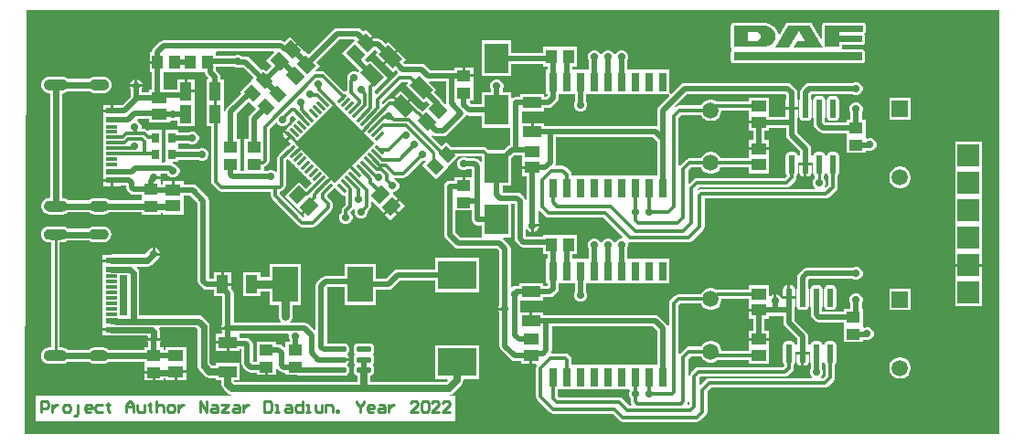
<source format=gbr>
%TF.GenerationSoftware,Altium Limited,Altium Designer,22.1.2 (22)*%
G04 Layer_Physical_Order=1*
G04 Layer_Color=255*
%FSLAX44Y44*%
%MOMM*%
%TF.SameCoordinates,D2A5B157-11BA-4D30-A4C3-CA4352B12235*%
%TF.FilePolarity,Positive*%
%TF.FileFunction,Copper,L1,Top,Signal*%
%TF.Part,Single*%
G01*
G75*
%TA.AperFunction,SMDPad,CuDef*%
%ADD10P,7.3539X4X180.0*%
G04:AMPARAMS|DCode=11|XSize=1.01mm|YSize=0.26mm|CornerRadius=0.0325mm|HoleSize=0mm|Usage=FLASHONLY|Rotation=135.000|XOffset=0mm|YOffset=0mm|HoleType=Round|Shape=RoundedRectangle|*
%AMROUNDEDRECTD11*
21,1,1.0100,0.1950,0,0,135.0*
21,1,0.9450,0.2600,0,0,135.0*
1,1,0.0650,-0.2652,0.4031*
1,1,0.0650,0.4031,-0.2652*
1,1,0.0650,0.2652,-0.4031*
1,1,0.0650,-0.4031,0.2652*
%
%ADD11ROUNDEDRECTD11*%
G04:AMPARAMS|DCode=12|XSize=0.26mm|YSize=1.01mm|CornerRadius=0.0325mm|HoleSize=0mm|Usage=FLASHONLY|Rotation=135.000|XOffset=0mm|YOffset=0mm|HoleType=Round|Shape=RoundedRectangle|*
%AMROUNDEDRECTD12*
21,1,0.2600,0.9450,0,0,135.0*
21,1,0.1950,1.0100,0,0,135.0*
1,1,0.0650,0.2652,0.4031*
1,1,0.0650,0.4031,0.2652*
1,1,0.0650,-0.2652,-0.4031*
1,1,0.0650,-0.4031,-0.2652*
%
%ADD12ROUNDEDRECTD12*%
G04:AMPARAMS|DCode=13|XSize=1.4mm|YSize=1.1mm|CornerRadius=0mm|HoleSize=0mm|Usage=FLASHONLY|Rotation=315.000|XOffset=0mm|YOffset=0mm|HoleType=Round|Shape=Rectangle|*
%AMROTATEDRECTD13*
4,1,4,-0.8839,0.1061,-0.1061,0.8839,0.8839,-0.1061,0.1061,-0.8839,-0.8839,0.1061,0.0*
%
%ADD13ROTATEDRECTD13*%

%ADD14R,1.1000X0.6000*%
%ADD15R,1.1000X0.3000*%
%ADD16R,1.0000X1.3000*%
%ADD17R,1.3000X1.0000*%
G04:AMPARAMS|DCode=18|XSize=1.75mm|YSize=0.59mm|CornerRadius=0.0738mm|HoleSize=0mm|Usage=FLASHONLY|Rotation=90.000|XOffset=0mm|YOffset=0mm|HoleType=Round|Shape=RoundedRectangle|*
%AMROUNDEDRECTD18*
21,1,1.7500,0.4425,0,0,90.0*
21,1,1.6025,0.5900,0,0,90.0*
1,1,0.1475,0.2213,0.8012*
1,1,0.1475,0.2213,-0.8012*
1,1,0.1475,-0.2213,-0.8012*
1,1,0.1475,-0.2213,0.8012*
%
%ADD18ROUNDEDRECTD18*%
%ADD19R,1.4000X1.1000*%
%ADD20R,1.7000X1.1000*%
%ADD21R,0.7620X1.7780*%
%ADD22R,2.2000X2.8000*%
G04:AMPARAMS|DCode=23|XSize=1.3mm|YSize=1mm|CornerRadius=0mm|HoleSize=0mm|Usage=FLASHONLY|Rotation=135.000|XOffset=0mm|YOffset=0mm|HoleType=Round|Shape=Rectangle|*
%AMROTATEDRECTD23*
4,1,4,0.8132,-0.1061,0.1061,-0.8132,-0.8132,0.1061,-0.1061,0.8132,0.8132,-0.1061,0.0*
%
%ADD23ROTATEDRECTD23*%

G04:AMPARAMS|DCode=24|XSize=1.4mm|YSize=1.1mm|CornerRadius=0mm|HoleSize=0mm|Usage=FLASHONLY|Rotation=225.000|XOffset=0mm|YOffset=0mm|HoleType=Round|Shape=Rectangle|*
%AMROTATEDRECTD24*
4,1,4,0.1061,0.8839,0.8839,0.1061,-0.1061,-0.8839,-0.8839,-0.1061,0.1061,0.8839,0.0*
%
%ADD24ROTATEDRECTD24*%

G04:AMPARAMS|DCode=25|XSize=1.2mm|YSize=1.8mm|CornerRadius=0mm|HoleSize=0mm|Usage=FLASHONLY|Rotation=45.000|XOffset=0mm|YOffset=0mm|HoleType=Round|Shape=Rectangle|*
%AMROTATEDRECTD25*
4,1,4,0.2121,-1.0607,-1.0607,0.2121,-0.2121,1.0607,1.0607,-0.2121,0.2121,-1.0607,0.0*
%
%ADD25ROTATEDRECTD25*%

%ADD26R,1.1000X1.7000*%
%ADD27R,0.7000X0.9000*%
%ADD28R,3.6000X2.6500*%
G04:AMPARAMS|DCode=29|XSize=1.37mm|YSize=0.59mm|CornerRadius=0.1475mm|HoleSize=0mm|Usage=FLASHONLY|Rotation=180.000|XOffset=0mm|YOffset=0mm|HoleType=Round|Shape=RoundedRectangle|*
%AMROUNDEDRECTD29*
21,1,1.3700,0.2950,0,0,180.0*
21,1,1.0750,0.5900,0,0,180.0*
1,1,0.2950,-0.5375,0.1475*
1,1,0.2950,0.5375,0.1475*
1,1,0.2950,0.5375,-0.1475*
1,1,0.2950,-0.5375,-0.1475*
%
%ADD29ROUNDEDRECTD29*%
%ADD30R,2.4000X3.3000*%
%TA.AperFunction,Conductor*%
%ADD31C,0.2540*%
%ADD32C,0.5000*%
%ADD33C,0.6000*%
%ADD34C,0.8000*%
%ADD35C,0.3000*%
%ADD36C,0.3500*%
%ADD37C,0.6500*%
%TA.AperFunction,NonConductor*%
%ADD38C,0.2540*%
%TA.AperFunction,ComponentPad*%
%ADD39O,1.9000X0.9500*%
%ADD40O,1.6000X0.8000*%
%ADD41C,1.5000*%
%ADD42R,1.5000X1.5000*%
%ADD43R,2.0000X2.0000*%
%TA.AperFunction,ViaPad*%
%ADD44C,0.7000*%
G36*
X1174000Y890905D02*
X272019D01*
X271123Y891805D01*
X273050Y1283970D01*
X1174000D01*
Y890905D01*
D02*
G37*
%LPC*%
G36*
X1047380Y1272590D02*
X1012620D01*
X1011629Y1272393D01*
X1010788Y1271831D01*
X1010227Y1270991D01*
X1010030Y1270000D01*
Y1258312D01*
X1008760Y1257757D01*
X1008341Y1258000D01*
X1008191Y1258225D01*
X1008166Y1258351D01*
X1007815Y1258876D01*
X1007814Y1258877D01*
X1007664Y1259103D01*
X1007639Y1259229D01*
X1007288Y1259754D01*
X1007288Y1259755D01*
X1007137Y1259981D01*
X1007112Y1260106D01*
X1006962Y1260332D01*
X1006937Y1260458D01*
X1006586Y1260983D01*
X1006585Y1260984D01*
X1006435Y1261209D01*
X1006410Y1261335D01*
X1006059Y1261860D01*
X1006059Y1261862D01*
X1005908Y1262087D01*
X1005883Y1262213D01*
X1005532Y1262738D01*
X1005532Y1262740D01*
X1005382Y1262965D01*
X1005357Y1263091D01*
X1005006Y1263616D01*
X1005005Y1263618D01*
X1004855Y1263843D01*
X1004830Y1263969D01*
X1004479Y1264494D01*
X1004479Y1264495D01*
X1004328Y1264721D01*
X1004303Y1264846D01*
X1003952Y1265371D01*
X1003952Y1265373D01*
X1003802Y1265598D01*
X1003776Y1265724D01*
X1003426Y1266249D01*
X1003425Y1266251D01*
X1003275Y1266476D01*
X1003250Y1266602D01*
X1003099Y1266827D01*
X1003074Y1266953D01*
X1002723Y1267478D01*
X1002723Y1267480D01*
X1002573Y1267705D01*
X1002548Y1267831D01*
X1002197Y1268356D01*
X1002197Y1268358D01*
X1002046Y1268583D01*
X1002021Y1268709D01*
X1001670Y1269234D01*
X1001670Y1269236D01*
X1001519Y1269461D01*
X1001494Y1269587D01*
X1001143Y1270112D01*
X1001143Y1270113D01*
X1000993Y1270339D01*
X1000968Y1270464D01*
X1000617Y1270989D01*
X1000617Y1270991D01*
X1000055Y1271831D01*
X999215Y1272393D01*
X998224Y1272590D01*
X978561D01*
X977570Y1272393D01*
X976730Y1271831D01*
X976169Y1270991D01*
X976168Y1270989D01*
X975817Y1270464D01*
X975792Y1270339D01*
X975642Y1270113D01*
X975642Y1270112D01*
X975291Y1269587D01*
X975266Y1269461D01*
X975115Y1269236D01*
X975115Y1269234D01*
X974764Y1268709D01*
X974739Y1268583D01*
X974589Y1268358D01*
X974588Y1268356D01*
X974238Y1267831D01*
X974212Y1267705D01*
X974062Y1267480D01*
X974062Y1267478D01*
X973711Y1266953D01*
X973686Y1266827D01*
X973535Y1266602D01*
X973510Y1266476D01*
X973360Y1266251D01*
X973359Y1266249D01*
X973008Y1265724D01*
X972983Y1265598D01*
X972833Y1265373D01*
X972833Y1265371D01*
X972482Y1264846D01*
X972457Y1264721D01*
X972306Y1264495D01*
X972306Y1264494D01*
X971955Y1263969D01*
X971930Y1263843D01*
X971780Y1263618D01*
X971779Y1263616D01*
X971429Y1263091D01*
X971404Y1262965D01*
X971253Y1262740D01*
X971253Y1262738D01*
X970902Y1262213D01*
X970891Y1262159D01*
X970374Y1261829D01*
X969824Y1261954D01*
X969548Y1262102D01*
X968985Y1262537D01*
X968840Y1263267D01*
X968739Y1263417D01*
X968665Y1263793D01*
X968564Y1263944D01*
X968489Y1264320D01*
X968339Y1264545D01*
X968314Y1264671D01*
X968163Y1264896D01*
X968138Y1265022D01*
X967988Y1265247D01*
X967962Y1265373D01*
X967812Y1265599D01*
X967787Y1265724D01*
X967436Y1266249D01*
X967436Y1266251D01*
X966874Y1267091D01*
X966769Y1267161D01*
X966699Y1267267D01*
X966594Y1267337D01*
X966523Y1267442D01*
X966418Y1267513D01*
X966348Y1267618D01*
X966243Y1267688D01*
X966172Y1267793D01*
X966067Y1267864D01*
X965997Y1267969D01*
X965891Y1268039D01*
X965821Y1268145D01*
X965716Y1268215D01*
X965646Y1268320D01*
X965540Y1268390D01*
X965470Y1268496D01*
X965365Y1268566D01*
X965294Y1268671D01*
X965189Y1268742D01*
X965119Y1268847D01*
X964279Y1269408D01*
X964277Y1269408D01*
X963752Y1269759D01*
X963750Y1269760D01*
X963225Y1270110D01*
X963224Y1270111D01*
X962699Y1270462D01*
X962573Y1270487D01*
X962347Y1270637D01*
X962222Y1270662D01*
X961996Y1270813D01*
X961621Y1270887D01*
X961470Y1270988D01*
X961344Y1271013D01*
X961119Y1271164D01*
X960743Y1271238D01*
X960592Y1271339D01*
X960216Y1271414D01*
X960065Y1271515D01*
X959689Y1271590D01*
X959539Y1271690D01*
X958663Y1271865D01*
X958661Y1271866D01*
X957785Y1272040D01*
X957783Y1272041D01*
X956792Y1272239D01*
X956621D01*
X955739Y1272414D01*
X953637D01*
X952754Y1272590D01*
X928176D01*
X927185Y1272393D01*
X926345Y1271831D01*
X926274Y1271726D01*
X926169Y1271656D01*
X925608Y1270816D01*
X925411Y1269824D01*
Y1249811D01*
X925608Y1248820D01*
X926169Y1247980D01*
Y1246902D01*
X925608Y1246062D01*
X925411Y1245071D01*
Y1237346D01*
X925608Y1236355D01*
X926169Y1235515D01*
X927009Y1234953D01*
X928000Y1234756D01*
X1047029D01*
X1048020Y1234953D01*
X1048860Y1235515D01*
X1049422Y1236355D01*
X1049619Y1237346D01*
Y1245071D01*
X1049422Y1246062D01*
X1048860Y1246902D01*
X1048020Y1247463D01*
X1047029Y1247660D01*
X1028932D01*
X1028225Y1248750D01*
X1028201Y1248930D01*
X1028376Y1249811D01*
Y1252137D01*
X1047029D01*
X1048020Y1252334D01*
X1048860Y1252895D01*
X1049422Y1253735D01*
X1049619Y1254726D01*
Y1260520D01*
X1049422Y1261511D01*
X1049039Y1262084D01*
X1049212Y1262200D01*
X1049773Y1263040D01*
X1049970Y1264031D01*
Y1270000D01*
X1049773Y1270991D01*
X1049212Y1271831D01*
X1048371Y1272393D01*
X1047380Y1272590D01*
D02*
G37*
G36*
X579567Y1267519D02*
X561340D01*
X559374Y1267128D01*
X557706Y1266014D01*
X534405Y1242712D01*
X531293Y1245824D01*
X530814Y1246303D01*
X524966Y1252150D01*
X519281Y1246465D01*
X517485Y1248261D01*
X523170Y1253946D01*
X517323Y1259794D01*
X512247Y1254718D01*
X510781Y1255698D01*
X508814Y1256089D01*
X400050D01*
X398083Y1255698D01*
X396416Y1254584D01*
X390956Y1249124D01*
X389842Y1247457D01*
X389451Y1245490D01*
Y1244750D01*
X387050D01*
Y1236980D01*
X394590D01*
Y1234440D01*
X387050D01*
Y1226670D01*
X389451D01*
Y1210610D01*
X386700D01*
Y1207709D01*
X379789D01*
Y1210743D01*
X380662Y1212850D01*
X368638D01*
X369511Y1210743D01*
Y1203720D01*
X369540Y1203577D01*
X361661Y1195699D01*
X359900D01*
Y1196100D01*
X353130D01*
Y1190560D01*
X351860D01*
Y1189290D01*
X343820D01*
Y1185020D01*
Y1172020D01*
Y1162020D01*
Y1152020D01*
Y1142020D01*
Y1129020D01*
Y1127830D01*
X351860D01*
Y1126560D01*
X353130D01*
Y1121020D01*
X359900D01*
Y1121421D01*
X365701D01*
Y1119468D01*
X366092Y1117501D01*
X367206Y1115834D01*
X368694Y1114346D01*
X370361Y1113232D01*
X372328Y1112841D01*
X379580D01*
Y1110440D01*
X379580D01*
Y1109520D01*
X379580D01*
Y1108008D01*
X349416D01*
X349388Y1108045D01*
X349188Y1108215D01*
X349128Y1108249D01*
X349083Y1108300D01*
X348876Y1108460D01*
X348814Y1108490D01*
X348766Y1108539D01*
X348550Y1108688D01*
X348487Y1108715D01*
X348436Y1108761D01*
X348213Y1108898D01*
X348149Y1108922D01*
X348096Y1108966D01*
X347866Y1109091D01*
X347800Y1109111D01*
X347745Y1109153D01*
X347508Y1109265D01*
X347442Y1109282D01*
X347385Y1109320D01*
X347143Y1109420D01*
X347076Y1109434D01*
X347016Y1109469D01*
X346770Y1109557D01*
X346702Y1109566D01*
X346641Y1109598D01*
X346390Y1109673D01*
X346321Y1109679D01*
X346259Y1109708D01*
X346004Y1109769D01*
X345936Y1109772D01*
X345872Y1109797D01*
X345614Y1109845D01*
X345545Y1109844D01*
X345480Y1109866D01*
X345221Y1109900D01*
X345152Y1109896D01*
X345086Y1109914D01*
X344825Y1109935D01*
X344757Y1109927D01*
X344689Y1109942D01*
X344428Y1109949D01*
X344394Y1109943D01*
X344360Y1109950D01*
X336360D01*
X336326Y1109943D01*
X336292Y1109949D01*
X336031Y1109942D01*
X335964Y1109927D01*
X335895Y1109935D01*
X335634Y1109914D01*
X335568Y1109896D01*
X335499Y1109900D01*
X335240Y1109866D01*
X335175Y1109844D01*
X335106Y1109845D01*
X334849Y1109797D01*
X334785Y1109772D01*
X334716Y1109769D01*
X334461Y1109708D01*
X334399Y1109679D01*
X334330Y1109673D01*
X334079Y1109598D01*
X334019Y1109566D01*
X333951Y1109557D01*
X333704Y1109469D01*
X333645Y1109434D01*
X333577Y1109420D01*
X333335Y1109320D01*
X333278Y1109282D01*
X333212Y1109265D01*
X332975Y1109153D01*
X332920Y1109111D01*
X332854Y1109091D01*
X332624Y1108966D01*
X332571Y1108922D01*
X332507Y1108898D01*
X332284Y1108762D01*
X332233Y1108715D01*
X332170Y1108688D01*
X331954Y1108539D01*
X331906Y1108490D01*
X331844Y1108460D01*
X331637Y1108300D01*
X331591Y1108249D01*
X331531Y1108215D01*
X331333Y1108045D01*
X331304Y1108008D01*
X311416D01*
X311388Y1108045D01*
X311189Y1108215D01*
X311129Y1108249D01*
X311083Y1108300D01*
X310875Y1108460D01*
X310814Y1108490D01*
X310766Y1108539D01*
X310550Y1108688D01*
X310487Y1108715D01*
X310436Y1108761D01*
X310213Y1108898D01*
X310149Y1108922D01*
X310096Y1108966D01*
X309866Y1109091D01*
X309800Y1109111D01*
X309745Y1109153D01*
X309508Y1109265D01*
X309442Y1109282D01*
X309385Y1109320D01*
X309143Y1109420D01*
X309076Y1109434D01*
X309016Y1109469D01*
X308770Y1109557D01*
X308701Y1109566D01*
X308641Y1109598D01*
X308390Y1109673D01*
X308321Y1109679D01*
X308259Y1109708D01*
X308004Y1109769D01*
X307936Y1109772D01*
X307871Y1109797D01*
X307614Y1109845D01*
X307545Y1109844D01*
X307480Y1109866D01*
X307221Y1109900D01*
X306763Y1110005D01*
X306156Y1110687D01*
X306008Y1111087D01*
Y1206033D01*
X306156Y1206433D01*
X306763Y1207115D01*
X307221Y1207220D01*
X307480Y1207254D01*
X307545Y1207276D01*
X307614Y1207275D01*
X307871Y1207323D01*
X307935Y1207348D01*
X308004Y1207351D01*
X308259Y1207412D01*
X308321Y1207441D01*
X308390Y1207447D01*
X308641Y1207522D01*
X308701Y1207554D01*
X308770Y1207563D01*
X309016Y1207651D01*
X309075Y1207686D01*
X309143Y1207700D01*
X309385Y1207800D01*
X309442Y1207838D01*
X309508Y1207855D01*
X309745Y1207967D01*
X309800Y1208009D01*
X309866Y1208029D01*
X310096Y1208154D01*
X310149Y1208198D01*
X310213Y1208222D01*
X310436Y1208359D01*
X310487Y1208405D01*
X310550Y1208432D01*
X310766Y1208581D01*
X310814Y1208630D01*
X310875Y1208660D01*
X311083Y1208820D01*
X311129Y1208871D01*
X311189Y1208905D01*
X311388Y1209075D01*
X311416Y1209111D01*
X331304D01*
X331333Y1209075D01*
X331531Y1208905D01*
X331591Y1208871D01*
X331637Y1208820D01*
X331844Y1208660D01*
X331906Y1208630D01*
X331954Y1208581D01*
X332170Y1208432D01*
X332233Y1208405D01*
X332284Y1208359D01*
X332507Y1208222D01*
X332571Y1208198D01*
X332624Y1208154D01*
X332854Y1208029D01*
X332920Y1208009D01*
X332975Y1207967D01*
X333212Y1207855D01*
X333278Y1207838D01*
X333335Y1207800D01*
X333577Y1207700D01*
X333645Y1207686D01*
X333704Y1207651D01*
X333951Y1207563D01*
X334019Y1207554D01*
X334079Y1207522D01*
X334330Y1207447D01*
X334399Y1207441D01*
X334461Y1207412D01*
X334716Y1207351D01*
X334785Y1207348D01*
X334849Y1207323D01*
X335106Y1207275D01*
X335175Y1207276D01*
X335240Y1207254D01*
X335499Y1207220D01*
X335568Y1207224D01*
X335634Y1207206D01*
X335895Y1207185D01*
X335964Y1207193D01*
X336031Y1207178D01*
X336292Y1207171D01*
X336326Y1207177D01*
X336360Y1207170D01*
X344360D01*
X344394Y1207177D01*
X344428Y1207171D01*
X344689Y1207178D01*
X344757Y1207193D01*
X344825Y1207185D01*
X345086Y1207206D01*
X345152Y1207224D01*
X345221Y1207220D01*
X345480Y1207254D01*
X345545Y1207276D01*
X345614Y1207275D01*
X345872Y1207323D01*
X345935Y1207348D01*
X346004Y1207351D01*
X346259Y1207412D01*
X346321Y1207441D01*
X346390Y1207447D01*
X346641Y1207522D01*
X346702Y1207554D01*
X346770Y1207563D01*
X347016Y1207651D01*
X347075Y1207686D01*
X347143Y1207700D01*
X347385Y1207800D01*
X347442Y1207838D01*
X347508Y1207855D01*
X347745Y1207967D01*
X347800Y1208009D01*
X347866Y1208029D01*
X348096Y1208154D01*
X348149Y1208198D01*
X348213Y1208222D01*
X348436Y1208359D01*
X348487Y1208405D01*
X348550Y1208432D01*
X348766Y1208581D01*
X348814Y1208630D01*
X348876Y1208660D01*
X349083Y1208820D01*
X349128Y1208871D01*
X349188Y1208905D01*
X349388Y1209075D01*
X349430Y1209129D01*
X349488Y1209166D01*
X349678Y1209346D01*
X349718Y1209402D01*
X349774Y1209442D01*
X349954Y1209632D01*
X349991Y1209690D01*
X350045Y1209732D01*
X350215Y1209931D01*
X350249Y1209992D01*
X350300Y1210037D01*
X350460Y1210245D01*
X350490Y1210306D01*
X350539Y1210354D01*
X350688Y1210570D01*
X350715Y1210633D01*
X350761Y1210684D01*
X350898Y1210907D01*
X350922Y1210971D01*
X350966Y1211024D01*
X351091Y1211254D01*
X351111Y1211320D01*
X351152Y1211375D01*
X351265Y1211611D01*
X351282Y1211678D01*
X351320Y1211735D01*
X351421Y1211977D01*
X351434Y1212045D01*
X351469Y1212104D01*
X351557Y1212350D01*
X351566Y1212419D01*
X351598Y1212479D01*
X351673Y1212730D01*
X351679Y1212799D01*
X351708Y1212861D01*
X351769Y1213116D01*
X351772Y1213185D01*
X351797Y1213249D01*
X351845Y1213506D01*
X351844Y1213575D01*
X351866Y1213640D01*
X351900Y1213899D01*
X351896Y1213968D01*
X351914Y1214034D01*
X351935Y1214295D01*
X351927Y1214363D01*
X351942Y1214430D01*
X351949Y1214692D01*
X351937Y1214760D01*
X351949Y1214828D01*
X351942Y1215089D01*
X351927Y1215157D01*
X351935Y1215225D01*
X351914Y1215486D01*
X351896Y1215552D01*
X351900Y1215621D01*
X351866Y1215880D01*
X351844Y1215945D01*
X351845Y1216014D01*
X351797Y1216272D01*
X351772Y1216335D01*
X351769Y1216404D01*
X351708Y1216659D01*
X351679Y1216721D01*
X351673Y1216790D01*
X351598Y1217041D01*
X351566Y1217102D01*
X351557Y1217170D01*
X351469Y1217416D01*
X351434Y1217475D01*
X351421Y1217543D01*
X351320Y1217785D01*
X351282Y1217842D01*
X351265Y1217909D01*
X351152Y1218145D01*
X351111Y1218200D01*
X351091Y1218266D01*
X350966Y1218496D01*
X350922Y1218549D01*
X350898Y1218613D01*
X350761Y1218836D01*
X350715Y1218887D01*
X350688Y1218950D01*
X350539Y1219166D01*
X350490Y1219214D01*
X350460Y1219276D01*
X350300Y1219483D01*
X350249Y1219529D01*
X350215Y1219588D01*
X350045Y1219788D01*
X349991Y1219830D01*
X349954Y1219888D01*
X349774Y1220078D01*
X349718Y1220118D01*
X349678Y1220174D01*
X349488Y1220354D01*
X349430Y1220391D01*
X349388Y1220445D01*
X349188Y1220615D01*
X349128Y1220649D01*
X349083Y1220700D01*
X348876Y1220860D01*
X348814Y1220890D01*
X348766Y1220939D01*
X348550Y1221088D01*
X348487Y1221115D01*
X348436Y1221161D01*
X348213Y1221298D01*
X348149Y1221322D01*
X348096Y1221366D01*
X347866Y1221491D01*
X347800Y1221511D01*
X347745Y1221553D01*
X347509Y1221665D01*
X347442Y1221682D01*
X347385Y1221720D01*
X347143Y1221821D01*
X347076Y1221834D01*
X347016Y1221869D01*
X346770Y1221956D01*
X346702Y1221966D01*
X346641Y1221998D01*
X346390Y1222073D01*
X346321Y1222079D01*
X346259Y1222108D01*
X346004Y1222169D01*
X345936Y1222172D01*
X345872Y1222197D01*
X345614Y1222245D01*
X345545Y1222244D01*
X345480Y1222266D01*
X345221Y1222300D01*
X345152Y1222296D01*
X345086Y1222314D01*
X344825Y1222335D01*
X344757Y1222327D01*
X344689Y1222342D01*
X344428Y1222349D01*
X344394Y1222343D01*
X344360Y1222350D01*
X336360D01*
X336326Y1222343D01*
X336292Y1222349D01*
X336031Y1222342D01*
X335963Y1222327D01*
X335895Y1222335D01*
X335634Y1222314D01*
X335568Y1222296D01*
X335499Y1222300D01*
X335240Y1222266D01*
X335175Y1222244D01*
X335106Y1222245D01*
X334849Y1222197D01*
X334785Y1222172D01*
X334716Y1222169D01*
X334461Y1222108D01*
X334399Y1222079D01*
X334330Y1222073D01*
X334079Y1221998D01*
X334019Y1221966D01*
X333951Y1221956D01*
X333704Y1221869D01*
X333645Y1221834D01*
X333577Y1221821D01*
X333335Y1221720D01*
X333278Y1221682D01*
X333211Y1221665D01*
X332975Y1221553D01*
X332920Y1221511D01*
X332854Y1221491D01*
X332624Y1221366D01*
X332571Y1221322D01*
X332507Y1221298D01*
X332284Y1221161D01*
X332233Y1221115D01*
X332170Y1221088D01*
X331954Y1220939D01*
X331906Y1220890D01*
X331844Y1220860D01*
X331637Y1220700D01*
X331591Y1220649D01*
X331531Y1220615D01*
X331333Y1220445D01*
X331304Y1220408D01*
X311416D01*
X311388Y1220445D01*
X311189Y1220615D01*
X311129Y1220649D01*
X311083Y1220700D01*
X310875Y1220860D01*
X310814Y1220890D01*
X310766Y1220939D01*
X310550Y1221088D01*
X310487Y1221115D01*
X310436Y1221161D01*
X310213Y1221298D01*
X310149Y1221322D01*
X310096Y1221366D01*
X309866Y1221491D01*
X309800Y1221511D01*
X309745Y1221553D01*
X309509Y1221665D01*
X309442Y1221682D01*
X309385Y1221720D01*
X309143Y1221821D01*
X309076Y1221834D01*
X309016Y1221869D01*
X308770Y1221956D01*
X308701Y1221966D01*
X308641Y1221998D01*
X308390Y1222073D01*
X308321Y1222079D01*
X308259Y1222108D01*
X308004Y1222169D01*
X307936Y1222172D01*
X307871Y1222197D01*
X307614Y1222245D01*
X307545Y1222244D01*
X307480Y1222266D01*
X307221Y1222300D01*
X307152Y1222296D01*
X307086Y1222314D01*
X306825Y1222335D01*
X306757Y1222327D01*
X306689Y1222342D01*
X306428Y1222349D01*
X306394Y1222343D01*
X306360Y1222350D01*
X294360D01*
X294326Y1222343D01*
X294292Y1222349D01*
X294030Y1222342D01*
X293963Y1222327D01*
X293895Y1222335D01*
X293634Y1222314D01*
X293568Y1222296D01*
X293499Y1222300D01*
X293240Y1222266D01*
X293175Y1222244D01*
X293106Y1222245D01*
X292848Y1222197D01*
X292785Y1222172D01*
X292716Y1222169D01*
X292461Y1222108D01*
X292399Y1222079D01*
X292330Y1222073D01*
X292079Y1221998D01*
X292019Y1221966D01*
X291950Y1221956D01*
X291704Y1221869D01*
X291645Y1221834D01*
X291577Y1221821D01*
X291335Y1221720D01*
X291278Y1221682D01*
X291211Y1221665D01*
X290975Y1221553D01*
X290920Y1221511D01*
X290854Y1221491D01*
X290624Y1221366D01*
X290571Y1221322D01*
X290507Y1221298D01*
X290284Y1221161D01*
X290233Y1221115D01*
X290170Y1221088D01*
X289954Y1220939D01*
X289906Y1220890D01*
X289844Y1220860D01*
X289637Y1220700D01*
X289592Y1220649D01*
X289532Y1220615D01*
X289333Y1220445D01*
X289290Y1220391D01*
X289232Y1220354D01*
X289042Y1220174D01*
X289002Y1220118D01*
X288946Y1220078D01*
X288766Y1219888D01*
X288729Y1219830D01*
X288675Y1219788D01*
X288505Y1219588D01*
X288471Y1219529D01*
X288420Y1219483D01*
X288260Y1219276D01*
X288230Y1219214D01*
X288181Y1219166D01*
X288032Y1218950D01*
X288005Y1218887D01*
X287959Y1218836D01*
X287822Y1218613D01*
X287798Y1218549D01*
X287754Y1218496D01*
X287629Y1218266D01*
X287609Y1218200D01*
X287568Y1218145D01*
X287455Y1217909D01*
X287438Y1217842D01*
X287400Y1217785D01*
X287299Y1217543D01*
X287286Y1217475D01*
X287251Y1217416D01*
X287164Y1217170D01*
X287154Y1217102D01*
X287122Y1217041D01*
X287047Y1216790D01*
X287041Y1216721D01*
X287012Y1216659D01*
X286951Y1216404D01*
X286948Y1216336D01*
X286923Y1216272D01*
X286875Y1216014D01*
X286876Y1215945D01*
X286854Y1215880D01*
X286820Y1215621D01*
X286824Y1215552D01*
X286806Y1215486D01*
X286785Y1215225D01*
X286793Y1215157D01*
X286778Y1215089D01*
X286771Y1214828D01*
X286783Y1214760D01*
X286771Y1214692D01*
X286778Y1214430D01*
X286793Y1214363D01*
X286785Y1214295D01*
X286806Y1214034D01*
X286824Y1213968D01*
X286820Y1213899D01*
X286854Y1213640D01*
X286876Y1213575D01*
X286875Y1213506D01*
X286923Y1213249D01*
X286948Y1213185D01*
X286951Y1213116D01*
X287012Y1212861D01*
X287041Y1212799D01*
X287047Y1212730D01*
X287122Y1212479D01*
X287154Y1212419D01*
X287164Y1212350D01*
X287251Y1212104D01*
X287286Y1212045D01*
X287299Y1211977D01*
X287400Y1211735D01*
X287438Y1211678D01*
X287455Y1211611D01*
X287568Y1211375D01*
X287609Y1211320D01*
X287629Y1211254D01*
X287754Y1211024D01*
X287798Y1210971D01*
X287822Y1210907D01*
X287959Y1210684D01*
X288005Y1210633D01*
X288032Y1210570D01*
X288181Y1210354D01*
X288230Y1210306D01*
X288260Y1210245D01*
X288420Y1210037D01*
X288471Y1209992D01*
X288505Y1209931D01*
X288675Y1209732D01*
X288729Y1209690D01*
X288766Y1209632D01*
X288946Y1209442D01*
X289002Y1209402D01*
X289042Y1209346D01*
X289232Y1209166D01*
X289290Y1209129D01*
X289333Y1209075D01*
X289532Y1208905D01*
X289592Y1208871D01*
X289637Y1208820D01*
X289844Y1208660D01*
X289906Y1208630D01*
X289954Y1208581D01*
X290170Y1208432D01*
X290233Y1208405D01*
X290284Y1208359D01*
X290507Y1208222D01*
X290571Y1208198D01*
X290624Y1208154D01*
X290854Y1208029D01*
X290920Y1208009D01*
X290975Y1207967D01*
X291212Y1207855D01*
X291278Y1207838D01*
X291335Y1207800D01*
X291577Y1207700D01*
X291645Y1207686D01*
X291704Y1207651D01*
X291950Y1207563D01*
X292019Y1207554D01*
X292079Y1207522D01*
X292330Y1207447D01*
X292399Y1207441D01*
X292461Y1207412D01*
X292716Y1207351D01*
X292785Y1207348D01*
X292848Y1207323D01*
X293106Y1207275D01*
X293175Y1207276D01*
X293240Y1207254D01*
X293499Y1207220D01*
X293958Y1207115D01*
X294564Y1206433D01*
X294711Y1206033D01*
Y1111087D01*
X294564Y1110687D01*
X293958Y1110005D01*
X293499Y1109900D01*
X293240Y1109866D01*
X293175Y1109844D01*
X293106Y1109845D01*
X292848Y1109797D01*
X292785Y1109772D01*
X292716Y1109769D01*
X292461Y1109708D01*
X292399Y1109679D01*
X292330Y1109673D01*
X292079Y1109598D01*
X292019Y1109566D01*
X291950Y1109557D01*
X291704Y1109469D01*
X291645Y1109434D01*
X291577Y1109420D01*
X291335Y1109320D01*
X291278Y1109282D01*
X291212Y1109265D01*
X290975Y1109153D01*
X290920Y1109111D01*
X290854Y1109091D01*
X290624Y1108966D01*
X290571Y1108922D01*
X290507Y1108898D01*
X290284Y1108761D01*
X290233Y1108715D01*
X290170Y1108688D01*
X289954Y1108539D01*
X289906Y1108490D01*
X289844Y1108460D01*
X289637Y1108300D01*
X289592Y1108249D01*
X289532Y1108215D01*
X289333Y1108045D01*
X289290Y1107991D01*
X289232Y1107954D01*
X289042Y1107774D01*
X289002Y1107718D01*
X288946Y1107678D01*
X288766Y1107488D01*
X288729Y1107430D01*
X288675Y1107388D01*
X288505Y1107189D01*
X288471Y1107129D01*
X288420Y1107083D01*
X288260Y1106875D01*
X288230Y1106814D01*
X288181Y1106766D01*
X288032Y1106550D01*
X288005Y1106487D01*
X287959Y1106436D01*
X287822Y1106213D01*
X287798Y1106149D01*
X287754Y1106096D01*
X287629Y1105866D01*
X287609Y1105800D01*
X287568Y1105745D01*
X287455Y1105509D01*
X287438Y1105442D01*
X287400Y1105385D01*
X287299Y1105143D01*
X287286Y1105075D01*
X287251Y1105016D01*
X287164Y1104770D01*
X287154Y1104702D01*
X287122Y1104641D01*
X287047Y1104390D01*
X287041Y1104321D01*
X287012Y1104259D01*
X286951Y1104004D01*
X286948Y1103935D01*
X286923Y1103872D01*
X286875Y1103614D01*
X286876Y1103545D01*
X286854Y1103480D01*
X286820Y1103221D01*
X286824Y1103152D01*
X286806Y1103086D01*
X286785Y1102825D01*
X286793Y1102757D01*
X286778Y1102690D01*
X286771Y1102428D01*
X286783Y1102360D01*
X286771Y1102292D01*
X286778Y1102030D01*
X286793Y1101963D01*
X286785Y1101895D01*
X286806Y1101634D01*
X286824Y1101568D01*
X286820Y1101499D01*
X286854Y1101240D01*
X286876Y1101175D01*
X286875Y1101106D01*
X286923Y1100848D01*
X286948Y1100785D01*
X286951Y1100716D01*
X287012Y1100461D01*
X287041Y1100399D01*
X287047Y1100330D01*
X287122Y1100079D01*
X287154Y1100018D01*
X287164Y1099950D01*
X287251Y1099704D01*
X287286Y1099645D01*
X287299Y1099577D01*
X287400Y1099335D01*
X287438Y1099278D01*
X287455Y1099211D01*
X287568Y1098975D01*
X287609Y1098920D01*
X287629Y1098854D01*
X287754Y1098624D01*
X287798Y1098571D01*
X287822Y1098507D01*
X287959Y1098284D01*
X288005Y1098233D01*
X288032Y1098170D01*
X288181Y1097954D01*
X288230Y1097906D01*
X288260Y1097844D01*
X288420Y1097637D01*
X288471Y1097591D01*
X288505Y1097532D01*
X288675Y1097333D01*
X288729Y1097290D01*
X288766Y1097232D01*
X288946Y1097042D01*
X289002Y1097002D01*
X289042Y1096946D01*
X289232Y1096766D01*
X289290Y1096729D01*
X289333Y1096675D01*
X289532Y1096505D01*
X289592Y1096471D01*
X289637Y1096420D01*
X289844Y1096260D01*
X289906Y1096230D01*
X289954Y1096181D01*
X290170Y1096032D01*
X290233Y1096005D01*
X290284Y1095958D01*
X290507Y1095822D01*
X290571Y1095798D01*
X290624Y1095754D01*
X290854Y1095629D01*
X290920Y1095609D01*
X290975Y1095567D01*
X291211Y1095455D01*
X291278Y1095438D01*
X291335Y1095400D01*
X291577Y1095300D01*
X291645Y1095286D01*
X291704Y1095251D01*
X291950Y1095163D01*
X292019Y1095154D01*
X292079Y1095122D01*
X292330Y1095047D01*
X292399Y1095041D01*
X292461Y1095012D01*
X292716Y1094951D01*
X292785Y1094948D01*
X292848Y1094923D01*
X293106Y1094875D01*
X293175Y1094876D01*
X293240Y1094854D01*
X293499Y1094820D01*
X293568Y1094824D01*
X293634Y1094806D01*
X293895Y1094785D01*
X293963Y1094793D01*
X294030Y1094778D01*
X294292Y1094771D01*
X294326Y1094777D01*
X294360Y1094770D01*
X306360D01*
X306394Y1094777D01*
X306428Y1094771D01*
X306689Y1094778D01*
X306757Y1094793D01*
X306825Y1094785D01*
X307086Y1094806D01*
X307152Y1094824D01*
X307221Y1094820D01*
X307480Y1094854D01*
X307545Y1094876D01*
X307614Y1094875D01*
X307871Y1094923D01*
X307935Y1094948D01*
X308004Y1094951D01*
X308259Y1095012D01*
X308321Y1095041D01*
X308390Y1095047D01*
X308641Y1095122D01*
X308701Y1095154D01*
X308770Y1095163D01*
X309016Y1095251D01*
X309075Y1095286D01*
X309143Y1095300D01*
X309385Y1095400D01*
X309442Y1095438D01*
X309509Y1095455D01*
X309745Y1095567D01*
X309800Y1095609D01*
X309866Y1095629D01*
X310096Y1095754D01*
X310149Y1095798D01*
X310213Y1095822D01*
X310436Y1095958D01*
X310487Y1096005D01*
X310550Y1096032D01*
X310766Y1096181D01*
X310814Y1096230D01*
X310875Y1096260D01*
X311083Y1096420D01*
X311129Y1096471D01*
X311189Y1096505D01*
X311388Y1096675D01*
X311416Y1096712D01*
X331304D01*
X331333Y1096675D01*
X331531Y1096505D01*
X331591Y1096471D01*
X331637Y1096420D01*
X331844Y1096260D01*
X331906Y1096230D01*
X331954Y1096181D01*
X332170Y1096032D01*
X332233Y1096005D01*
X332284Y1095958D01*
X332507Y1095822D01*
X332571Y1095798D01*
X332624Y1095754D01*
X332854Y1095629D01*
X332920Y1095609D01*
X332975Y1095567D01*
X333211Y1095455D01*
X333278Y1095438D01*
X333335Y1095400D01*
X333577Y1095300D01*
X333645Y1095286D01*
X333704Y1095251D01*
X333951Y1095163D01*
X334019Y1095154D01*
X334079Y1095122D01*
X334330Y1095047D01*
X334399Y1095041D01*
X334461Y1095012D01*
X334716Y1094951D01*
X334785Y1094948D01*
X334849Y1094923D01*
X335106Y1094875D01*
X335175Y1094876D01*
X335240Y1094854D01*
X335499Y1094820D01*
X335568Y1094824D01*
X335634Y1094806D01*
X335895Y1094785D01*
X335963Y1094793D01*
X336031Y1094778D01*
X336292Y1094771D01*
X336326Y1094777D01*
X336360Y1094770D01*
X344360D01*
X344394Y1094777D01*
X344428Y1094771D01*
X344689Y1094778D01*
X344757Y1094793D01*
X344825Y1094785D01*
X345086Y1094806D01*
X345152Y1094824D01*
X345221Y1094820D01*
X345480Y1094854D01*
X345545Y1094876D01*
X345614Y1094875D01*
X345872Y1094923D01*
X345935Y1094948D01*
X346004Y1094951D01*
X346259Y1095012D01*
X346321Y1095041D01*
X346390Y1095047D01*
X346641Y1095122D01*
X346702Y1095154D01*
X346770Y1095163D01*
X347016Y1095251D01*
X347075Y1095286D01*
X347143Y1095300D01*
X347385Y1095400D01*
X347442Y1095438D01*
X347509Y1095455D01*
X347745Y1095567D01*
X347800Y1095609D01*
X347866Y1095629D01*
X348096Y1095754D01*
X348149Y1095798D01*
X348213Y1095822D01*
X348436Y1095958D01*
X348487Y1096005D01*
X348550Y1096032D01*
X348766Y1096181D01*
X348814Y1096230D01*
X348876Y1096260D01*
X349083Y1096420D01*
X349128Y1096471D01*
X349188Y1096505D01*
X349388Y1096675D01*
X349416Y1096712D01*
X379580D01*
Y1094440D01*
X397660D01*
Y1096331D01*
X399400D01*
Y1094440D01*
X418480D01*
Y1109440D01*
Y1112341D01*
X424711D01*
X431741Y1105312D01*
Y1032929D01*
X432132Y1030962D01*
X433246Y1029295D01*
X436175Y1026366D01*
X437842Y1025252D01*
X439809Y1024861D01*
X446460D01*
Y1018960D01*
X454601D01*
Y992707D01*
X453728Y990600D01*
X459740D01*
Y988060D01*
X453728D01*
X454601Y985953D01*
Y984200D01*
X448700D01*
Y977430D01*
X459740D01*
Y976160D01*
X461010D01*
Y968120D01*
X470780D01*
Y970221D01*
X472381D01*
Y956310D01*
X472772Y954343D01*
X473886Y952676D01*
X476806Y949756D01*
X478474Y948642D01*
X480440Y948251D01*
X486260D01*
Y945850D01*
X494030D01*
Y953390D01*
X496570D01*
Y945850D01*
X504340D01*
Y951061D01*
X505610Y951446D01*
X505636Y951406D01*
X507286Y949756D01*
X508954Y948642D01*
X510920Y948251D01*
X512930D01*
Y945850D01*
X522886D01*
X524740Y945481D01*
X555221D01*
X555398Y945363D01*
X556965Y945051D01*
X567715D01*
X569282Y945363D01*
X570610Y946250D01*
X571497Y947578D01*
X571809Y949145D01*
Y952095D01*
X571497Y953662D01*
X570610Y954990D01*
Y955750D01*
X571497Y957078D01*
X571809Y958645D01*
Y958850D01*
X562340D01*
Y961390D01*
X571809D01*
Y961595D01*
X571497Y963162D01*
X570610Y964490D01*
Y965250D01*
X571497Y966578D01*
X571809Y968145D01*
Y971095D01*
X571497Y972662D01*
X570610Y973990D01*
X569282Y974877D01*
X567715Y975189D01*
X556965D01*
X555398Y974877D01*
X555221Y974759D01*
X551239D01*
Y1026572D01*
X552038Y1027371D01*
X567580D01*
Y1010930D01*
X596660D01*
Y1024831D01*
X608330D01*
X610297Y1025222D01*
X611964Y1026336D01*
X619348Y1033721D01*
X651290D01*
Y1022680D01*
X692370D01*
Y1054260D01*
X651290D01*
Y1043999D01*
X617220D01*
X615253Y1043608D01*
X613586Y1042494D01*
X606202Y1035109D01*
X596660D01*
Y1049010D01*
X567580D01*
Y1037649D01*
X549910D01*
X547943Y1037258D01*
X546276Y1036144D01*
X542466Y1032334D01*
X541352Y1030667D01*
X540961Y1028700D01*
Y988292D01*
X539691Y987766D01*
X534494Y992964D01*
X532826Y994078D01*
X530860Y994469D01*
X517710D01*
X517279Y995739D01*
X517744Y996096D01*
X518793Y997462D01*
X519452Y999053D01*
X519676Y1000760D01*
Y1010930D01*
X527160D01*
Y1049010D01*
X498080D01*
Y1036596D01*
X489540D01*
Y1041040D01*
X473460D01*
Y1018960D01*
X489540D01*
Y1023404D01*
X498080D01*
Y1010930D01*
X506484D01*
Y1000760D01*
X506708Y999053D01*
X507367Y997462D01*
X508416Y996096D01*
X508881Y995739D01*
X508450Y994469D01*
X464879D01*
Y1021760D01*
X464488Y1023727D01*
X463374Y1025394D01*
X462540Y1026227D01*
Y1028730D01*
X454500D01*
Y1030000D01*
X453230D01*
Y1041040D01*
X446460D01*
Y1035139D01*
X442019D01*
Y1107440D01*
X441628Y1109407D01*
X440514Y1111074D01*
X430474Y1121114D01*
X428806Y1122228D01*
X426840Y1122619D01*
X418480D01*
Y1125520D01*
X410210D01*
Y1117480D01*
X407670D01*
Y1125520D01*
X399400D01*
Y1122619D01*
X397660D01*
Y1125520D01*
X397618D01*
X396770Y1126790D01*
X397172Y1127760D01*
X391160D01*
Y1130300D01*
X397172D01*
X396670Y1131511D01*
X397519Y1132781D01*
X403479D01*
X403820Y1131959D01*
X405519Y1130259D01*
X407739Y1129340D01*
X410141D01*
X412361Y1130259D01*
X414061Y1131959D01*
X414980Y1134179D01*
Y1136581D01*
X414061Y1138801D01*
X412361Y1140500D01*
X410141Y1141420D01*
X409626D01*
X409492Y1141554D01*
X408360Y1142310D01*
X408746Y1143580D01*
X413590D01*
Y1145481D01*
X432233D01*
X434409Y1144580D01*
X436811D01*
X439031Y1145499D01*
X440731Y1147199D01*
X441650Y1149419D01*
Y1151821D01*
X440731Y1154041D01*
X439031Y1155741D01*
X436811Y1156660D01*
X434409D01*
X432233Y1155759D01*
X413590D01*
Y1157550D01*
X413590Y1157660D01*
Y1158820D01*
X413590Y1158930D01*
Y1160721D01*
X423343D01*
X425519Y1159820D01*
X427921D01*
X430141Y1160740D01*
X431841Y1162439D01*
X432760Y1164659D01*
Y1167061D01*
X431841Y1169281D01*
X430141Y1170981D01*
X427921Y1171900D01*
X425519D01*
X423343Y1170999D01*
X413590D01*
Y1172900D01*
X401510D01*
Y1158930D01*
X401510Y1158820D01*
Y1157660D01*
X401510Y1157550D01*
Y1144329D01*
X401510Y1143580D01*
X400456Y1143059D01*
X399644D01*
X398590Y1143580D01*
Y1157660D01*
X398590D01*
Y1158820D01*
X398590D01*
Y1172900D01*
X386510D01*
Y1172900D01*
X385347Y1172418D01*
X385183Y1172583D01*
X383846Y1173476D01*
X382270Y1173789D01*
X380108D01*
X379420Y1174819D01*
Y1177221D01*
X378501Y1179441D01*
X376801Y1181141D01*
X376030Y1181460D01*
X375701Y1182881D01*
X376294Y1183581D01*
X386700D01*
Y1179530D01*
X405780D01*
Y1181008D01*
X406836Y1181713D01*
X407279Y1181530D01*
X409682D01*
X411530Y1182296D01*
X412800Y1181715D01*
Y1176410D01*
X428880D01*
Y1198000D01*
Y1207770D01*
X420840D01*
Y1209040D01*
X419570D01*
Y1220080D01*
X412800D01*
Y1210709D01*
X399729D01*
Y1226670D01*
X401780D01*
X402130Y1226670D01*
X403050D01*
X403400Y1226670D01*
X432260D01*
X432610Y1226670D01*
X433530D01*
X433880Y1226670D01*
X438431D01*
Y1226125D01*
X438822Y1224158D01*
X439936Y1222491D01*
X441174Y1221253D01*
X440688Y1220080D01*
X439800D01*
Y1198000D01*
Y1176410D01*
X444191D01*
Y1125220D01*
X444504Y1123644D01*
X445397Y1122307D01*
X450477Y1117227D01*
X451814Y1116334D01*
X453390Y1116021D01*
X499410D01*
Y1111911D01*
X499724Y1110335D01*
X500616Y1108998D01*
X525407Y1084207D01*
X526744Y1083314D01*
X528320Y1083001D01*
X538480D01*
X540056Y1083314D01*
X541393Y1084207D01*
X555363Y1098177D01*
X556256Y1099514D01*
X556569Y1101090D01*
Y1104900D01*
X556256Y1106476D01*
X555363Y1107813D01*
X551961Y1111214D01*
Y1112761D01*
X555632Y1116431D01*
X556267Y1117381D01*
X558800Y1119915D01*
X565467Y1113248D01*
X566415Y1112614D01*
X567533Y1112392D01*
X568651Y1111319D01*
Y1104066D01*
X566047Y1101463D01*
X565154Y1100126D01*
X564841Y1098550D01*
Y1096623D01*
X563839Y1095621D01*
X562920Y1093401D01*
Y1090999D01*
X563839Y1088779D01*
X565539Y1087079D01*
X567759Y1086160D01*
X570161D01*
X572381Y1087079D01*
X574081Y1088779D01*
X575000Y1090999D01*
Y1093401D01*
X574081Y1095621D01*
X573079Y1096623D01*
Y1096844D01*
X575683Y1099447D01*
X576244Y1100287D01*
X576311Y1100355D01*
X577400Y1099773D01*
X577352Y1099597D01*
X576890Y1098481D01*
Y1096079D01*
X577809Y1093859D01*
X579509Y1092160D01*
X581729Y1091240D01*
X584131D01*
X586351Y1092160D01*
X588050Y1093859D01*
X588970Y1096079D01*
Y1097495D01*
X590923Y1099447D01*
X591816Y1100784D01*
X592129Y1102360D01*
Y1105950D01*
X593302Y1106436D01*
X598662Y1101076D01*
X603450Y1096289D01*
X610195Y1103035D01*
X616941Y1109781D01*
X612525Y1114197D01*
X613011Y1115370D01*
X613341D01*
X615561Y1116290D01*
X617261Y1117989D01*
X618180Y1120209D01*
Y1122611D01*
X617261Y1124831D01*
X615561Y1126531D01*
X613341Y1127450D01*
X612846D01*
X612786Y1127550D01*
X613210Y1128345D01*
X613565Y1128721D01*
X622300D01*
X623876Y1129034D01*
X625213Y1129927D01*
X632833Y1137547D01*
X639865Y1144580D01*
X641281D01*
X642507Y1145088D01*
X643227Y1144011D01*
X639619Y1140404D01*
X652404Y1127619D01*
X663067Y1138282D01*
X663067D01*
X663717Y1138933D01*
X673825Y1149041D01*
X694584D01*
X695120Y1148505D01*
Y1144013D01*
X693850Y1143487D01*
X691974Y1145364D01*
X690306Y1146478D01*
X688340Y1146869D01*
X681557D01*
X679381Y1147770D01*
X676979D01*
X674759Y1146851D01*
X673059Y1145151D01*
X672140Y1142931D01*
Y1140529D01*
X673059Y1138309D01*
X674759Y1136609D01*
X676979Y1135690D01*
X679381D01*
X681557Y1136591D01*
X685741D01*
Y1129330D01*
X679450D01*
Y1121790D01*
X676910D01*
Y1129330D01*
X669140D01*
Y1126181D01*
X665113D01*
X663146Y1125790D01*
X661479Y1124676D01*
X660365Y1123009D01*
X659974Y1121042D01*
Y1107440D01*
Y1076058D01*
X660365Y1074091D01*
X661479Y1072424D01*
X669466Y1064436D01*
X671133Y1063322D01*
X673100Y1062931D01*
X709072D01*
X711141Y1060862D01*
Y1010487D01*
X710268Y1008380D01*
X716280D01*
Y1005840D01*
X710268D01*
X711141Y1003733D01*
Y972820D01*
X711532Y970854D01*
X712646Y969186D01*
X721416Y960416D01*
X723083Y959302D01*
X725050Y958911D01*
X730870D01*
Y956010D01*
X739140D01*
Y964050D01*
X741680D01*
Y956010D01*
X744958D01*
X745637Y954740D01*
X745259Y954174D01*
X744926Y952500D01*
Y925830D01*
X745259Y924156D01*
X746207Y922737D01*
X757637Y911307D01*
X759056Y910359D01*
X760730Y910026D01*
X816068D01*
X822407Y903687D01*
X823826Y902739D01*
X825500Y902406D01*
X894080D01*
X895754Y902739D01*
X897173Y903687D01*
X902253Y908767D01*
X903201Y910186D01*
X903534Y911860D01*
Y930368D01*
X907322Y934156D01*
X1012190D01*
X1013864Y934489D01*
X1015283Y935437D01*
X1020363Y940517D01*
X1021311Y941936D01*
X1021644Y943610D01*
Y955510D01*
X1021845Y955645D01*
X1022570Y956729D01*
X1022824Y958008D01*
Y974033D01*
X1022570Y975311D01*
X1021845Y976395D01*
X1020761Y977120D01*
X1019482Y977374D01*
X1015058D01*
X1013779Y977120D01*
X1012695Y976395D01*
X1011970Y975311D01*
X1011716Y974033D01*
Y958008D01*
X1011970Y956729D01*
X1012695Y955645D01*
X1012896Y955510D01*
Y945422D01*
X1010378Y942904D01*
X1009122D01*
X1008596Y944174D01*
X1009690Y945269D01*
X1010610Y947489D01*
Y949891D01*
X1009709Y952067D01*
Y956488D01*
X1009870Y956729D01*
X1010124Y958008D01*
Y974033D01*
X1009870Y975311D01*
X1009145Y976395D01*
X1008061Y977120D01*
X1006783Y977374D01*
X1002357D01*
X1001079Y977120D01*
X999995Y976395D01*
X999270Y975311D01*
X999016Y974033D01*
Y958008D01*
X999270Y956729D01*
X999431Y956488D01*
Y952067D01*
X998530Y949891D01*
Y947489D01*
X999449Y945269D01*
X1000544Y944174D01*
X1000018Y942904D01*
X905510D01*
X903836Y942571D01*
X902417Y941623D01*
X897184Y936390D01*
X895914Y936916D01*
Y943068D01*
X897162Y944316D01*
X975360D01*
X977034Y944649D01*
X978453Y945597D01*
X982263Y949407D01*
X983211Y950826D01*
X983544Y952500D01*
Y955510D01*
X983745Y955645D01*
X984470Y956729D01*
X984724Y958008D01*
Y974033D01*
X984470Y975311D01*
X983745Y976395D01*
X982661Y977120D01*
X981383Y977374D01*
X976957D01*
X975679Y977120D01*
X974595Y976395D01*
X973870Y975311D01*
X973616Y974033D01*
Y958008D01*
X973870Y956729D01*
X974595Y955645D01*
X974796Y955510D01*
Y954312D01*
X973548Y953064D01*
X895350D01*
X893676Y952731D01*
X892257Y951783D01*
X888447Y947973D01*
X887499Y946554D01*
X887166Y944880D01*
Y918850D01*
X886215Y917983D01*
X885735Y918056D01*
X885137Y919431D01*
X885421Y919856D01*
X885754Y921530D01*
Y960848D01*
X888272Y963366D01*
X897556D01*
X898746Y961305D01*
X900615Y959436D01*
X902905Y958114D01*
X905458Y957430D01*
X908102D01*
X910655Y958114D01*
X912945Y959436D01*
X913185Y959676D01*
X941690D01*
Y956010D01*
X960770D01*
Y971010D01*
Y977780D01*
X941690D01*
Y971010D01*
Y968424D01*
X916820D01*
Y968792D01*
X916136Y971345D01*
X914814Y973635D01*
X912945Y975504D01*
X910655Y976826D01*
X908102Y977510D01*
X905458D01*
X902905Y976826D01*
X900615Y975504D01*
X898746Y973635D01*
X897868Y972114D01*
X886460D01*
X884786Y971781D01*
X883367Y970833D01*
X878287Y965753D01*
X878134Y965524D01*
X876864Y965909D01*
Y1010378D01*
X878382Y1011896D01*
X897712D01*
X898746Y1010105D01*
X900615Y1008236D01*
X902905Y1006914D01*
X905458Y1006230D01*
X908102D01*
X910655Y1006914D01*
X912945Y1008236D01*
X914814Y1010105D01*
X916136Y1012395D01*
X916820Y1014948D01*
Y1016586D01*
X941690D01*
Y1012920D01*
Y1007230D01*
X951230D01*
Y1004690D01*
X941690D01*
Y997920D01*
X946091D01*
Y987090D01*
X941690D01*
Y980320D01*
X960770D01*
Y987090D01*
X956369D01*
Y997920D01*
X960770D01*
Y1000821D01*
X974031D01*
Y994410D01*
X974422Y992443D01*
X975536Y990776D01*
X986731Y979582D01*
Y975552D01*
X986570Y975311D01*
X986316Y974033D01*
Y967290D01*
X991870D01*
X997424D01*
Y974033D01*
X997170Y975311D01*
X997009Y975552D01*
Y981710D01*
X996618Y983677D01*
X995504Y985344D01*
X984309Y996538D01*
Y1008188D01*
X984470Y1008429D01*
X984724Y1009707D01*
Y1016450D01*
X979170D01*
X972960D01*
X972346Y1016328D01*
X971590Y1018151D01*
X969891Y1019850D01*
X967740Y1020742D01*
Y1014730D01*
X965200D01*
Y1020742D01*
X963049Y1019850D01*
X962040Y1018842D01*
X960770Y1019368D01*
Y1029000D01*
X941690D01*
Y1025334D01*
X913570D01*
X911896Y1025001D01*
X911822Y1024952D01*
X910655Y1025626D01*
X908102Y1026310D01*
X905458D01*
X902905Y1025626D01*
X900615Y1024304D01*
X898746Y1022435D01*
X897712Y1020644D01*
X876570D01*
X874896Y1020311D01*
X873477Y1019363D01*
X869397Y1015283D01*
X868449Y1013864D01*
X868116Y1012190D01*
Y992028D01*
X866846Y991643D01*
X865964Y992964D01*
X859144Y999784D01*
X857477Y1000898D01*
X855510Y1001289D01*
X751450D01*
Y1004190D01*
X741680D01*
Y996150D01*
X739140D01*
Y1004190D01*
X730309D01*
Y1015110D01*
X751450D01*
Y1018011D01*
X757720D01*
X759687Y1018402D01*
X761354Y1019516D01*
X764364Y1022526D01*
X765478Y1024193D01*
X765869Y1026160D01*
Y1030859D01*
X780991D01*
Y1023187D01*
X780090Y1021011D01*
Y1018609D01*
X781010Y1016389D01*
X782709Y1014689D01*
X784929Y1013770D01*
X787331D01*
X789551Y1014689D01*
X791251Y1016389D01*
X792170Y1018609D01*
Y1021011D01*
X791269Y1023187D01*
Y1030859D01*
X868680D01*
Y1053719D01*
X829369D01*
Y1063423D01*
X830270Y1065599D01*
Y1067795D01*
X830721Y1068399D01*
X831277Y1068890D01*
X831850Y1068776D01*
X886460D01*
X888134Y1069109D01*
X889553Y1070057D01*
X899713Y1080217D01*
X900661Y1081636D01*
X900994Y1083310D01*
Y1109416D01*
X1013460D01*
X1015134Y1109749D01*
X1016553Y1110697D01*
X1022903Y1117047D01*
X1023851Y1118466D01*
X1024184Y1120140D01*
Y1130770D01*
X1024385Y1130904D01*
X1025110Y1131989D01*
X1025364Y1133268D01*
Y1149293D01*
X1025110Y1150571D01*
X1024385Y1151655D01*
X1023301Y1152380D01*
X1022022Y1152634D01*
X1017598D01*
X1016319Y1152380D01*
X1015235Y1151655D01*
X1014510Y1150571D01*
X1014256Y1149293D01*
Y1133268D01*
X1014510Y1131989D01*
X1015235Y1130904D01*
X1015436Y1130770D01*
Y1121952D01*
X1013138Y1119654D01*
X1012231Y1120529D01*
X1013150Y1122749D01*
Y1125151D01*
X1012231Y1127371D01*
X1010995Y1128607D01*
Y1130443D01*
X1011685Y1130904D01*
X1012410Y1131989D01*
X1012664Y1133268D01*
Y1149293D01*
X1012410Y1150571D01*
X1011685Y1151655D01*
X1010601Y1152380D01*
X1009323Y1152634D01*
X1004898D01*
X1003619Y1152380D01*
X1002535Y1151655D01*
X1001810Y1150571D01*
X1001556Y1149293D01*
Y1133268D01*
X1001810Y1131989D01*
X1002535Y1130904D01*
X1003225Y1130443D01*
Y1128607D01*
X1001990Y1127371D01*
X1001070Y1125151D01*
Y1122749D01*
X1001990Y1120529D01*
X1003084Y1119434D01*
X1002558Y1118164D01*
X898108D01*
X896434Y1117831D01*
X895754Y1117377D01*
X894343Y1117961D01*
X894332Y1118016D01*
X895892Y1119576D01*
X976630D01*
X978304Y1119909D01*
X979723Y1120857D01*
X984803Y1125937D01*
X985751Y1127356D01*
X986084Y1129030D01*
Y1130770D01*
X986285Y1130904D01*
X987010Y1131989D01*
X987264Y1133268D01*
Y1149293D01*
X987010Y1150571D01*
X986285Y1151655D01*
X985201Y1152380D01*
X983923Y1152634D01*
X979498D01*
X978219Y1152380D01*
X977135Y1151655D01*
X976410Y1150571D01*
X976156Y1149293D01*
Y1133268D01*
X976410Y1131989D01*
X977134Y1130905D01*
X977158Y1130664D01*
X974818Y1128324D01*
X894080D01*
X892406Y1127991D01*
X890987Y1127043D01*
X887024Y1123080D01*
X885754Y1123606D01*
Y1134838D01*
X889002Y1138086D01*
X897712D01*
X898746Y1136295D01*
X900615Y1134426D01*
X902905Y1133104D01*
X905458Y1132420D01*
X908102D01*
X910655Y1133104D01*
X912945Y1134426D01*
X914814Y1136295D01*
X915848Y1138086D01*
X941690D01*
Y1132540D01*
X960770D01*
Y1147540D01*
Y1154310D01*
X941690D01*
Y1146834D01*
X915848D01*
X914814Y1148625D01*
X912945Y1150494D01*
X910655Y1151816D01*
X908102Y1152500D01*
X905458D01*
X902905Y1151816D01*
X900615Y1150494D01*
X898746Y1148625D01*
X897712Y1146834D01*
X887190D01*
X885516Y1146501D01*
X884097Y1145553D01*
X878287Y1139743D01*
X878134Y1139514D01*
X876864Y1139899D01*
Y1184368D01*
X879382Y1186886D01*
X897712D01*
X898746Y1185095D01*
X900615Y1183226D01*
X902905Y1181904D01*
X905458Y1181220D01*
X908102D01*
X910655Y1181904D01*
X912945Y1183226D01*
X914814Y1185095D01*
X916136Y1187385D01*
X916820Y1189938D01*
Y1190576D01*
X941690D01*
Y1186910D01*
Y1181220D01*
X951230D01*
Y1178680D01*
X941690D01*
Y1171910D01*
X946091D01*
Y1163620D01*
X941690D01*
Y1156850D01*
X960770D01*
Y1163620D01*
X956369D01*
Y1171910D01*
X960770D01*
Y1174811D01*
X976571D01*
Y1168400D01*
X976962Y1166433D01*
X978076Y1164766D01*
X989271Y1153571D01*
Y1150812D01*
X989110Y1150571D01*
X988856Y1149293D01*
Y1142550D01*
X994410D01*
X999964D01*
Y1149293D01*
X999710Y1150571D01*
X999549Y1150812D01*
Y1155700D01*
X999158Y1157666D01*
X998044Y1159334D01*
X986849Y1170528D01*
Y1183448D01*
X987010Y1183689D01*
X987264Y1184967D01*
Y1191710D01*
X981710D01*
X976156D01*
Y1185089D01*
X960770D01*
Y1202990D01*
X941690D01*
Y1199324D01*
X912893D01*
X910655Y1200616D01*
X908102Y1201300D01*
X905458D01*
X902905Y1200616D01*
X900615Y1199294D01*
X898746Y1197425D01*
X897712Y1195634D01*
X877570D01*
X875896Y1195301D01*
X874477Y1194353D01*
X873595Y1195257D01*
X884779Y1206441D01*
X975554D01*
X976571Y1205424D01*
Y1202512D01*
X976410Y1202271D01*
X976156Y1200993D01*
Y1194250D01*
X981710D01*
X987264D01*
Y1200993D01*
X987010Y1202271D01*
X986849Y1202512D01*
Y1207552D01*
X986458Y1209519D01*
X985344Y1211186D01*
X981316Y1215214D01*
X979649Y1216328D01*
X977682Y1216719D01*
X882650D01*
X880684Y1216328D01*
X879016Y1215214D01*
X869950Y1206147D01*
X868680Y1206673D01*
X868680Y1207159D01*
Y1228979D01*
X829369D01*
Y1237413D01*
X830270Y1239589D01*
Y1241991D01*
X829351Y1244211D01*
X827651Y1245910D01*
X825431Y1246830D01*
X823029D01*
X820809Y1245910D01*
X819109Y1244211D01*
X818567Y1242902D01*
X817193D01*
X816650Y1244211D01*
X814951Y1245910D01*
X812731Y1246830D01*
X810329D01*
X808109Y1245910D01*
X806410Y1244211D01*
X805867Y1242902D01*
X804493D01*
X803951Y1244211D01*
X802251Y1245910D01*
X800031Y1246830D01*
X797629D01*
X795409Y1245910D01*
X793709Y1244211D01*
X792790Y1241991D01*
Y1239589D01*
X793691Y1237413D01*
Y1228979D01*
X778569D01*
Y1231750D01*
X782620D01*
Y1249830D01*
X767540D01*
Y1249830D01*
X766620D01*
Y1249830D01*
X751540D01*
Y1244529D01*
X722200D01*
Y1255930D01*
X695120D01*
Y1222850D01*
X722200D01*
Y1234251D01*
X751540D01*
Y1231750D01*
X755591D01*
Y1228979D01*
X754380D01*
Y1206119D01*
X755591D01*
Y1204818D01*
X754322Y1203549D01*
X752720D01*
Y1206450D01*
X730640D01*
Y1203549D01*
X726440D01*
X724473Y1203158D01*
X723470Y1202487D01*
X722200Y1203166D01*
Y1207930D01*
X713799D01*
Y1210743D01*
X714700Y1212919D01*
Y1215321D01*
X713781Y1217541D01*
X712081Y1219240D01*
X709861Y1220160D01*
X707459D01*
X705239Y1219240D01*
X703540Y1217541D01*
X702620Y1215321D01*
Y1212919D01*
X703521Y1210743D01*
Y1207930D01*
X695120D01*
Y1196529D01*
X685258D01*
X683319Y1198468D01*
Y1199850D01*
X687220D01*
Y1214930D01*
X687220D01*
Y1215850D01*
X687220D01*
Y1222120D01*
X678180D01*
Y1223390D01*
X676910D01*
Y1230930D01*
X674825D01*
X674450Y1231005D01*
X674075Y1230930D01*
X669140D01*
Y1228529D01*
X646908D01*
X642444Y1232994D01*
X640777Y1234108D01*
X638810Y1234499D01*
X623619D01*
X622087Y1236031D01*
X624492Y1238436D01*
X617230Y1245698D01*
X611191Y1239659D01*
X605153Y1233621D01*
X612414Y1226359D01*
X614819Y1228764D01*
X616853Y1226730D01*
X616511Y1225276D01*
X615577Y1224653D01*
X597113Y1206188D01*
X595939Y1206674D01*
Y1209883D01*
X607521Y1221466D01*
X591201Y1237785D01*
X588796Y1235380D01*
X586094Y1238083D01*
X589294Y1241282D01*
X595012Y1247001D01*
X596583D01*
X598499Y1245084D01*
X596095Y1242679D01*
X603356Y1235417D01*
X609395Y1241456D01*
X615434Y1247494D01*
X608172Y1254756D01*
X605767Y1252351D01*
X601832Y1256286D01*
X600164Y1257400D01*
X598198Y1257791D01*
X595526D01*
X594816Y1258500D01*
X589131Y1252815D01*
X587335Y1254611D01*
X593020Y1260296D01*
X587173Y1266144D01*
X585121Y1264093D01*
X583200Y1266014D01*
X581533Y1267128D01*
X579567Y1267519D01*
D02*
G37*
G36*
X687220Y1230930D02*
X679450D01*
Y1224660D01*
X687220D01*
Y1230930D01*
D02*
G37*
G36*
X375920Y1220132D02*
Y1215390D01*
X380662D01*
X379771Y1217541D01*
X378071Y1219240D01*
X375920Y1220132D01*
D02*
G37*
G36*
X373380D02*
X371229Y1219240D01*
X369529Y1217541D01*
X368638Y1215390D01*
X373380D01*
Y1220132D01*
D02*
G37*
G36*
X428880Y1220080D02*
X422110D01*
Y1210310D01*
X428880D01*
Y1220080D01*
D02*
G37*
G36*
X1042601Y1217620D02*
X1040199D01*
X1038023Y1216719D01*
X998220D01*
X996254Y1216328D01*
X994586Y1215214D01*
X990776Y1211404D01*
X989662Y1209736D01*
X989271Y1207770D01*
Y1202512D01*
X989110Y1202271D01*
X988856Y1200993D01*
Y1184967D01*
X989110Y1183689D01*
X989835Y1182605D01*
X990919Y1181880D01*
X992197Y1181626D01*
X996622D01*
X997901Y1181880D01*
X998985Y1182605D01*
X999710Y1183689D01*
X999964Y1184967D01*
Y1200993D01*
X999710Y1202271D01*
X999549Y1202512D01*
Y1205641D01*
X1000349Y1206441D01*
X1038023D01*
X1040199Y1205540D01*
X1042601D01*
X1044821Y1206460D01*
X1046520Y1208159D01*
X1047440Y1210379D01*
Y1212781D01*
X1046520Y1215001D01*
X1044821Y1216701D01*
X1042601Y1217620D01*
D02*
G37*
G36*
X350590Y1196100D02*
X343820D01*
Y1191830D01*
X350590D01*
Y1196100D01*
D02*
G37*
G36*
X1092080Y1202570D02*
X1072000D01*
Y1182490D01*
X1092080D01*
Y1202570D01*
D02*
G37*
G36*
X1022022Y1204334D02*
X1017598D01*
X1016319Y1204080D01*
X1015235Y1203355D01*
X1014510Y1202271D01*
X1014256Y1200993D01*
Y1184967D01*
X1014510Y1183689D01*
X1015235Y1182605D01*
X1016319Y1181880D01*
X1017598Y1181626D01*
X1022022D01*
X1023301Y1181880D01*
X1024385Y1182605D01*
X1025110Y1183689D01*
X1025364Y1184967D01*
Y1200993D01*
X1025110Y1202271D01*
X1024385Y1203355D01*
X1023301Y1204080D01*
X1022022Y1204334D01*
D02*
G37*
G36*
X1009323D02*
X1004898D01*
X1003619Y1204080D01*
X1002535Y1203355D01*
X1001810Y1202271D01*
X1001556Y1200993D01*
Y1184967D01*
X1001810Y1183689D01*
X1001971Y1183448D01*
Y1178560D01*
X1002362Y1176593D01*
X1003476Y1174926D01*
X1006906Y1171496D01*
X1008574Y1170382D01*
X1010540Y1169991D01*
X1032360D01*
Y1167940D01*
X1032360Y1167590D01*
Y1166670D01*
X1032360Y1166320D01*
Y1151590D01*
X1050440D01*
Y1153991D01*
X1051640D01*
X1052899Y1153470D01*
X1055301D01*
X1057521Y1154389D01*
X1059221Y1156089D01*
X1060140Y1158309D01*
Y1160711D01*
X1059221Y1162931D01*
X1057521Y1164631D01*
X1055301Y1165550D01*
X1052899D01*
X1051710Y1165058D01*
X1050440Y1165906D01*
X1050440Y1166670D01*
Y1167590D01*
X1050440Y1167940D01*
Y1182670D01*
X1046539D01*
Y1189153D01*
X1047440Y1191329D01*
Y1193731D01*
X1046520Y1195951D01*
X1044821Y1197651D01*
X1042601Y1198570D01*
X1040199D01*
X1037979Y1197651D01*
X1036280Y1195951D01*
X1035360Y1193731D01*
Y1191329D01*
X1036261Y1189153D01*
Y1182670D01*
X1032360D01*
Y1180269D01*
X1012669D01*
X1012249Y1180688D01*
Y1183448D01*
X1012410Y1183689D01*
X1012664Y1184967D01*
Y1200993D01*
X1012410Y1202271D01*
X1011685Y1203355D01*
X1010601Y1204080D01*
X1009323Y1204334D01*
D02*
G37*
G36*
X999964Y1140010D02*
X995680D01*
Y1129926D01*
X996622D01*
X997901Y1130180D01*
X998985Y1130904D01*
X999710Y1131989D01*
X999964Y1133268D01*
Y1140010D01*
D02*
G37*
G36*
X993140D02*
X988856D01*
Y1133268D01*
X989110Y1131989D01*
X989835Y1130904D01*
X990919Y1130180D01*
X992197Y1129926D01*
X993140D01*
Y1140010D01*
D02*
G37*
G36*
X350590Y1125290D02*
X343820D01*
Y1121020D01*
X350590D01*
Y1125290D01*
D02*
G37*
G36*
X1083362Y1139070D02*
X1080718D01*
X1078165Y1138386D01*
X1075875Y1137064D01*
X1074006Y1135195D01*
X1072684Y1132905D01*
X1072000Y1130352D01*
Y1127708D01*
X1072684Y1125155D01*
X1074006Y1122865D01*
X1075875Y1120996D01*
X1078165Y1119674D01*
X1080718Y1118990D01*
X1083362D01*
X1085915Y1119674D01*
X1088205Y1120996D01*
X1090074Y1122865D01*
X1091396Y1125155D01*
X1092080Y1127708D01*
Y1130352D01*
X1091396Y1132905D01*
X1090074Y1135195D01*
X1088205Y1137064D01*
X1085915Y1138386D01*
X1083362Y1139070D01*
D02*
G37*
G36*
X618737Y1107984D02*
X612889Y1102137D01*
X617676Y1097350D01*
X623524Y1103197D01*
X618737Y1107984D01*
D02*
G37*
G36*
X611093Y1100341D02*
X605246Y1094493D01*
X610033Y1089706D01*
X615880Y1095554D01*
X611093Y1100341D01*
D02*
G37*
G36*
X344000Y1083790D02*
X336000D01*
X335966Y1083783D01*
X335932Y1083789D01*
X335671Y1083782D01*
X335603Y1083767D01*
X335535Y1083775D01*
X335274Y1083754D01*
X335208Y1083736D01*
X335139Y1083740D01*
X334880Y1083706D01*
X334815Y1083684D01*
X334746Y1083685D01*
X334489Y1083637D01*
X334425Y1083612D01*
X334356Y1083609D01*
X334101Y1083548D01*
X334039Y1083519D01*
X333970Y1083513D01*
X333719Y1083438D01*
X333659Y1083406D01*
X333591Y1083397D01*
X333344Y1083309D01*
X333285Y1083274D01*
X333217Y1083260D01*
X332975Y1083160D01*
X332918Y1083122D01*
X332851Y1083105D01*
X332615Y1082992D01*
X332560Y1082951D01*
X332495Y1082931D01*
X332264Y1082806D01*
X332211Y1082762D01*
X332147Y1082738D01*
X331924Y1082601D01*
X331873Y1082555D01*
X331810Y1082528D01*
X331594Y1082379D01*
X331546Y1082330D01*
X331484Y1082300D01*
X331277Y1082140D01*
X331231Y1082089D01*
X331171Y1082055D01*
X330973Y1081885D01*
X330944Y1081849D01*
X311056D01*
X311028Y1081885D01*
X310828Y1082055D01*
X310769Y1082089D01*
X310723Y1082140D01*
X310515Y1082300D01*
X310454Y1082330D01*
X310406Y1082379D01*
X310190Y1082528D01*
X310127Y1082555D01*
X310076Y1082601D01*
X309853Y1082738D01*
X309789Y1082762D01*
X309736Y1082806D01*
X309506Y1082931D01*
X309440Y1082951D01*
X309385Y1082992D01*
X309149Y1083105D01*
X309082Y1083122D01*
X309025Y1083160D01*
X308783Y1083260D01*
X308715Y1083274D01*
X308656Y1083309D01*
X308410Y1083397D01*
X308342Y1083406D01*
X308281Y1083438D01*
X308030Y1083513D01*
X307961Y1083519D01*
X307899Y1083548D01*
X307644Y1083609D01*
X307575Y1083612D01*
X307512Y1083637D01*
X307254Y1083685D01*
X307185Y1083684D01*
X307120Y1083706D01*
X306861Y1083740D01*
X306792Y1083736D01*
X306726Y1083754D01*
X306465Y1083775D01*
X306397Y1083767D01*
X306329Y1083782D01*
X306068Y1083789D01*
X306034Y1083783D01*
X306000Y1083790D01*
X294000D01*
X293966Y1083783D01*
X293932Y1083789D01*
X293671Y1083782D01*
X293603Y1083767D01*
X293535Y1083775D01*
X293274Y1083754D01*
X293208Y1083736D01*
X293139Y1083740D01*
X292880Y1083706D01*
X292815Y1083684D01*
X292746Y1083685D01*
X292488Y1083637D01*
X292425Y1083612D01*
X292356Y1083609D01*
X292101Y1083548D01*
X292039Y1083519D01*
X291970Y1083513D01*
X291719Y1083438D01*
X291658Y1083406D01*
X291590Y1083397D01*
X291344Y1083309D01*
X291285Y1083274D01*
X291217Y1083260D01*
X290975Y1083160D01*
X290918Y1083122D01*
X290851Y1083105D01*
X290615Y1082992D01*
X290560Y1082951D01*
X290494Y1082931D01*
X290264Y1082806D01*
X290211Y1082762D01*
X290147Y1082738D01*
X289924Y1082601D01*
X289873Y1082555D01*
X289810Y1082528D01*
X289594Y1082379D01*
X289546Y1082330D01*
X289485Y1082300D01*
X289277Y1082140D01*
X289231Y1082089D01*
X289172Y1082055D01*
X288972Y1081885D01*
X288930Y1081831D01*
X288872Y1081794D01*
X288682Y1081614D01*
X288642Y1081558D01*
X288586Y1081518D01*
X288406Y1081328D01*
X288369Y1081270D01*
X288315Y1081227D01*
X288145Y1081028D01*
X288111Y1080968D01*
X288060Y1080923D01*
X287900Y1080715D01*
X287870Y1080654D01*
X287821Y1080606D01*
X287672Y1080390D01*
X287645Y1080327D01*
X287599Y1080276D01*
X287462Y1080053D01*
X287438Y1079989D01*
X287394Y1079936D01*
X287269Y1079706D01*
X287249Y1079640D01*
X287208Y1079585D01*
X287095Y1079349D01*
X287078Y1079282D01*
X287040Y1079225D01*
X286940Y1078983D01*
X286926Y1078915D01*
X286891Y1078856D01*
X286803Y1078610D01*
X286794Y1078541D01*
X286762Y1078481D01*
X286687Y1078230D01*
X286681Y1078161D01*
X286652Y1078099D01*
X286591Y1077844D01*
X286588Y1077775D01*
X286563Y1077711D01*
X286515Y1077454D01*
X286516Y1077385D01*
X286494Y1077320D01*
X286460Y1077061D01*
X286464Y1076992D01*
X286446Y1076926D01*
X286425Y1076665D01*
X286433Y1076597D01*
X286418Y1076529D01*
X286411Y1076268D01*
X286423Y1076200D01*
X286411Y1076132D01*
X286418Y1075871D01*
X286433Y1075803D01*
X286425Y1075735D01*
X286446Y1075474D01*
X286464Y1075408D01*
X286460Y1075339D01*
X286494Y1075080D01*
X286516Y1075015D01*
X286515Y1074946D01*
X286563Y1074688D01*
X286588Y1074625D01*
X286591Y1074556D01*
X286652Y1074301D01*
X286681Y1074239D01*
X286687Y1074170D01*
X286762Y1073919D01*
X286794Y1073858D01*
X286803Y1073790D01*
X286891Y1073544D01*
X286926Y1073485D01*
X286940Y1073417D01*
X287040Y1073175D01*
X287078Y1073118D01*
X287095Y1073051D01*
X287208Y1072815D01*
X287249Y1072760D01*
X287269Y1072694D01*
X287394Y1072464D01*
X287438Y1072411D01*
X287462Y1072347D01*
X287599Y1072124D01*
X287645Y1072073D01*
X287672Y1072010D01*
X287821Y1071794D01*
X287870Y1071746D01*
X287900Y1071685D01*
X288060Y1071477D01*
X288111Y1071432D01*
X288145Y1071371D01*
X288315Y1071172D01*
X288369Y1071130D01*
X288406Y1071072D01*
X288586Y1070882D01*
X288642Y1070842D01*
X288682Y1070786D01*
X288872Y1070606D01*
X288930Y1070569D01*
X288972Y1070515D01*
X289172Y1070345D01*
X289231Y1070311D01*
X289277Y1070260D01*
X289485Y1070100D01*
X289546Y1070070D01*
X289594Y1070021D01*
X289810Y1069872D01*
X289873Y1069845D01*
X289924Y1069799D01*
X290147Y1069662D01*
X290211Y1069638D01*
X290264Y1069594D01*
X290494Y1069469D01*
X290560Y1069449D01*
X290615Y1069407D01*
X290852Y1069295D01*
X290918Y1069278D01*
X290975Y1069240D01*
X291217Y1069139D01*
X291285Y1069126D01*
X291344Y1069091D01*
X291590Y1069004D01*
X291658Y1068994D01*
X291719Y1068962D01*
X291970Y1068887D01*
X292039Y1068881D01*
X292101Y1068852D01*
X292356Y1068791D01*
X292425Y1068788D01*
X292488Y1068763D01*
X292746Y1068715D01*
X292815Y1068716D01*
X292880Y1068694D01*
X293139Y1068660D01*
X293208Y1068664D01*
X293274Y1068646D01*
X293535Y1068625D01*
X293603Y1068633D01*
X293671Y1068618D01*
X293932Y1068611D01*
X293966Y1068617D01*
X294000Y1068610D01*
X296115D01*
Y971390D01*
X294000D01*
X293966Y971383D01*
X293932Y971389D01*
X293671Y971382D01*
X293603Y971367D01*
X293535Y971375D01*
X293274Y971354D01*
X293208Y971336D01*
X293139Y971340D01*
X292880Y971306D01*
X292815Y971284D01*
X292746Y971285D01*
X292488Y971237D01*
X292425Y971212D01*
X292356Y971209D01*
X292101Y971148D01*
X292039Y971119D01*
X291970Y971113D01*
X291719Y971038D01*
X291658Y971006D01*
X291590Y970996D01*
X291344Y970909D01*
X291285Y970874D01*
X291217Y970861D01*
X290975Y970760D01*
X290918Y970722D01*
X290852Y970705D01*
X290615Y970593D01*
X290560Y970551D01*
X290494Y970531D01*
X290264Y970406D01*
X290211Y970362D01*
X290147Y970338D01*
X289924Y970201D01*
X289873Y970155D01*
X289810Y970128D01*
X289594Y969979D01*
X289546Y969930D01*
X289485Y969900D01*
X289277Y969740D01*
X289231Y969689D01*
X289172Y969655D01*
X288972Y969485D01*
X288930Y969431D01*
X288872Y969394D01*
X288682Y969214D01*
X288642Y969158D01*
X288586Y969118D01*
X288406Y968928D01*
X288369Y968870D01*
X288315Y968828D01*
X288145Y968629D01*
X288111Y968568D01*
X288060Y968523D01*
X287900Y968315D01*
X287870Y968254D01*
X287821Y968206D01*
X287672Y967990D01*
X287645Y967927D01*
X287599Y967876D01*
X287462Y967653D01*
X287438Y967589D01*
X287394Y967536D01*
X287269Y967306D01*
X287249Y967240D01*
X287208Y967185D01*
X287095Y966949D01*
X287078Y966882D01*
X287040Y966825D01*
X286940Y966583D01*
X286926Y966515D01*
X286891Y966456D01*
X286803Y966210D01*
X286794Y966142D01*
X286762Y966081D01*
X286687Y965830D01*
X286681Y965761D01*
X286652Y965699D01*
X286591Y965444D01*
X286588Y965376D01*
X286563Y965312D01*
X286515Y965054D01*
X286516Y964985D01*
X286494Y964920D01*
X286460Y964661D01*
X286464Y964592D01*
X286446Y964526D01*
X286425Y964265D01*
X286433Y964197D01*
X286418Y964129D01*
X286411Y963868D01*
X286423Y963800D01*
X286411Y963732D01*
X286418Y963471D01*
X286433Y963403D01*
X286425Y963335D01*
X286446Y963074D01*
X286464Y963008D01*
X286460Y962939D01*
X286494Y962680D01*
X286516Y962615D01*
X286515Y962546D01*
X286563Y962289D01*
X286588Y962225D01*
X286591Y962156D01*
X286652Y961901D01*
X286681Y961839D01*
X286687Y961770D01*
X286762Y961519D01*
X286794Y961459D01*
X286803Y961390D01*
X286891Y961144D01*
X286926Y961085D01*
X286940Y961017D01*
X287040Y960775D01*
X287078Y960718D01*
X287095Y960651D01*
X287208Y960415D01*
X287249Y960360D01*
X287269Y960294D01*
X287394Y960064D01*
X287438Y960011D01*
X287462Y959947D01*
X287599Y959724D01*
X287645Y959673D01*
X287672Y959610D01*
X287821Y959394D01*
X287870Y959346D01*
X287900Y959285D01*
X288060Y959077D01*
X288111Y959032D01*
X288145Y958971D01*
X288315Y958773D01*
X288369Y958730D01*
X288406Y958672D01*
X288586Y958482D01*
X288642Y958442D01*
X288682Y958386D01*
X288872Y958206D01*
X288930Y958169D01*
X288972Y958115D01*
X289172Y957945D01*
X289231Y957911D01*
X289277Y957860D01*
X289485Y957700D01*
X289546Y957670D01*
X289594Y957621D01*
X289810Y957472D01*
X289873Y957445D01*
X289924Y957399D01*
X290147Y957262D01*
X290211Y957238D01*
X290264Y957194D01*
X290494Y957069D01*
X290560Y957049D01*
X290615Y957008D01*
X290851Y956895D01*
X290918Y956878D01*
X290975Y956840D01*
X291217Y956740D01*
X291285Y956726D01*
X291344Y956691D01*
X291590Y956603D01*
X291658Y956594D01*
X291719Y956562D01*
X291970Y956487D01*
X292039Y956481D01*
X292101Y956452D01*
X292356Y956391D01*
X292425Y956388D01*
X292488Y956363D01*
X292746Y956315D01*
X292815Y956316D01*
X292880Y956294D01*
X293139Y956260D01*
X293208Y956264D01*
X293274Y956246D01*
X293535Y956225D01*
X293603Y956233D01*
X293671Y956218D01*
X293932Y956211D01*
X293966Y956217D01*
X294000Y956210D01*
X306000D01*
X306034Y956217D01*
X306068Y956211D01*
X306329Y956218D01*
X306397Y956233D01*
X306465Y956225D01*
X306726Y956246D01*
X306792Y956264D01*
X306861Y956260D01*
X307120Y956294D01*
X307185Y956316D01*
X307254Y956315D01*
X307512Y956363D01*
X307575Y956388D01*
X307644Y956391D01*
X307899Y956452D01*
X307961Y956481D01*
X308030Y956487D01*
X308281Y956562D01*
X308342Y956594D01*
X308410Y956603D01*
X308656Y956691D01*
X308715Y956726D01*
X308783Y956740D01*
X309025Y956840D01*
X309082Y956878D01*
X309149Y956895D01*
X309385Y957008D01*
X309440Y957049D01*
X309506Y957069D01*
X309736Y957194D01*
X309789Y957238D01*
X309853Y957262D01*
X310076Y957399D01*
X310127Y957445D01*
X310190Y957472D01*
X310406Y957621D01*
X310454Y957670D01*
X310515Y957700D01*
X310723Y957860D01*
X310769Y957911D01*
X310828Y957945D01*
X311028Y958115D01*
X311056Y958151D01*
X330944D01*
X330973Y958115D01*
X331171Y957945D01*
X331231Y957911D01*
X331277Y957860D01*
X331484Y957700D01*
X331546Y957670D01*
X331594Y957621D01*
X331810Y957472D01*
X331873Y957445D01*
X331924Y957399D01*
X332147Y957262D01*
X332211Y957238D01*
X332264Y957194D01*
X332495Y957069D01*
X332560Y957049D01*
X332615Y957008D01*
X332851Y956895D01*
X332918Y956878D01*
X332975Y956840D01*
X333217Y956740D01*
X333285Y956726D01*
X333344Y956691D01*
X333591Y956603D01*
X333659Y956594D01*
X333719Y956562D01*
X333970Y956487D01*
X334039Y956481D01*
X334101Y956452D01*
X334356Y956391D01*
X334425Y956388D01*
X334488Y956363D01*
X334746Y956315D01*
X334815Y956316D01*
X334880Y956294D01*
X335139Y956260D01*
X335208Y956264D01*
X335274Y956246D01*
X335535Y956225D01*
X335603Y956233D01*
X335671Y956218D01*
X335932Y956211D01*
X335966Y956217D01*
X336000Y956210D01*
X344000D01*
X344034Y956217D01*
X344068Y956211D01*
X344329Y956218D01*
X344397Y956233D01*
X344465Y956225D01*
X344726Y956246D01*
X344792Y956264D01*
X344861Y956260D01*
X345120Y956294D01*
X345185Y956316D01*
X345254Y956315D01*
X345512Y956363D01*
X345575Y956388D01*
X345644Y956391D01*
X345899Y956452D01*
X345961Y956481D01*
X346030Y956487D01*
X346281Y956562D01*
X346342Y956594D01*
X346410Y956603D01*
X346656Y956691D01*
X346715Y956726D01*
X346783Y956740D01*
X347025Y956840D01*
X347082Y956878D01*
X347149Y956895D01*
X347385Y957008D01*
X347440Y957049D01*
X347506Y957069D01*
X347736Y957194D01*
X347789Y957238D01*
X347853Y957262D01*
X348076Y957399D01*
X348127Y957445D01*
X348190Y957472D01*
X348406Y957621D01*
X348454Y957670D01*
X348516Y957700D01*
X348723Y957860D01*
X348769Y957911D01*
X348829Y957945D01*
X349027Y958115D01*
X349056Y958151D01*
X382120D01*
Y956770D01*
X382120D01*
Y955850D01*
X382120D01*
Y949580D01*
X391160D01*
Y948310D01*
X392430D01*
Y940770D01*
X400200D01*
Y942662D01*
X401940D01*
Y940770D01*
X410210D01*
Y948810D01*
X411480D01*
Y950080D01*
X421020D01*
Y955770D01*
Y971850D01*
X401940D01*
Y969449D01*
X400200D01*
Y971850D01*
X396299D01*
Y975793D01*
X397172Y977900D01*
X385148D01*
X386021Y975793D01*
Y971850D01*
X382120D01*
Y969448D01*
X349056D01*
X349027Y969485D01*
X348829Y969655D01*
X348769Y969689D01*
X348723Y969740D01*
X348516Y969900D01*
X348454Y969930D01*
X348406Y969979D01*
X348190Y970128D01*
X348127Y970155D01*
X348076Y970201D01*
X347853Y970338D01*
X347789Y970362D01*
X347736Y970406D01*
X347506Y970531D01*
X347440Y970551D01*
X347385Y970593D01*
X347149Y970705D01*
X347082Y970722D01*
X347025Y970760D01*
X346783Y970861D01*
X346716Y970874D01*
X346656Y970909D01*
X346410Y970996D01*
X346342Y971006D01*
X346281Y971038D01*
X346030Y971113D01*
X345961Y971119D01*
X345899Y971148D01*
X345644Y971209D01*
X345575Y971212D01*
X345512Y971237D01*
X345254Y971285D01*
X345185Y971284D01*
X345120Y971306D01*
X344861Y971340D01*
X344792Y971336D01*
X344726Y971354D01*
X344465Y971375D01*
X344397Y971367D01*
X344329Y971382D01*
X344068Y971389D01*
X344034Y971383D01*
X344000Y971390D01*
X336000D01*
X335966Y971383D01*
X335932Y971389D01*
X335671Y971382D01*
X335603Y971367D01*
X335535Y971375D01*
X335274Y971354D01*
X335208Y971336D01*
X335139Y971340D01*
X334880Y971306D01*
X334815Y971284D01*
X334746Y971285D01*
X334489Y971237D01*
X334425Y971212D01*
X334356Y971209D01*
X334101Y971148D01*
X334039Y971119D01*
X333970Y971113D01*
X333719Y971038D01*
X333659Y971006D01*
X333591Y970996D01*
X333344Y970909D01*
X333285Y970874D01*
X333217Y970861D01*
X332975Y970760D01*
X332918Y970722D01*
X332852Y970705D01*
X332615Y970593D01*
X332560Y970551D01*
X332494Y970531D01*
X332264Y970406D01*
X332211Y970362D01*
X332147Y970338D01*
X331924Y970201D01*
X331873Y970155D01*
X331810Y970128D01*
X331594Y969979D01*
X331546Y969930D01*
X331484Y969900D01*
X331277Y969740D01*
X331231Y969689D01*
X331171Y969655D01*
X330973Y969485D01*
X330944Y969448D01*
X311056D01*
X311028Y969485D01*
X310828Y969655D01*
X310769Y969689D01*
X310723Y969740D01*
X310515Y969900D01*
X310454Y969930D01*
X310406Y969979D01*
X310190Y970128D01*
X310127Y970155D01*
X310076Y970201D01*
X309853Y970338D01*
X309789Y970362D01*
X309736Y970406D01*
X309506Y970531D01*
X309440Y970551D01*
X309385Y970593D01*
X309149Y970705D01*
X309082Y970722D01*
X309025Y970760D01*
X308783Y970861D01*
X308715Y970874D01*
X308656Y970909D01*
X308410Y970996D01*
X308342Y971006D01*
X308281Y971038D01*
X308030Y971113D01*
X307961Y971119D01*
X307899Y971148D01*
X307644Y971209D01*
X307575Y971212D01*
X307512Y971237D01*
X307254Y971285D01*
X307185Y971284D01*
X307120Y971306D01*
X306861Y971340D01*
X306792Y971336D01*
X306726Y971354D01*
X306465Y971375D01*
X306397Y971367D01*
X306329Y971382D01*
X306068Y971389D01*
X306034Y971383D01*
X306000Y971390D01*
X303885D01*
Y1068610D01*
X306000D01*
X306034Y1068617D01*
X306068Y1068611D01*
X306329Y1068618D01*
X306397Y1068633D01*
X306465Y1068625D01*
X306726Y1068646D01*
X306792Y1068664D01*
X306861Y1068660D01*
X307120Y1068694D01*
X307185Y1068716D01*
X307254Y1068715D01*
X307512Y1068763D01*
X307575Y1068788D01*
X307644Y1068791D01*
X307899Y1068852D01*
X307961Y1068881D01*
X308030Y1068887D01*
X308281Y1068962D01*
X308342Y1068994D01*
X308410Y1069004D01*
X308656Y1069091D01*
X308715Y1069126D01*
X308783Y1069139D01*
X309025Y1069240D01*
X309082Y1069278D01*
X309148Y1069295D01*
X309385Y1069407D01*
X309440Y1069449D01*
X309506Y1069469D01*
X309736Y1069594D01*
X309789Y1069638D01*
X309853Y1069662D01*
X310076Y1069799D01*
X310127Y1069845D01*
X310190Y1069872D01*
X310406Y1070021D01*
X310454Y1070070D01*
X310515Y1070100D01*
X310723Y1070260D01*
X310769Y1070311D01*
X310828Y1070345D01*
X311028Y1070515D01*
X311056Y1070552D01*
X330944D01*
X330973Y1070515D01*
X331171Y1070345D01*
X331231Y1070311D01*
X331277Y1070260D01*
X331484Y1070100D01*
X331546Y1070070D01*
X331594Y1070021D01*
X331810Y1069872D01*
X331873Y1069845D01*
X331924Y1069799D01*
X332147Y1069662D01*
X332211Y1069638D01*
X332264Y1069594D01*
X332494Y1069469D01*
X332560Y1069449D01*
X332615Y1069407D01*
X332852Y1069295D01*
X332918Y1069278D01*
X332975Y1069240D01*
X333217Y1069139D01*
X333285Y1069126D01*
X333344Y1069091D01*
X333591Y1069004D01*
X333659Y1068994D01*
X333719Y1068962D01*
X333970Y1068887D01*
X334039Y1068881D01*
X334101Y1068852D01*
X334356Y1068791D01*
X334425Y1068788D01*
X334488Y1068763D01*
X334746Y1068715D01*
X334815Y1068716D01*
X334880Y1068694D01*
X335139Y1068660D01*
X335208Y1068664D01*
X335274Y1068646D01*
X335535Y1068625D01*
X335603Y1068633D01*
X335671Y1068618D01*
X335932Y1068611D01*
X335966Y1068617D01*
X336000Y1068610D01*
X344000D01*
X344034Y1068617D01*
X344068Y1068611D01*
X344329Y1068618D01*
X344397Y1068633D01*
X344465Y1068625D01*
X344726Y1068646D01*
X344792Y1068664D01*
X344861Y1068660D01*
X345120Y1068694D01*
X345185Y1068716D01*
X345254Y1068715D01*
X345512Y1068763D01*
X345575Y1068788D01*
X345644Y1068791D01*
X345899Y1068852D01*
X345961Y1068881D01*
X346030Y1068887D01*
X346281Y1068962D01*
X346342Y1068994D01*
X346410Y1069004D01*
X346656Y1069091D01*
X346715Y1069126D01*
X346783Y1069139D01*
X347025Y1069240D01*
X347082Y1069278D01*
X347148Y1069295D01*
X347385Y1069407D01*
X347440Y1069449D01*
X347506Y1069469D01*
X347736Y1069594D01*
X347789Y1069638D01*
X347853Y1069662D01*
X348076Y1069799D01*
X348127Y1069845D01*
X348190Y1069872D01*
X348406Y1070021D01*
X348454Y1070070D01*
X348516Y1070100D01*
X348723Y1070260D01*
X348769Y1070311D01*
X348829Y1070345D01*
X349027Y1070515D01*
X349070Y1070569D01*
X349128Y1070606D01*
X349318Y1070786D01*
X349358Y1070842D01*
X349414Y1070882D01*
X349594Y1071072D01*
X349631Y1071130D01*
X349685Y1071172D01*
X349855Y1071371D01*
X349889Y1071432D01*
X349940Y1071477D01*
X350100Y1071685D01*
X350130Y1071746D01*
X350179Y1071794D01*
X350328Y1072010D01*
X350355Y1072073D01*
X350401Y1072124D01*
X350538Y1072347D01*
X350562Y1072411D01*
X350606Y1072464D01*
X350731Y1072694D01*
X350751Y1072760D01*
X350793Y1072815D01*
X350905Y1073051D01*
X350922Y1073118D01*
X350960Y1073175D01*
X351060Y1073417D01*
X351074Y1073484D01*
X351109Y1073544D01*
X351197Y1073790D01*
X351206Y1073858D01*
X351238Y1073919D01*
X351313Y1074170D01*
X351319Y1074239D01*
X351348Y1074301D01*
X351409Y1074556D01*
X351412Y1074624D01*
X351437Y1074688D01*
X351485Y1074946D01*
X351484Y1075015D01*
X351506Y1075080D01*
X351540Y1075339D01*
X351536Y1075408D01*
X351554Y1075474D01*
X351575Y1075735D01*
X351567Y1075803D01*
X351582Y1075870D01*
X351589Y1076132D01*
X351577Y1076200D01*
X351589Y1076268D01*
X351582Y1076529D01*
X351567Y1076597D01*
X351575Y1076665D01*
X351554Y1076926D01*
X351536Y1076992D01*
X351540Y1077061D01*
X351506Y1077320D01*
X351484Y1077385D01*
X351485Y1077454D01*
X351437Y1077711D01*
X351412Y1077775D01*
X351409Y1077844D01*
X351348Y1078099D01*
X351319Y1078161D01*
X351313Y1078230D01*
X351238Y1078481D01*
X351206Y1078541D01*
X351197Y1078610D01*
X351109Y1078856D01*
X351074Y1078915D01*
X351060Y1078983D01*
X350960Y1079225D01*
X350922Y1079282D01*
X350905Y1079349D01*
X350793Y1079585D01*
X350751Y1079640D01*
X350731Y1079706D01*
X350606Y1079936D01*
X350562Y1079989D01*
X350538Y1080053D01*
X350401Y1080276D01*
X350355Y1080327D01*
X350328Y1080390D01*
X350179Y1080606D01*
X350130Y1080654D01*
X350100Y1080715D01*
X349940Y1080923D01*
X349889Y1080968D01*
X349855Y1081028D01*
X349685Y1081227D01*
X349631Y1081270D01*
X349594Y1081328D01*
X349414Y1081518D01*
X349358Y1081558D01*
X349318Y1081614D01*
X349128Y1081794D01*
X349070Y1081831D01*
X349027Y1081885D01*
X348829Y1082055D01*
X348769Y1082089D01*
X348723Y1082140D01*
X348516Y1082300D01*
X348454Y1082330D01*
X348406Y1082379D01*
X348190Y1082528D01*
X348127Y1082555D01*
X348076Y1082601D01*
X347853Y1082738D01*
X347789Y1082762D01*
X347736Y1082806D01*
X347506Y1082931D01*
X347440Y1082951D01*
X347385Y1082992D01*
X347149Y1083105D01*
X347082Y1083122D01*
X347025Y1083160D01*
X346783Y1083260D01*
X346716Y1083274D01*
X346656Y1083309D01*
X346410Y1083397D01*
X346342Y1083406D01*
X346281Y1083438D01*
X346030Y1083513D01*
X345961Y1083519D01*
X345899Y1083548D01*
X345644Y1083609D01*
X345575Y1083612D01*
X345512Y1083637D01*
X345254Y1083685D01*
X345185Y1083684D01*
X345120Y1083706D01*
X344861Y1083740D01*
X344792Y1083736D01*
X344726Y1083754D01*
X344465Y1083775D01*
X344397Y1083767D01*
X344329Y1083782D01*
X344068Y1083789D01*
X344034Y1083783D01*
X344000Y1083790D01*
D02*
G37*
G36*
X392270Y1064012D02*
Y1059270D01*
X397012D01*
X396120Y1061421D01*
X394421Y1063120D01*
X392270Y1064012D01*
D02*
G37*
G36*
X1158080Y1161890D02*
X1133000D01*
Y1137760D01*
X1133000Y1136810D01*
X1133000Y1135540D01*
Y1112360D01*
X1133000Y1111410D01*
X1133000Y1110140D01*
Y1086960D01*
X1133000Y1086010D01*
X1133000Y1084740D01*
Y1061560D01*
X1133000Y1060610D01*
X1133000Y1059340D01*
Y1049020D01*
X1145540D01*
X1158080D01*
Y1059340D01*
X1158080Y1060290D01*
X1158080Y1061560D01*
Y1084740D01*
X1158080Y1085690D01*
X1158080Y1086960D01*
Y1110140D01*
X1158080Y1111090D01*
X1158080Y1112360D01*
Y1135540D01*
X1158080Y1136490D01*
X1158080Y1137760D01*
Y1161890D01*
D02*
G37*
G36*
X389730Y1064012D02*
X387579Y1063120D01*
X385880Y1061421D01*
X385488Y1060476D01*
X382660Y1057648D01*
X351500D01*
X350954Y1057540D01*
X343460D01*
Y1053270D01*
X351500D01*
Y1050730D01*
X343460D01*
Y1046460D01*
Y1033460D01*
Y1023460D01*
Y1013460D01*
Y1003460D01*
Y990460D01*
Y989270D01*
X351500D01*
Y986730D01*
X343460D01*
Y982460D01*
X350954D01*
X351500Y982352D01*
X384887D01*
X385414Y981081D01*
X385148Y980440D01*
X397172D01*
X396809Y981317D01*
Y985840D01*
X396809Y985840D01*
X396379Y988002D01*
X395839Y988809D01*
X396518Y990079D01*
X429933D01*
X431352Y988660D01*
Y954920D01*
X431781Y952758D01*
X433006Y950926D01*
X433152Y950828D01*
X433976Y949596D01*
X438586Y944986D01*
X440501Y943706D01*
X442760Y943257D01*
X448700D01*
Y941120D01*
X453837D01*
Y937260D01*
X454286Y935001D01*
X455566Y933086D01*
X459376Y929276D01*
X461291Y927996D01*
X462633Y927729D01*
X462508Y926459D01*
X281940D01*
Y902970D01*
X670311D01*
Y926459D01*
X665252D01*
X665127Y927729D01*
X666469Y927996D01*
X668384Y929276D01*
X676004Y936896D01*
X677284Y938811D01*
X677733Y941070D01*
Y942180D01*
X692370D01*
Y973760D01*
X651290D01*
Y942180D01*
X662932D01*
X663418Y941007D01*
X661765Y939353D01*
X591643D01*
Y945156D01*
X592682Y945363D01*
X594010Y946250D01*
X594897Y947578D01*
X595209Y949145D01*
Y952095D01*
X594897Y953662D01*
X594010Y954990D01*
Y955750D01*
X594897Y957078D01*
X595209Y958645D01*
Y961595D01*
X594897Y963162D01*
X594010Y964490D01*
Y965250D01*
X594897Y966578D01*
X595209Y968145D01*
Y971095D01*
X594897Y972662D01*
X594010Y973990D01*
X592682Y974877D01*
X591115Y975189D01*
X580365D01*
X578798Y974877D01*
X577470Y973990D01*
X576583Y972662D01*
X576271Y971095D01*
Y968145D01*
X576583Y966578D01*
X577470Y965250D01*
Y964490D01*
X576583Y963162D01*
X576271Y961595D01*
Y958645D01*
X576583Y957078D01*
X577470Y955750D01*
Y954990D01*
X576583Y953662D01*
X576271Y952095D01*
Y949145D01*
X576583Y947578D01*
X577470Y946250D01*
X578798Y945363D01*
X579837Y945156D01*
Y939353D01*
X465995D01*
X465643Y939705D01*
Y941120D01*
X470780D01*
Y957200D01*
X448700D01*
Y955063D01*
X445205D01*
X442649Y957620D01*
Y991000D01*
X442649Y991000D01*
X442219Y993162D01*
X440994Y994994D01*
X440994Y994994D01*
X436267Y999721D01*
X434434Y1000946D01*
X432273Y1001376D01*
X432273Y1001376D01*
X377649D01*
Y1040485D01*
X377649Y1040485D01*
X377219Y1042647D01*
X375994Y1044479D01*
X375994Y1044479D01*
X375295Y1045178D01*
X375781Y1046351D01*
X385000D01*
X385000Y1046351D01*
X387162Y1046781D01*
X388994Y1048006D01*
X393476Y1052488D01*
X394421Y1052879D01*
X396120Y1054579D01*
X397012Y1056730D01*
X391000D01*
Y1058000D01*
X389730D01*
Y1064012D01*
D02*
G37*
G36*
X1042601Y1046170D02*
X1040199D01*
X1038023Y1045269D01*
X995680D01*
X993714Y1044878D01*
X992046Y1043764D01*
X988236Y1039954D01*
X987122Y1038287D01*
X986731Y1036320D01*
Y1027252D01*
X986570Y1027011D01*
X986316Y1025732D01*
Y1009707D01*
X986570Y1008429D01*
X987295Y1007345D01*
X988379Y1006620D01*
X989658Y1006366D01*
X994082D01*
X995361Y1006620D01*
X996445Y1007345D01*
X997170Y1008429D01*
X997424Y1009707D01*
Y1025732D01*
X997170Y1027011D01*
X997009Y1027252D01*
Y1034192D01*
X997809Y1034991D01*
X1038023D01*
X1040199Y1034090D01*
X1042601D01*
X1044821Y1035010D01*
X1046520Y1036709D01*
X1047440Y1038929D01*
Y1041331D01*
X1046520Y1043551D01*
X1044821Y1045250D01*
X1042601Y1046170D01*
D02*
G37*
G36*
X462540Y1041040D02*
X455770D01*
Y1031270D01*
X462540D01*
Y1041040D01*
D02*
G37*
G36*
X981383Y1029074D02*
X980440D01*
Y1018990D01*
X984724D01*
Y1025732D01*
X984470Y1027011D01*
X983745Y1028095D01*
X982661Y1028820D01*
X981383Y1029074D01*
D02*
G37*
G36*
X977900D02*
X976957D01*
X975679Y1028820D01*
X974595Y1028095D01*
X973870Y1027011D01*
X973616Y1025732D01*
Y1018990D01*
X977900D01*
Y1029074D01*
D02*
G37*
G36*
X1158080Y1046480D02*
X1145540D01*
X1133000D01*
Y1036160D01*
X1133000Y1035210D01*
X1133000Y1033940D01*
Y1009810D01*
X1158080D01*
Y1033940D01*
X1158080Y1034890D01*
X1158080Y1036160D01*
Y1046480D01*
D02*
G37*
G36*
X1019482Y1029074D02*
X1015058D01*
X1013779Y1028820D01*
X1012695Y1028095D01*
X1011970Y1027011D01*
X1011716Y1025732D01*
Y1009707D01*
X1011970Y1008429D01*
X1012695Y1007345D01*
X1013779Y1006620D01*
X1015058Y1006366D01*
X1019482D01*
X1020761Y1006620D01*
X1021845Y1007345D01*
X1022570Y1008429D01*
X1022824Y1009707D01*
Y1025732D01*
X1022570Y1027011D01*
X1021845Y1028095D01*
X1020761Y1028820D01*
X1019482Y1029074D01*
D02*
G37*
G36*
X1092080Y1026040D02*
X1072000D01*
Y1005960D01*
X1092080D01*
Y1026040D01*
D02*
G37*
G36*
X1006783Y1029074D02*
X1002357D01*
X1001079Y1028820D01*
X999995Y1028095D01*
X999270Y1027011D01*
X999016Y1025732D01*
Y1009707D01*
X999270Y1008429D01*
X999431Y1008188D01*
Y1002030D01*
X999822Y1000063D01*
X1000936Y998396D01*
X1003096Y996236D01*
X1004763Y995122D01*
X1006730Y994731D01*
X1029820D01*
Y992680D01*
X1029820Y992330D01*
Y991410D01*
X1029820Y991060D01*
Y976330D01*
X1047900D01*
Y978731D01*
X1049100D01*
X1050359Y978210D01*
X1052761D01*
X1054981Y979129D01*
X1056681Y980829D01*
X1057600Y983049D01*
Y985451D01*
X1056681Y987671D01*
X1054981Y989370D01*
X1052761Y990290D01*
X1050359D01*
X1049170Y989798D01*
X1047900Y990646D01*
X1047900Y991410D01*
Y992330D01*
X1047900Y992680D01*
Y1007410D01*
X1046539D01*
Y1012623D01*
X1047440Y1014799D01*
Y1017201D01*
X1046520Y1019421D01*
X1044821Y1021121D01*
X1042601Y1022040D01*
X1040199D01*
X1037979Y1021121D01*
X1036280Y1019421D01*
X1035360Y1017201D01*
Y1014799D01*
X1036261Y1012623D01*
Y1007410D01*
X1029820D01*
Y1005009D01*
X1009709D01*
Y1008188D01*
X1009870Y1008429D01*
X1010124Y1009707D01*
Y1025732D01*
X1009870Y1027011D01*
X1009145Y1028095D01*
X1008061Y1028820D01*
X1006783Y1029074D01*
D02*
G37*
G36*
X458470Y974890D02*
X448700D01*
Y968120D01*
X458470D01*
Y974890D01*
D02*
G37*
G36*
X997424Y964750D02*
X993140D01*
Y954666D01*
X994082D01*
X995361Y954920D01*
X996445Y955645D01*
X997170Y956729D01*
X997424Y958008D01*
Y964750D01*
D02*
G37*
G36*
X990600D02*
X986316D01*
Y958008D01*
X986570Y956729D01*
X987295Y955645D01*
X988379Y954920D01*
X989658Y954666D01*
X990600D01*
Y964750D01*
D02*
G37*
G36*
X1083362Y962540D02*
X1080718D01*
X1078165Y961856D01*
X1075875Y960534D01*
X1074006Y958665D01*
X1072684Y956375D01*
X1072000Y953822D01*
Y951178D01*
X1072684Y948625D01*
X1074006Y946335D01*
X1075875Y944466D01*
X1078165Y943144D01*
X1080718Y942460D01*
X1083362D01*
X1085915Y943144D01*
X1088205Y944466D01*
X1090074Y946335D01*
X1091396Y948625D01*
X1092080Y951178D01*
Y953822D01*
X1091396Y956375D01*
X1090074Y958665D01*
X1088205Y960534D01*
X1085915Y961856D01*
X1083362Y962540D01*
D02*
G37*
G36*
X389890Y947040D02*
X382120D01*
Y940770D01*
X389890D01*
Y947040D01*
D02*
G37*
G36*
X421020Y947540D02*
X412750D01*
Y940770D01*
X421020D01*
Y947540D01*
D02*
G37*
%LPD*%
G36*
X1047380Y1264031D02*
X1025787D01*
Y1260520D01*
X1047029D01*
Y1254726D01*
X1025787D01*
Y1249811D01*
X1012620D01*
Y1270000D01*
X1047380D01*
Y1264031D01*
D02*
G37*
G36*
X952754Y1269824D02*
X955739D01*
Y1269649D01*
X956792D01*
Y1269473D01*
X957670D01*
Y1269298D01*
X958548D01*
Y1269122D01*
X959074D01*
Y1268947D01*
X959601D01*
Y1268771D01*
X960128D01*
Y1268596D01*
X960479D01*
Y1268420D01*
X961005D01*
Y1268244D01*
X961357D01*
Y1268069D01*
X961708D01*
Y1267893D01*
X961883D01*
Y1267718D01*
X962234D01*
Y1267542D01*
X962410D01*
Y1267367D01*
X962761D01*
Y1267191D01*
X962936D01*
Y1267016D01*
X963288D01*
Y1266840D01*
X963463D01*
Y1266664D01*
X963639D01*
Y1266489D01*
X963814D01*
Y1266313D01*
X963990D01*
Y1266138D01*
X964165D01*
Y1265962D01*
X964341D01*
Y1265787D01*
X964517D01*
Y1265611D01*
X964692D01*
Y1265435D01*
X964868D01*
Y1265260D01*
X965043D01*
Y1264909D01*
X965219D01*
Y1264733D01*
X965394D01*
Y1264382D01*
X965570D01*
Y1264031D01*
X965745D01*
Y1263680D01*
X965921D01*
Y1263329D01*
X966097D01*
Y1262802D01*
X966272D01*
Y1262275D01*
X966448D01*
Y1261398D01*
X966623D01*
Y1258413D01*
X966448D01*
Y1257535D01*
X966272D01*
Y1256833D01*
X966097D01*
Y1256306D01*
X965921D01*
Y1255955D01*
X965745D01*
Y1255604D01*
X965570D01*
Y1255253D01*
X965394D01*
Y1254902D01*
X965219D01*
Y1254726D01*
X965043D01*
Y1254375D01*
X964868D01*
Y1254200D01*
X964692D01*
Y1254024D01*
X964517D01*
Y1253849D01*
X964341D01*
Y1253673D01*
X964165D01*
Y1253322D01*
X963814D01*
Y1253146D01*
X963639D01*
Y1252971D01*
X963463D01*
Y1252795D01*
X963288D01*
Y1252620D01*
X963112D01*
Y1252444D01*
X962761D01*
Y1252269D01*
X962585D01*
Y1252093D01*
X962234D01*
Y1251917D01*
X962059D01*
Y1251742D01*
X961708D01*
Y1251566D01*
X961357D01*
Y1251391D01*
X961005D01*
Y1251215D01*
X960654D01*
Y1251040D01*
X960128D01*
Y1250864D01*
X959601D01*
Y1250688D01*
X959074D01*
Y1250513D01*
X958548D01*
Y1250337D01*
X957845D01*
Y1250162D01*
X956792D01*
Y1249986D01*
X955563D01*
Y1249811D01*
X928000D01*
Y1269824D01*
X928176D01*
Y1270000D01*
X952754D01*
Y1269824D01*
D02*
G37*
G36*
X998224Y1269649D02*
X998399D01*
Y1269473D01*
X998575D01*
Y1269122D01*
X998751D01*
Y1268771D01*
X998926D01*
Y1268596D01*
X999102D01*
Y1268244D01*
X999277D01*
Y1267893D01*
X999453D01*
Y1267718D01*
X999628D01*
Y1267367D01*
X999804D01*
Y1267016D01*
X999979D01*
Y1266840D01*
X1000155D01*
Y1266489D01*
X1000331D01*
Y1266138D01*
X1000506D01*
Y1265962D01*
X1000682D01*
Y1265611D01*
X1000857D01*
Y1265260D01*
X1001033D01*
Y1264909D01*
X1001208D01*
Y1264733D01*
X1001384D01*
Y1264382D01*
X1001559D01*
Y1264031D01*
X1001735D01*
Y1263855D01*
X1001911D01*
Y1263504D01*
X1002086D01*
Y1263153D01*
X1002262D01*
Y1262978D01*
X1002437D01*
Y1262626D01*
X1002613D01*
Y1262275D01*
X1002788D01*
Y1262100D01*
X1002964D01*
Y1261749D01*
X1003139D01*
Y1261398D01*
X1003315D01*
Y1261222D01*
X1003491D01*
Y1260871D01*
X1003666D01*
Y1260520D01*
X1003842D01*
Y1260344D01*
X1004017D01*
Y1259993D01*
X1004193D01*
Y1259642D01*
X1004368D01*
Y1259466D01*
X1004544D01*
Y1259115D01*
X1004719D01*
Y1258764D01*
X1004895D01*
Y1258413D01*
X1005071D01*
Y1258238D01*
X1005246D01*
Y1257886D01*
X1005422D01*
Y1257535D01*
X1005597D01*
Y1257360D01*
X1005773D01*
Y1257009D01*
X1005948D01*
Y1256657D01*
X1006124D01*
Y1256482D01*
X1006300D01*
Y1256131D01*
X1006475D01*
Y1255780D01*
X1006651D01*
Y1255604D01*
X1006826D01*
Y1255253D01*
X1007002D01*
Y1254902D01*
X1007177D01*
Y1254726D01*
X1007353D01*
Y1254375D01*
X1007528D01*
Y1254024D01*
X1007704D01*
Y1253849D01*
X1007880D01*
Y1253497D01*
X1008055D01*
Y1253146D01*
X1008231D01*
Y1252971D01*
X1008406D01*
Y1252620D01*
X1008582D01*
Y1252269D01*
X1008757D01*
Y1251917D01*
X1008933D01*
Y1251742D01*
X1009109D01*
Y1251391D01*
X1009284D01*
Y1251040D01*
X1009460D01*
Y1250864D01*
X1009635D01*
Y1250513D01*
X1009811D01*
Y1250162D01*
X1009986D01*
Y1249986D01*
X1010162D01*
Y1249635D01*
X983652D01*
Y1250162D01*
X983828D01*
Y1250337D01*
X984004D01*
Y1250688D01*
X984179D01*
Y1251040D01*
X984355D01*
Y1251215D01*
X984530D01*
Y1251566D01*
X984706D01*
Y1251917D01*
X984881D01*
Y1252093D01*
X985057D01*
Y1252444D01*
X985232D01*
Y1252620D01*
X985408D01*
Y1252971D01*
X985584D01*
Y1253322D01*
X985759D01*
Y1253497D01*
X985935D01*
Y1253849D01*
X986110D01*
Y1254200D01*
X986286D01*
Y1254375D01*
X986461D01*
Y1254726D01*
X986637D01*
Y1254902D01*
X986813D01*
Y1255078D01*
X994186D01*
Y1255429D01*
X994010D01*
Y1255604D01*
X993835D01*
Y1255955D01*
X993659D01*
Y1256306D01*
X993484D01*
Y1256482D01*
X993308D01*
Y1256833D01*
X993133D01*
Y1257184D01*
X992957D01*
Y1257360D01*
X992782D01*
Y1257711D01*
X992606D01*
Y1258062D01*
X992430D01*
Y1258238D01*
X992255D01*
Y1258589D01*
X992079D01*
Y1258940D01*
X991904D01*
Y1259115D01*
X991728D01*
Y1259466D01*
X991553D01*
Y1259818D01*
X991377D01*
Y1259993D01*
X991201D01*
Y1260344D01*
X991026D01*
Y1260695D01*
X990850D01*
Y1260871D01*
X990675D01*
Y1261222D01*
X990499D01*
Y1261573D01*
X990324D01*
Y1261749D01*
X990148D01*
Y1262100D01*
X989973D01*
Y1262451D01*
X989797D01*
Y1262626D01*
X989621D01*
Y1262978D01*
X989446D01*
Y1263329D01*
X989270D01*
Y1263680D01*
X989095D01*
Y1263855D01*
X988919D01*
Y1264207D01*
X988744D01*
Y1264558D01*
X988568D01*
Y1264733D01*
X988217D01*
Y1264382D01*
X988041D01*
Y1264207D01*
X987866D01*
Y1263855D01*
X987690D01*
Y1263504D01*
X987515D01*
Y1263329D01*
X987339D01*
Y1262978D01*
X987164D01*
Y1262626D01*
X986988D01*
Y1262451D01*
X986813D01*
Y1262100D01*
X986637D01*
Y1261749D01*
X986461D01*
Y1261573D01*
X986286D01*
Y1261222D01*
X986110D01*
Y1260871D01*
X985935D01*
Y1260695D01*
X985759D01*
Y1260344D01*
X985584D01*
Y1259993D01*
X985408D01*
Y1259818D01*
X985232D01*
Y1259466D01*
X985057D01*
Y1259115D01*
X984881D01*
Y1258940D01*
X984706D01*
Y1258589D01*
X984530D01*
Y1258238D01*
X984355D01*
Y1258062D01*
X984179D01*
Y1257711D01*
X984004D01*
Y1257360D01*
X983828D01*
Y1257184D01*
X983652D01*
Y1256833D01*
X983477D01*
Y1256482D01*
X983301D01*
Y1256306D01*
X983126D01*
Y1255955D01*
X982950D01*
Y1255604D01*
X982775D01*
Y1255429D01*
X982599D01*
Y1255078D01*
X982423D01*
Y1254726D01*
X982248D01*
Y1254551D01*
X982072D01*
Y1254200D01*
X981897D01*
Y1253849D01*
X981721D01*
Y1253673D01*
X981546D01*
Y1253322D01*
X981370D01*
Y1252971D01*
X981195D01*
Y1252795D01*
X981019D01*
Y1252444D01*
X980844D01*
Y1252093D01*
X980668D01*
Y1251917D01*
X980492D01*
Y1251566D01*
X980317D01*
Y1251215D01*
X980141D01*
Y1251040D01*
X979966D01*
Y1250688D01*
X979790D01*
Y1250337D01*
X979615D01*
Y1250162D01*
X979439D01*
Y1249811D01*
X979264D01*
Y1249635D01*
X966799D01*
Y1250162D01*
X966974D01*
Y1250513D01*
X967150D01*
Y1250688D01*
X967326D01*
Y1251040D01*
X967501D01*
Y1251391D01*
X967677D01*
Y1251742D01*
X967852D01*
Y1251917D01*
X968028D01*
Y1252269D01*
X968203D01*
Y1252620D01*
X968379D01*
Y1252795D01*
X968554D01*
Y1253146D01*
X968730D01*
Y1253497D01*
X968905D01*
Y1253673D01*
X969081D01*
Y1254024D01*
X969257D01*
Y1254375D01*
X969432D01*
Y1254551D01*
X969608D01*
Y1254902D01*
X969783D01*
Y1255253D01*
X969959D01*
Y1255429D01*
X970134D01*
Y1255780D01*
X970310D01*
Y1256131D01*
X970486D01*
Y1256482D01*
X970661D01*
Y1256657D01*
X970837D01*
Y1257009D01*
X971012D01*
Y1257360D01*
X971188D01*
Y1257535D01*
X971363D01*
Y1257886D01*
X971539D01*
Y1258238D01*
X971714D01*
Y1258413D01*
X971890D01*
Y1258764D01*
X972066D01*
Y1259115D01*
X972241D01*
Y1259291D01*
X972417D01*
Y1259642D01*
X972592D01*
Y1259993D01*
X972768D01*
Y1260169D01*
X972943D01*
Y1260520D01*
X973119D01*
Y1260871D01*
X973295D01*
Y1261222D01*
X973470D01*
Y1261398D01*
X973646D01*
Y1261749D01*
X973821D01*
Y1262100D01*
X973997D01*
Y1262275D01*
X974172D01*
Y1262626D01*
X974348D01*
Y1262978D01*
X974523D01*
Y1263153D01*
X974699D01*
Y1263504D01*
X974874D01*
Y1263855D01*
X975050D01*
Y1264031D01*
X975226D01*
Y1264382D01*
X975401D01*
Y1264733D01*
X975577D01*
Y1264909D01*
X975752D01*
Y1265260D01*
X975928D01*
Y1265611D01*
X976103D01*
Y1265962D01*
X976279D01*
Y1266138D01*
X976454D01*
Y1266489D01*
X976630D01*
Y1266840D01*
X976806D01*
Y1267016D01*
X976981D01*
Y1267367D01*
X977157D01*
Y1267718D01*
X977332D01*
Y1267893D01*
X977508D01*
Y1268244D01*
X977683D01*
Y1268596D01*
X977859D01*
Y1268771D01*
X978035D01*
Y1269122D01*
X978210D01*
Y1269473D01*
X978386D01*
Y1269649D01*
X978561D01*
Y1270000D01*
X998224D01*
Y1269649D01*
D02*
G37*
G36*
X1047029Y1237346D02*
X928000D01*
Y1245071D01*
X1047029D01*
Y1237346D01*
D02*
G37*
%LPC*%
G36*
X948892Y1264031D02*
X941343D01*
Y1254902D01*
X948716D01*
Y1255078D01*
X949418D01*
Y1255253D01*
X949945D01*
Y1255429D01*
X950296D01*
Y1255604D01*
X950647D01*
Y1255780D01*
X950823D01*
Y1255955D01*
X951174D01*
Y1256131D01*
X951350D01*
Y1256306D01*
X951525D01*
Y1256482D01*
X951701D01*
Y1256657D01*
X951876D01*
Y1257009D01*
X952052D01*
Y1257184D01*
X952227D01*
Y1257535D01*
X952403D01*
Y1257886D01*
X952579D01*
Y1258413D01*
X952754D01*
Y1259291D01*
X952930D01*
Y1259818D01*
X952754D01*
Y1260695D01*
X952579D01*
Y1261222D01*
X952403D01*
Y1261573D01*
X952227D01*
Y1261924D01*
X952052D01*
Y1262100D01*
X951876D01*
Y1262451D01*
X951701D01*
Y1262626D01*
X951525D01*
Y1262802D01*
X951350D01*
Y1262978D01*
X951174D01*
Y1263153D01*
X950823D01*
Y1263329D01*
X950472D01*
Y1263504D01*
X950121D01*
Y1263680D01*
X949594D01*
Y1263855D01*
X948892D01*
Y1264031D01*
D02*
G37*
%LPD*%
G36*
X502166Y1244638D02*
X495346Y1237817D01*
X500363Y1232800D01*
X495035Y1227472D01*
X492276Y1230231D01*
X490578Y1228533D01*
X479351Y1239760D01*
X477684Y1240874D01*
X475717Y1241265D01*
X472887D01*
X472051Y1242101D01*
X469831Y1243020D01*
X467429D01*
X465253Y1242119D01*
X448610D01*
Y1244750D01*
X449114Y1245811D01*
X501680D01*
X502166Y1244638D01*
D02*
G37*
G36*
X577000Y1255971D02*
X576566Y1255538D01*
X565196Y1244167D01*
X578687Y1230676D01*
X578827Y1230815D01*
X581529Y1228113D01*
X580139Y1226723D01*
X580001Y1226861D01*
X577781Y1227780D01*
X575379D01*
X573159Y1226861D01*
X571460Y1225161D01*
X570540Y1222941D01*
Y1220539D01*
X570663Y1220240D01*
X570234Y1219598D01*
X569921Y1218022D01*
Y1209624D01*
X568651Y1208946D01*
X568651Y1208946D01*
X567533Y1209168D01*
X567119Y1209086D01*
X550283Y1225923D01*
X548946Y1226816D01*
X547370Y1227129D01*
X541377D01*
X540873Y1228027D01*
X540817Y1228366D01*
X544784Y1232333D01*
X541672Y1235445D01*
X563469Y1257241D01*
X576474D01*
X577000Y1255971D01*
D02*
G37*
G36*
X344622Y1219753D02*
X344883Y1219733D01*
X345142Y1219698D01*
X345400Y1219651D01*
X345654Y1219590D01*
X345905Y1219515D01*
X346152Y1219428D01*
X346394Y1219328D01*
X346630Y1219215D01*
X346860Y1219090D01*
X347083Y1218953D01*
X347299Y1218805D01*
X347507Y1218646D01*
X347706Y1218476D01*
X347896Y1218296D01*
X348076Y1218106D01*
X348246Y1217907D01*
X348405Y1217699D01*
X348553Y1217483D01*
X348690Y1217260D01*
X348815Y1217030D01*
X348928Y1216794D01*
X349028Y1216552D01*
X349115Y1216305D01*
X349190Y1216054D01*
X349251Y1215799D01*
X349298Y1215542D01*
X349333Y1215283D01*
X349353Y1215022D01*
X349360Y1214760D01*
X349353Y1214498D01*
X349333Y1214237D01*
X349298Y1213978D01*
X349251Y1213720D01*
X349190Y1213466D01*
X349115Y1213215D01*
X349028Y1212968D01*
X348928Y1212726D01*
X348815Y1212490D01*
X348690Y1212260D01*
X348553Y1212037D01*
X348405Y1211821D01*
X348246Y1211613D01*
X348076Y1211414D01*
X347896Y1211225D01*
X347706Y1211044D01*
X347507Y1210874D01*
X347299Y1210715D01*
X347083Y1210567D01*
X346860Y1210430D01*
X346630Y1210305D01*
X346394Y1210192D01*
X346152Y1210092D01*
X345905Y1210005D01*
X345654Y1209930D01*
X345400Y1209869D01*
X345142Y1209822D01*
X344883Y1209787D01*
X344622Y1209767D01*
X344360Y1209760D01*
X336360D01*
X336098Y1209767D01*
X335837Y1209787D01*
X335578Y1209822D01*
X335320Y1209869D01*
X335066Y1209930D01*
X334815Y1210005D01*
X334568Y1210092D01*
X334326Y1210192D01*
X334090Y1210305D01*
X333860Y1210430D01*
X333637Y1210567D01*
X333421Y1210715D01*
X333213Y1210874D01*
X333014Y1211044D01*
X332825Y1211225D01*
X332644Y1211414D01*
X332474Y1211613D01*
X332315Y1211821D01*
X332167Y1212037D01*
X332030Y1212260D01*
X331905Y1212490D01*
X331792Y1212726D01*
X331692Y1212968D01*
X331605Y1213215D01*
X331530Y1213466D01*
X331469Y1213720D01*
X331422Y1213978D01*
X331387Y1214237D01*
X331367Y1214498D01*
X331360Y1214760D01*
X331367Y1215022D01*
X331387Y1215283D01*
X331422Y1215542D01*
X331469Y1215799D01*
X331530Y1216054D01*
X331605Y1216305D01*
X331692Y1216552D01*
X331792Y1216794D01*
X331905Y1217030D01*
X332030Y1217260D01*
X332167Y1217483D01*
X332315Y1217699D01*
X332474Y1217907D01*
X332644Y1218106D01*
X332825Y1218296D01*
X333014Y1218476D01*
X333213Y1218646D01*
X333421Y1218805D01*
X333637Y1218953D01*
X333860Y1219090D01*
X334090Y1219215D01*
X334326Y1219328D01*
X334568Y1219428D01*
X334815Y1219515D01*
X335066Y1219590D01*
X335320Y1219651D01*
X335578Y1219698D01*
X335837Y1219733D01*
X336098Y1219753D01*
X336360Y1219760D01*
X344360D01*
X344622Y1219753D01*
D02*
G37*
G36*
X306622D02*
X306883Y1219733D01*
X307142Y1219698D01*
X307400Y1219651D01*
X307654Y1219590D01*
X307905Y1219515D01*
X308152Y1219428D01*
X308394Y1219328D01*
X308630Y1219215D01*
X308860Y1219090D01*
X309083Y1218953D01*
X309299Y1218805D01*
X309507Y1218646D01*
X309706Y1218476D01*
X309895Y1218296D01*
X310076Y1218106D01*
X310246Y1217907D01*
X310405Y1217699D01*
X310553Y1217483D01*
X310690Y1217260D01*
X310815Y1217030D01*
X310928Y1216794D01*
X311028Y1216552D01*
X311115Y1216305D01*
X311190Y1216054D01*
X311251Y1215799D01*
X311298Y1215542D01*
X311333Y1215283D01*
X311353Y1215022D01*
X311360Y1214760D01*
X311353Y1214498D01*
X311333Y1214237D01*
X311298Y1213978D01*
X311251Y1213720D01*
X311190Y1213466D01*
X311115Y1213215D01*
X311028Y1212968D01*
X310928Y1212726D01*
X310815Y1212490D01*
X310690Y1212260D01*
X310553Y1212037D01*
X310405Y1211821D01*
X310246Y1211613D01*
X310076Y1211414D01*
X309895Y1211225D01*
X309706Y1211044D01*
X309507Y1210874D01*
X309299Y1210715D01*
X309083Y1210567D01*
X308860Y1210430D01*
X308630Y1210305D01*
X308394Y1210192D01*
X308152Y1210092D01*
X307905Y1210005D01*
X307654Y1209930D01*
X307400Y1209869D01*
X307142Y1209822D01*
X306883Y1209787D01*
X306622Y1209767D01*
X306360Y1209760D01*
X294360D01*
X294098Y1209767D01*
X293837Y1209787D01*
X293578Y1209822D01*
X293320Y1209869D01*
X293066Y1209930D01*
X292815Y1210005D01*
X292568Y1210092D01*
X292326Y1210192D01*
X292090Y1210305D01*
X291860Y1210430D01*
X291637Y1210567D01*
X291421Y1210715D01*
X291213Y1210874D01*
X291014Y1211044D01*
X290825Y1211225D01*
X290644Y1211414D01*
X290474Y1211613D01*
X290315Y1211821D01*
X290167Y1212037D01*
X290030Y1212260D01*
X289905Y1212490D01*
X289792Y1212726D01*
X289692Y1212968D01*
X289605Y1213215D01*
X289530Y1213466D01*
X289469Y1213720D01*
X289422Y1213978D01*
X289387Y1214237D01*
X289367Y1214498D01*
X289360Y1214760D01*
X289367Y1215022D01*
X289387Y1215283D01*
X289422Y1215542D01*
X289469Y1215799D01*
X289530Y1216054D01*
X289605Y1216305D01*
X289692Y1216552D01*
X289792Y1216794D01*
X289905Y1217030D01*
X290030Y1217260D01*
X290167Y1217483D01*
X290315Y1217699D01*
X290474Y1217907D01*
X290644Y1218106D01*
X290825Y1218296D01*
X291014Y1218476D01*
X291213Y1218646D01*
X291421Y1218805D01*
X291637Y1218953D01*
X291860Y1219090D01*
X292090Y1219215D01*
X292326Y1219328D01*
X292568Y1219428D01*
X292815Y1219515D01*
X293066Y1219590D01*
X293320Y1219651D01*
X293578Y1219698D01*
X293837Y1219733D01*
X294098Y1219753D01*
X294360Y1219760D01*
X306360D01*
X306622Y1219753D01*
D02*
G37*
G36*
X661611Y1197610D02*
X661685Y1197238D01*
X660515Y1196612D01*
X659130Y1197997D01*
X659021Y1198544D01*
X657907Y1200211D01*
X650371Y1207747D01*
X652776Y1210152D01*
X645947Y1216981D01*
X646473Y1218251D01*
X661611D01*
Y1197610D01*
D02*
G37*
G36*
X626335Y1216351D02*
X624379Y1214394D01*
X640699Y1198074D01*
X643104Y1200480D01*
X646441Y1197142D01*
X639668Y1190369D01*
X638235Y1191802D01*
X636975Y1192644D01*
X636318Y1192775D01*
X631043Y1198049D01*
X630725Y1198262D01*
X628544Y1200443D01*
X622505Y1194405D01*
X621607Y1195303D01*
X620709Y1194405D01*
X612549Y1202564D01*
X611527Y1201543D01*
X609586D01*
X608010Y1201229D01*
X606673Y1200337D01*
X603462Y1197126D01*
X602289Y1197612D01*
Y1199714D01*
X620196Y1217621D01*
X625809D01*
X626335Y1216351D01*
D02*
G37*
G36*
X867575Y1206119D02*
X868126Y1206119D01*
X868652Y1204849D01*
X858696Y1194894D01*
X857582Y1193226D01*
X857191Y1191260D01*
Y1177215D01*
X856209Y1176410D01*
X855510Y1176549D01*
X752720D01*
Y1179450D01*
X742950D01*
Y1171410D01*
X740410D01*
Y1179450D01*
X731579D01*
Y1190370D01*
X752720D01*
Y1193271D01*
X756450D01*
X758417Y1193662D01*
X760084Y1194776D01*
X764364Y1199056D01*
X765478Y1200723D01*
X765869Y1202690D01*
Y1206119D01*
X780991D01*
Y1199717D01*
X780090Y1197541D01*
Y1195139D01*
X781010Y1192919D01*
X782709Y1191219D01*
X784929Y1190300D01*
X787331D01*
X789551Y1191219D01*
X791251Y1192919D01*
X792170Y1195139D01*
Y1197541D01*
X791269Y1199717D01*
Y1206119D01*
X867575D01*
D02*
G37*
G36*
X467429Y1230940D02*
X469831D01*
X469947Y1230988D01*
X473588D01*
X482676Y1221900D01*
X482676Y1220630D01*
X481613Y1219567D01*
X480962Y1218917D01*
X470299Y1208254D01*
X471788Y1206765D01*
X458646Y1193624D01*
X457532Y1191956D01*
X457141Y1189990D01*
X455880Y1190011D01*
Y1198000D01*
Y1220080D01*
X452723D01*
Y1222111D01*
X452332Y1224078D01*
X451218Y1225745D01*
X448709Y1228253D01*
Y1231841D01*
X465253D01*
X467429Y1230940D01*
D02*
G37*
G36*
X523186Y1183497D02*
X521874Y1182185D01*
X521241Y1181237D01*
X521145Y1180757D01*
X520665Y1180661D01*
X519717Y1180028D01*
X518339Y1178649D01*
X517705Y1177702D01*
X517610Y1177222D01*
X517130Y1177126D01*
X516182Y1176493D01*
X514803Y1175114D01*
X514170Y1174166D01*
X514074Y1173686D01*
X513594Y1173590D01*
X512896Y1173124D01*
X514328Y1171693D01*
X514803Y1170983D01*
X518144Y1167641D01*
X517364Y1166861D01*
X518262Y1165963D01*
X515507Y1163208D01*
X517935Y1160780D01*
X515401Y1158247D01*
X514451Y1157612D01*
X506357Y1149518D01*
X505464Y1148182D01*
X505151Y1146605D01*
Y1134565D01*
X503881Y1134071D01*
X502531Y1135421D01*
X500311Y1136340D01*
X497909D01*
X495733Y1135439D01*
X492910D01*
Y1138954D01*
X494118Y1139194D01*
X495455Y1140087D01*
X496943Y1141575D01*
X497836Y1142912D01*
X498149Y1144488D01*
Y1174314D01*
X503839Y1180004D01*
X505085Y1179756D01*
X505420Y1178949D01*
X507119Y1177250D01*
X509339Y1176330D01*
X511741D01*
X513961Y1177250D01*
X515661Y1178949D01*
X516580Y1181169D01*
Y1183571D01*
X516516Y1183727D01*
X519736Y1186948D01*
X523186Y1183497D01*
D02*
G37*
G36*
X681163Y1186642D02*
X683130Y1186251D01*
X695120D01*
Y1174850D01*
X721301D01*
Y1159370D01*
X720333Y1159178D01*
X718666Y1158064D01*
X714933Y1154330D01*
X700945D01*
X699203Y1156073D01*
X697866Y1156966D01*
X696290Y1157279D01*
X666698D01*
X661596Y1162381D01*
X657395Y1158180D01*
X648177Y1167398D01*
X648987Y1168385D01*
X650367Y1167462D01*
X652333Y1167071D01*
X659130D01*
X661096Y1167462D01*
X662764Y1168576D01*
X679274Y1185086D01*
X680388Y1186753D01*
X680764Y1186909D01*
X681163Y1186642D01*
D02*
G37*
G36*
X485758Y1192795D02*
X480236Y1187274D01*
X479122Y1185607D01*
X478731Y1183640D01*
Y1164890D01*
X474830D01*
Y1149810D01*
X474830D01*
Y1148890D01*
X474830D01*
Y1135439D01*
X471320D01*
Y1148890D01*
X471320D01*
Y1149810D01*
X471320D01*
Y1164890D01*
X467419D01*
Y1187861D01*
X479055Y1199498D01*
X485758Y1192795D01*
D02*
G37*
G36*
X857191Y1162461D02*
Y1130681D01*
X777804D01*
Y1131570D01*
X777471Y1133244D01*
X776523Y1134663D01*
X772713Y1138473D01*
X771294Y1139421D01*
X769620Y1139754D01*
X763430D01*
X762831Y1140874D01*
X762938Y1141033D01*
X763329Y1143000D01*
Y1166271D01*
X853382D01*
X857191Y1162461D01*
D02*
G37*
G36*
X516182Y1145067D02*
X517130Y1144434D01*
X517610Y1144339D01*
X517705Y1143858D01*
X518339Y1142911D01*
X519717Y1141532D01*
X520665Y1140899D01*
X521145Y1140803D01*
X521241Y1140323D01*
X521874Y1139375D01*
X523253Y1137996D01*
X524201Y1137363D01*
X524681Y1137267D01*
X524776Y1136787D01*
X525410Y1135839D01*
X526788Y1134461D01*
X527736Y1133827D01*
X528216Y1133732D01*
X528312Y1133252D01*
X528945Y1132304D01*
X530324Y1130925D01*
X531272Y1130292D01*
X531752Y1130196D01*
X531847Y1129716D01*
X532481Y1128768D01*
X533859Y1127390D01*
X534807Y1126756D01*
X535287Y1126661D01*
X535383Y1126181D01*
X536016Y1125233D01*
X537328Y1123921D01*
X531965Y1118557D01*
X525347Y1125174D01*
X511856Y1111683D01*
X522462Y1101076D01*
X527249Y1096289D01*
X533995Y1103035D01*
X535791Y1101239D01*
X529045Y1094493D01*
X530328Y1093210D01*
X529895Y1091847D01*
X529488Y1091777D01*
X507648Y1113617D01*
Y1116021D01*
X507782D01*
X509358Y1116334D01*
X510695Y1117227D01*
X512183Y1118715D01*
X513076Y1120052D01*
X513389Y1121628D01*
Y1144899D01*
X514870Y1146380D01*
X516182Y1145067D01*
D02*
G37*
G36*
X732140Y1145000D02*
Y1139310D01*
X741680D01*
Y1136770D01*
X732140D01*
Y1130000D01*
X736541D01*
Y1107767D01*
X735271Y1107642D01*
X734998Y1109018D01*
X733884Y1110685D01*
X730955Y1113614D01*
X729288Y1114728D01*
X727321Y1115119D01*
X713799D01*
Y1121250D01*
X722200D01*
Y1147063D01*
X724428Y1149291D01*
X732140D01*
Y1145000D01*
D02*
G37*
G36*
X344622Y1107353D02*
X344883Y1107333D01*
X345142Y1107298D01*
X345400Y1107251D01*
X345654Y1107190D01*
X345905Y1107115D01*
X346152Y1107028D01*
X346394Y1106928D01*
X346630Y1106815D01*
X346860Y1106690D01*
X347083Y1106553D01*
X347299Y1106405D01*
X347507Y1106246D01*
X347706Y1106076D01*
X347896Y1105895D01*
X348076Y1105706D01*
X348246Y1105507D01*
X348405Y1105299D01*
X348553Y1105083D01*
X348690Y1104860D01*
X348815Y1104630D01*
X348928Y1104394D01*
X349028Y1104152D01*
X349115Y1103905D01*
X349190Y1103654D01*
X349251Y1103400D01*
X349298Y1103142D01*
X349333Y1102883D01*
X349353Y1102622D01*
X349360Y1102360D01*
X349353Y1102098D01*
X349333Y1101837D01*
X349298Y1101578D01*
X349251Y1101320D01*
X349190Y1101066D01*
X349115Y1100815D01*
X349028Y1100568D01*
X348928Y1100326D01*
X348815Y1100090D01*
X348690Y1099860D01*
X348553Y1099637D01*
X348405Y1099421D01*
X348246Y1099213D01*
X348076Y1099014D01*
X347896Y1098824D01*
X347706Y1098644D01*
X347507Y1098474D01*
X347299Y1098315D01*
X347083Y1098167D01*
X346860Y1098030D01*
X346630Y1097905D01*
X346394Y1097792D01*
X346152Y1097692D01*
X345905Y1097605D01*
X345654Y1097530D01*
X345400Y1097469D01*
X345142Y1097422D01*
X344883Y1097387D01*
X344622Y1097367D01*
X344360Y1097360D01*
X336360D01*
X336098Y1097367D01*
X335837Y1097387D01*
X335578Y1097422D01*
X335320Y1097469D01*
X335066Y1097530D01*
X334815Y1097605D01*
X334568Y1097692D01*
X334326Y1097792D01*
X334090Y1097905D01*
X333860Y1098030D01*
X333637Y1098167D01*
X333421Y1098315D01*
X333213Y1098474D01*
X333014Y1098644D01*
X332825Y1098824D01*
X332644Y1099014D01*
X332474Y1099213D01*
X332315Y1099421D01*
X332167Y1099637D01*
X332030Y1099860D01*
X331905Y1100090D01*
X331792Y1100326D01*
X331692Y1100568D01*
X331605Y1100815D01*
X331530Y1101066D01*
X331469Y1101320D01*
X331422Y1101578D01*
X331387Y1101837D01*
X331367Y1102098D01*
X331360Y1102360D01*
X331367Y1102622D01*
X331387Y1102883D01*
X331422Y1103142D01*
X331469Y1103400D01*
X331530Y1103654D01*
X331605Y1103905D01*
X331692Y1104152D01*
X331792Y1104394D01*
X331905Y1104630D01*
X332030Y1104860D01*
X332167Y1105083D01*
X332315Y1105299D01*
X332474Y1105507D01*
X332644Y1105706D01*
X332825Y1105895D01*
X333014Y1106076D01*
X333213Y1106246D01*
X333421Y1106405D01*
X333637Y1106553D01*
X333860Y1106690D01*
X334090Y1106815D01*
X334326Y1106928D01*
X334568Y1107028D01*
X334815Y1107115D01*
X335066Y1107190D01*
X335320Y1107251D01*
X335578Y1107298D01*
X335837Y1107333D01*
X336098Y1107353D01*
X336360Y1107360D01*
X344360D01*
X344622Y1107353D01*
D02*
G37*
G36*
X306622D02*
X306883Y1107333D01*
X307142Y1107298D01*
X307400Y1107251D01*
X307654Y1107190D01*
X307905Y1107115D01*
X308152Y1107028D01*
X308394Y1106928D01*
X308630Y1106815D01*
X308860Y1106690D01*
X309083Y1106553D01*
X309299Y1106405D01*
X309507Y1106246D01*
X309706Y1106076D01*
X309895Y1105895D01*
X310076Y1105706D01*
X310246Y1105507D01*
X310405Y1105299D01*
X310553Y1105083D01*
X310690Y1104860D01*
X310815Y1104630D01*
X310928Y1104394D01*
X311028Y1104152D01*
X311115Y1103905D01*
X311190Y1103654D01*
X311251Y1103400D01*
X311298Y1103142D01*
X311333Y1102883D01*
X311353Y1102622D01*
X311360Y1102360D01*
X311353Y1102098D01*
X311333Y1101837D01*
X311298Y1101578D01*
X311251Y1101320D01*
X311190Y1101066D01*
X311115Y1100815D01*
X311028Y1100568D01*
X310928Y1100326D01*
X310815Y1100090D01*
X310690Y1099860D01*
X310553Y1099637D01*
X310405Y1099421D01*
X310246Y1099213D01*
X310076Y1099014D01*
X309895Y1098824D01*
X309706Y1098644D01*
X309507Y1098474D01*
X309299Y1098315D01*
X309083Y1098167D01*
X308860Y1098030D01*
X308630Y1097905D01*
X308394Y1097792D01*
X308152Y1097692D01*
X307905Y1097605D01*
X307654Y1097530D01*
X307400Y1097469D01*
X307142Y1097422D01*
X306883Y1097387D01*
X306622Y1097367D01*
X306360Y1097360D01*
X294360D01*
X294098Y1097367D01*
X293837Y1097387D01*
X293578Y1097422D01*
X293320Y1097469D01*
X293066Y1097530D01*
X292815Y1097605D01*
X292568Y1097692D01*
X292326Y1097792D01*
X292090Y1097905D01*
X291860Y1098030D01*
X291637Y1098167D01*
X291421Y1098315D01*
X291213Y1098474D01*
X291014Y1098644D01*
X290825Y1098824D01*
X290644Y1099014D01*
X290474Y1099213D01*
X290315Y1099421D01*
X290167Y1099637D01*
X290030Y1099860D01*
X289905Y1100090D01*
X289792Y1100326D01*
X289692Y1100568D01*
X289605Y1100815D01*
X289530Y1101066D01*
X289469Y1101320D01*
X289422Y1101578D01*
X289387Y1101837D01*
X289367Y1102098D01*
X289360Y1102360D01*
X289367Y1102622D01*
X289387Y1102883D01*
X289422Y1103142D01*
X289469Y1103400D01*
X289530Y1103654D01*
X289605Y1103905D01*
X289692Y1104152D01*
X289792Y1104394D01*
X289905Y1104630D01*
X290030Y1104860D01*
X290167Y1105083D01*
X290315Y1105299D01*
X290474Y1105507D01*
X290644Y1105706D01*
X290825Y1105895D01*
X291014Y1106076D01*
X291213Y1106246D01*
X291421Y1106405D01*
X291637Y1106553D01*
X291860Y1106690D01*
X292090Y1106815D01*
X292326Y1106928D01*
X292568Y1107028D01*
X292815Y1107115D01*
X293066Y1107190D01*
X293320Y1107251D01*
X293578Y1107298D01*
X293837Y1107333D01*
X294098Y1107353D01*
X294360Y1107360D01*
X306360D01*
X306622Y1107353D01*
D02*
G37*
G36*
X753827Y1092917D02*
X755246Y1091969D01*
X756920Y1091636D01*
X807178D01*
X824704Y1074110D01*
X824178Y1072840D01*
X823029D01*
X820809Y1071920D01*
X819109Y1070221D01*
X818567Y1068912D01*
X817193D01*
X816650Y1070221D01*
X814951Y1071920D01*
X812731Y1072840D01*
X810329D01*
X808109Y1071920D01*
X806410Y1070221D01*
X805867Y1068912D01*
X804493D01*
X803951Y1070221D01*
X802251Y1071920D01*
X800031Y1072840D01*
X797629D01*
X795409Y1071920D01*
X793709Y1070221D01*
X792790Y1068001D01*
Y1065599D01*
X793691Y1063423D01*
Y1053719D01*
X778569D01*
Y1057760D01*
X782620D01*
Y1075840D01*
X767540D01*
Y1075840D01*
X766620D01*
Y1075840D01*
X751540D01*
Y1074479D01*
X735389D01*
Y1080670D01*
X736201Y1081009D01*
X736659Y1081059D01*
X738259Y1079460D01*
X740410Y1078568D01*
Y1084580D01*
X741680D01*
Y1085850D01*
X747692D01*
X746819Y1087957D01*
Y1098129D01*
X748089Y1098655D01*
X753827Y1092917D01*
D02*
G37*
G36*
X685741Y1089790D02*
X686132Y1087823D01*
X687246Y1086156D01*
X688913Y1085042D01*
X690880Y1084651D01*
X695120D01*
Y1073250D01*
X693867Y1073209D01*
X675229D01*
X670251Y1078186D01*
Y1098250D01*
X685741D01*
Y1089790D01*
D02*
G37*
G36*
X725111Y1072269D02*
X725502Y1070302D01*
X726616Y1068635D01*
X729545Y1065706D01*
X731212Y1064592D01*
X733179Y1064201D01*
X751540D01*
Y1057760D01*
X755591D01*
Y1053719D01*
X754380D01*
Y1030859D01*
X755591D01*
Y1028289D01*
X751450D01*
Y1031190D01*
X729370D01*
Y1028759D01*
X726658D01*
X724691Y1028368D01*
X723024Y1027254D01*
X721600Y1027291D01*
X721419Y1027439D01*
Y1062990D01*
X721028Y1064957D01*
X719914Y1066624D01*
X714834Y1071704D01*
X714420Y1071980D01*
X714805Y1073250D01*
X722200D01*
Y1104841D01*
X725111D01*
Y1072269D01*
D02*
G37*
G36*
X516023Y983135D02*
X515930Y982911D01*
Y980509D01*
X516831Y978333D01*
Y976930D01*
X512930D01*
Y971873D01*
X511660Y971347D01*
X509984Y973024D01*
X508316Y974137D01*
X506350Y974529D01*
X504340D01*
Y976930D01*
X486260D01*
Y961850D01*
X486260D01*
Y960930D01*
X486260D01*
Y958529D01*
X482659D01*
Y973872D01*
X482268Y975839D01*
X481154Y977506D01*
X479666Y978994D01*
X477999Y980108D01*
X476032Y980499D01*
X470780D01*
Y984191D01*
X515317D01*
X516023Y983135D01*
D02*
G37*
G36*
X857191Y987202D02*
Y955421D01*
X777804D01*
Y959902D01*
X777471Y961576D01*
X776523Y962995D01*
X775035Y964483D01*
X773616Y965431D01*
X771942Y965764D01*
X759597D01*
X758998Y966884D01*
X759128Y967078D01*
X759519Y969044D01*
Y991011D01*
X853382D01*
X857191Y987202D01*
D02*
G37*
G36*
X830967Y932473D02*
X831602Y931291D01*
X830890Y929571D01*
Y927169D01*
X831809Y924949D01*
X832556Y924202D01*
Y921530D01*
X832889Y919856D01*
X833612Y918774D01*
X833122Y917504D01*
X831122D01*
X824783Y923843D01*
X823364Y924791D01*
X821690Y925124D01*
X766352D01*
X765104Y926372D01*
Y932561D01*
X830858D01*
X830967Y932473D01*
D02*
G37*
%LPC*%
G36*
X619486Y1209501D02*
X614345Y1204361D01*
X621607Y1197099D01*
X626748Y1202239D01*
X619486Y1209501D01*
D02*
G37*
G36*
X511100Y1171328D02*
X510634Y1170631D01*
X510412Y1169513D01*
X510634Y1168395D01*
X511268Y1167447D01*
X513711Y1165004D01*
X515568Y1166861D01*
X511100Y1171328D01*
D02*
G37*
G36*
X747692Y1083310D02*
X742950D01*
Y1078568D01*
X745101Y1079460D01*
X746801Y1081159D01*
X747692Y1083310D01*
D02*
G37*
%LPD*%
G36*
X344262Y1081193D02*
X344523Y1081173D01*
X344782Y1081138D01*
X345040Y1081091D01*
X345294Y1081030D01*
X345545Y1080955D01*
X345792Y1080868D01*
X346034Y1080768D01*
X346270Y1080655D01*
X346500Y1080530D01*
X346723Y1080393D01*
X346939Y1080245D01*
X347147Y1080086D01*
X347346Y1079916D01*
X347536Y1079735D01*
X347716Y1079546D01*
X347886Y1079347D01*
X348045Y1079139D01*
X348193Y1078923D01*
X348330Y1078700D01*
X348455Y1078470D01*
X348568Y1078234D01*
X348668Y1077992D01*
X348755Y1077745D01*
X348830Y1077494D01*
X348891Y1077240D01*
X348938Y1076982D01*
X348973Y1076723D01*
X348993Y1076462D01*
X349000Y1076200D01*
X348993Y1075938D01*
X348973Y1075677D01*
X348938Y1075418D01*
X348891Y1075160D01*
X348830Y1074906D01*
X348755Y1074655D01*
X348668Y1074408D01*
X348568Y1074166D01*
X348455Y1073930D01*
X348330Y1073700D01*
X348193Y1073477D01*
X348045Y1073261D01*
X347886Y1073053D01*
X347716Y1072854D01*
X347536Y1072664D01*
X347346Y1072484D01*
X347147Y1072314D01*
X346939Y1072155D01*
X346723Y1072007D01*
X346500Y1071870D01*
X346270Y1071745D01*
X346034Y1071632D01*
X345792Y1071532D01*
X345545Y1071445D01*
X345294Y1071370D01*
X345040Y1071309D01*
X344782Y1071262D01*
X344523Y1071227D01*
X344262Y1071207D01*
X344000Y1071200D01*
X336000D01*
X335738Y1071207D01*
X335477Y1071227D01*
X335218Y1071262D01*
X334960Y1071309D01*
X334706Y1071370D01*
X334455Y1071445D01*
X334208Y1071532D01*
X333966Y1071632D01*
X333730Y1071745D01*
X333500Y1071870D01*
X333277Y1072007D01*
X333061Y1072155D01*
X332853Y1072314D01*
X332654Y1072484D01*
X332464Y1072664D01*
X332284Y1072854D01*
X332114Y1073053D01*
X331955Y1073261D01*
X331807Y1073477D01*
X331670Y1073700D01*
X331545Y1073930D01*
X331432Y1074166D01*
X331332Y1074408D01*
X331245Y1074655D01*
X331170Y1074906D01*
X331109Y1075160D01*
X331062Y1075418D01*
X331027Y1075677D01*
X331007Y1075938D01*
X331000Y1076200D01*
X331007Y1076462D01*
X331027Y1076723D01*
X331062Y1076982D01*
X331109Y1077240D01*
X331170Y1077494D01*
X331245Y1077745D01*
X331332Y1077992D01*
X331432Y1078234D01*
X331545Y1078470D01*
X331670Y1078700D01*
X331807Y1078923D01*
X331955Y1079139D01*
X332114Y1079347D01*
X332284Y1079546D01*
X332464Y1079735D01*
X332654Y1079916D01*
X332853Y1080086D01*
X333061Y1080245D01*
X333277Y1080393D01*
X333500Y1080530D01*
X333730Y1080655D01*
X333966Y1080768D01*
X334208Y1080868D01*
X334455Y1080955D01*
X334706Y1081030D01*
X334960Y1081091D01*
X335218Y1081138D01*
X335477Y1081173D01*
X335738Y1081193D01*
X336000Y1081200D01*
X344000D01*
X344262Y1081193D01*
D02*
G37*
G36*
X306262D02*
X306523Y1081173D01*
X306782Y1081138D01*
X307040Y1081091D01*
X307294Y1081030D01*
X307545Y1080955D01*
X307792Y1080868D01*
X308034Y1080768D01*
X308270Y1080655D01*
X308500Y1080530D01*
X308723Y1080393D01*
X308939Y1080245D01*
X309147Y1080086D01*
X309346Y1079916D01*
X309536Y1079735D01*
X309716Y1079546D01*
X309886Y1079347D01*
X310045Y1079139D01*
X310193Y1078923D01*
X310330Y1078700D01*
X310455Y1078470D01*
X310568Y1078234D01*
X310668Y1077992D01*
X310755Y1077745D01*
X310830Y1077494D01*
X310891Y1077240D01*
X310938Y1076982D01*
X310973Y1076723D01*
X310993Y1076462D01*
X311000Y1076200D01*
X310993Y1075938D01*
X310973Y1075677D01*
X310938Y1075418D01*
X310891Y1075160D01*
X310830Y1074906D01*
X310755Y1074655D01*
X310668Y1074408D01*
X310568Y1074166D01*
X310455Y1073930D01*
X310330Y1073700D01*
X310193Y1073477D01*
X310045Y1073261D01*
X309886Y1073053D01*
X309716Y1072854D01*
X309536Y1072664D01*
X309346Y1072484D01*
X309147Y1072314D01*
X308939Y1072155D01*
X308723Y1072007D01*
X308500Y1071870D01*
X308270Y1071745D01*
X308034Y1071632D01*
X307792Y1071532D01*
X307545Y1071445D01*
X307294Y1071370D01*
X307040Y1071309D01*
X306782Y1071262D01*
X306523Y1071227D01*
X306262Y1071207D01*
X306000Y1071200D01*
X294000D01*
X293738Y1071207D01*
X293477Y1071227D01*
X293218Y1071262D01*
X292960Y1071309D01*
X292706Y1071370D01*
X292455Y1071445D01*
X292208Y1071532D01*
X291966Y1071632D01*
X291730Y1071745D01*
X291500Y1071870D01*
X291277Y1072007D01*
X291061Y1072155D01*
X290853Y1072314D01*
X290654Y1072484D01*
X290464Y1072664D01*
X290284Y1072854D01*
X290114Y1073053D01*
X289955Y1073261D01*
X289807Y1073477D01*
X289670Y1073700D01*
X289545Y1073930D01*
X289432Y1074166D01*
X289332Y1074408D01*
X289245Y1074655D01*
X289170Y1074906D01*
X289109Y1075160D01*
X289062Y1075418D01*
X289027Y1075677D01*
X289007Y1075938D01*
X289000Y1076200D01*
X289007Y1076462D01*
X289027Y1076723D01*
X289062Y1076982D01*
X289109Y1077240D01*
X289170Y1077494D01*
X289245Y1077745D01*
X289332Y1077992D01*
X289432Y1078234D01*
X289545Y1078470D01*
X289670Y1078700D01*
X289807Y1078923D01*
X289955Y1079139D01*
X290114Y1079347D01*
X290284Y1079546D01*
X290464Y1079735D01*
X290654Y1079916D01*
X290853Y1080086D01*
X291061Y1080245D01*
X291277Y1080393D01*
X291500Y1080530D01*
X291730Y1080655D01*
X291966Y1080768D01*
X292208Y1080868D01*
X292455Y1080955D01*
X292706Y1081030D01*
X292960Y1081091D01*
X293218Y1081138D01*
X293477Y1081173D01*
X293738Y1081193D01*
X294000Y1081200D01*
X306000D01*
X306262Y1081193D01*
D02*
G37*
G36*
X344262Y968793D02*
X344523Y968773D01*
X344782Y968738D01*
X345040Y968691D01*
X345294Y968630D01*
X345545Y968555D01*
X345792Y968468D01*
X346034Y968368D01*
X346270Y968255D01*
X346500Y968130D01*
X346723Y967993D01*
X346939Y967845D01*
X347147Y967686D01*
X347346Y967516D01*
X347536Y967336D01*
X347716Y967146D01*
X347886Y966947D01*
X348045Y966739D01*
X348193Y966523D01*
X348330Y966300D01*
X348455Y966070D01*
X348568Y965834D01*
X348668Y965592D01*
X348755Y965345D01*
X348830Y965094D01*
X348891Y964839D01*
X348938Y964582D01*
X348973Y964323D01*
X348993Y964062D01*
X349000Y963800D01*
X348993Y963538D01*
X348973Y963277D01*
X348938Y963018D01*
X348891Y962760D01*
X348830Y962506D01*
X348755Y962255D01*
X348668Y962008D01*
X348568Y961766D01*
X348455Y961530D01*
X348330Y961300D01*
X348193Y961077D01*
X348045Y960861D01*
X347886Y960653D01*
X347716Y960454D01*
X347536Y960264D01*
X347346Y960084D01*
X347147Y959914D01*
X346939Y959755D01*
X346723Y959607D01*
X346500Y959470D01*
X346270Y959345D01*
X346034Y959232D01*
X345792Y959132D01*
X345545Y959045D01*
X345294Y958970D01*
X345040Y958909D01*
X344782Y958862D01*
X344523Y958827D01*
X344262Y958807D01*
X344000Y958800D01*
X336000D01*
X335738Y958807D01*
X335477Y958827D01*
X335218Y958862D01*
X334960Y958909D01*
X334706Y958970D01*
X334455Y959045D01*
X334208Y959132D01*
X333966Y959232D01*
X333730Y959345D01*
X333500Y959470D01*
X333277Y959607D01*
X333061Y959755D01*
X332853Y959914D01*
X332654Y960084D01*
X332464Y960264D01*
X332284Y960454D01*
X332114Y960653D01*
X331955Y960861D01*
X331807Y961077D01*
X331670Y961300D01*
X331545Y961530D01*
X331432Y961766D01*
X331332Y962008D01*
X331245Y962255D01*
X331170Y962506D01*
X331109Y962760D01*
X331062Y963018D01*
X331027Y963277D01*
X331007Y963538D01*
X331000Y963800D01*
X331007Y964062D01*
X331027Y964323D01*
X331062Y964582D01*
X331109Y964839D01*
X331170Y965094D01*
X331245Y965345D01*
X331332Y965592D01*
X331432Y965834D01*
X331545Y966070D01*
X331670Y966300D01*
X331807Y966523D01*
X331955Y966739D01*
X332114Y966947D01*
X332284Y967146D01*
X332464Y967336D01*
X332654Y967516D01*
X332853Y967686D01*
X333061Y967845D01*
X333277Y967993D01*
X333500Y968130D01*
X333730Y968255D01*
X333966Y968368D01*
X334208Y968468D01*
X334455Y968555D01*
X334706Y968630D01*
X334960Y968691D01*
X335218Y968738D01*
X335477Y968773D01*
X335738Y968793D01*
X336000Y968800D01*
X344000D01*
X344262Y968793D01*
D02*
G37*
G36*
X306262D02*
X306523Y968773D01*
X306782Y968738D01*
X307040Y968691D01*
X307294Y968630D01*
X307545Y968555D01*
X307792Y968468D01*
X308034Y968368D01*
X308270Y968255D01*
X308500Y968130D01*
X308723Y967993D01*
X308939Y967845D01*
X309147Y967686D01*
X309346Y967516D01*
X309536Y967336D01*
X309716Y967146D01*
X309886Y966947D01*
X310045Y966739D01*
X310193Y966523D01*
X310330Y966300D01*
X310455Y966070D01*
X310568Y965834D01*
X310668Y965592D01*
X310755Y965345D01*
X310830Y965094D01*
X310891Y964839D01*
X310938Y964582D01*
X310973Y964323D01*
X310993Y964062D01*
X311000Y963800D01*
X310993Y963538D01*
X310973Y963277D01*
X310938Y963018D01*
X310891Y962760D01*
X310830Y962506D01*
X310755Y962255D01*
X310668Y962008D01*
X310568Y961766D01*
X310455Y961530D01*
X310330Y961300D01*
X310193Y961077D01*
X310045Y960861D01*
X309886Y960653D01*
X309716Y960454D01*
X309536Y960264D01*
X309346Y960084D01*
X309147Y959914D01*
X308939Y959755D01*
X308723Y959607D01*
X308500Y959470D01*
X308270Y959345D01*
X308034Y959232D01*
X307792Y959132D01*
X307545Y959045D01*
X307294Y958970D01*
X307040Y958909D01*
X306782Y958862D01*
X306523Y958827D01*
X306262Y958807D01*
X306000Y958800D01*
X294000D01*
X293738Y958807D01*
X293477Y958827D01*
X293218Y958862D01*
X292960Y958909D01*
X292706Y958970D01*
X292455Y959045D01*
X292208Y959132D01*
X291966Y959232D01*
X291730Y959345D01*
X291500Y959470D01*
X291277Y959607D01*
X291061Y959755D01*
X290853Y959914D01*
X290654Y960084D01*
X290464Y960264D01*
X290284Y960454D01*
X290114Y960653D01*
X289955Y960861D01*
X289807Y961077D01*
X289670Y961300D01*
X289545Y961530D01*
X289432Y961766D01*
X289332Y962008D01*
X289245Y962255D01*
X289170Y962506D01*
X289109Y962760D01*
X289062Y963018D01*
X289027Y963277D01*
X289007Y963538D01*
X289000Y963800D01*
X289007Y964062D01*
X289027Y964323D01*
X289062Y964582D01*
X289109Y964839D01*
X289170Y965094D01*
X289245Y965345D01*
X289332Y965592D01*
X289432Y965834D01*
X289545Y966070D01*
X289670Y966300D01*
X289807Y966523D01*
X289955Y966739D01*
X290114Y966947D01*
X290284Y967146D01*
X290464Y967336D01*
X290654Y967516D01*
X290853Y967686D01*
X291061Y967845D01*
X291277Y967993D01*
X291500Y968130D01*
X291730Y968255D01*
X291966Y968368D01*
X292208Y968468D01*
X292455Y968555D01*
X292706Y968630D01*
X292960Y968691D01*
X293218Y968738D01*
X293477Y968773D01*
X293738Y968793D01*
X294000Y968800D01*
X306000D01*
X306262Y968793D01*
D02*
G37*
G36*
X366352Y1038146D02*
Y1001376D01*
X359540D01*
Y1003460D01*
Y1008460D01*
Y1013460D01*
Y1018460D01*
Y1023460D01*
Y1028460D01*
Y1033460D01*
Y1038352D01*
X366146D01*
X366352Y1038146D01*
D02*
G37*
D10*
X558800Y1160780D02*
D03*
D11*
X517364Y1166861D02*
D03*
X520899Y1170397D02*
D03*
X524435Y1173932D02*
D03*
X527970Y1177468D02*
D03*
X531506Y1181003D02*
D03*
X535041Y1184539D02*
D03*
X538577Y1188074D02*
D03*
X542112Y1191610D02*
D03*
X545648Y1195145D02*
D03*
X549183Y1198681D02*
D03*
X552719Y1202216D02*
D03*
X600237Y1154699D02*
D03*
X596701Y1151163D02*
D03*
X593165Y1147628D02*
D03*
X589630Y1144092D02*
D03*
X586094Y1140557D02*
D03*
X582559Y1137021D02*
D03*
X579023Y1133486D02*
D03*
X575488Y1129950D02*
D03*
X571952Y1126415D02*
D03*
X568417Y1122879D02*
D03*
X564881Y1119343D02*
D03*
D12*
X552719D02*
D03*
X549183Y1122879D02*
D03*
X545648Y1126415D02*
D03*
X542112Y1129950D02*
D03*
X538577Y1133486D02*
D03*
X535041Y1137021D02*
D03*
X531506Y1140557D02*
D03*
X527970Y1144092D02*
D03*
X524435Y1147628D02*
D03*
X520899Y1151163D02*
D03*
X517364Y1154699D02*
D03*
X564881Y1202216D02*
D03*
X568417Y1198681D02*
D03*
X571952Y1195145D02*
D03*
X575488Y1191610D02*
D03*
X579023Y1188074D02*
D03*
X582559Y1184539D02*
D03*
X586094Y1181003D02*
D03*
X589630Y1177468D02*
D03*
X593165Y1173932D02*
D03*
X596701Y1170397D02*
D03*
X600237Y1166861D02*
D03*
D13*
X518383Y1247363D02*
D03*
X507777Y1236757D02*
D03*
X521747Y1222787D02*
D03*
X532353Y1233393D02*
D03*
X577627Y1243107D02*
D03*
X588233Y1253713D02*
D03*
X654273Y1191483D02*
D03*
X643667Y1180877D02*
D03*
D14*
X351500Y1052000D02*
D03*
Y1044000D02*
D03*
Y996000D02*
D03*
Y988000D02*
D03*
X351860Y1190560D02*
D03*
Y1182560D02*
D03*
Y1134560D02*
D03*
Y1126560D02*
D03*
D15*
X351500Y1037500D02*
D03*
Y1032500D02*
D03*
Y1027500D02*
D03*
Y1022500D02*
D03*
Y1017500D02*
D03*
Y1012500D02*
D03*
Y1007500D02*
D03*
Y1002500D02*
D03*
X351860Y1176060D02*
D03*
Y1171060D02*
D03*
Y1166060D02*
D03*
Y1161060D02*
D03*
Y1156060D02*
D03*
Y1151060D02*
D03*
Y1146060D02*
D03*
Y1141060D02*
D03*
D16*
X775080Y1066800D02*
D03*
X759080D02*
D03*
X425070Y1235710D02*
D03*
X441070D02*
D03*
X394590D02*
D03*
X410590D02*
D03*
X775080Y1240790D02*
D03*
X759080D02*
D03*
D17*
X1038860Y983870D02*
D03*
Y999870D02*
D03*
X678180Y1105790D02*
D03*
Y1121790D02*
D03*
Y1207390D02*
D03*
Y1223390D02*
D03*
X1041400Y1159130D02*
D03*
Y1175130D02*
D03*
X388620Y1101980D02*
D03*
Y1117980D02*
D03*
X483870Y1157350D02*
D03*
Y1141350D02*
D03*
X462280Y1157350D02*
D03*
Y1141350D02*
D03*
X521970Y953390D02*
D03*
Y969390D02*
D03*
X495300Y953390D02*
D03*
Y969390D02*
D03*
X391160Y964310D02*
D03*
Y948310D02*
D03*
D18*
X979170Y1017720D02*
D03*
X991870D02*
D03*
X1004570D02*
D03*
X1017270D02*
D03*
Y966020D02*
D03*
X1004570D02*
D03*
X991870D02*
D03*
X979170D02*
D03*
X981710Y1192980D02*
D03*
X994410D02*
D03*
X1007110D02*
D03*
X1019810D02*
D03*
Y1141280D02*
D03*
X1007110D02*
D03*
X994410D02*
D03*
X981710D02*
D03*
D19*
X951230Y1020960D02*
D03*
Y1005960D02*
D03*
X951230Y964050D02*
D03*
Y979050D02*
D03*
X740410Y964050D02*
D03*
Y979050D02*
D03*
X741680Y1138040D02*
D03*
Y1153040D02*
D03*
X951230Y1194950D02*
D03*
Y1179950D02*
D03*
X951230Y1140580D02*
D03*
Y1155580D02*
D03*
X408940Y1117480D02*
D03*
Y1102480D02*
D03*
X411480Y948810D02*
D03*
Y963810D02*
D03*
X396240Y1187570D02*
D03*
Y1202570D02*
D03*
D20*
X740410Y996150D02*
D03*
Y1023150D02*
D03*
X741680Y1171410D02*
D03*
Y1198410D02*
D03*
X459740Y976160D02*
D03*
Y949160D02*
D03*
D21*
X760730Y1042289D02*
D03*
X773430D02*
D03*
X786130D02*
D03*
X798830D02*
D03*
X811530D02*
D03*
X824230D02*
D03*
X836930D02*
D03*
X849630D02*
D03*
X862330D02*
D03*
Y943991D02*
D03*
X849630D02*
D03*
X836930D02*
D03*
X824230D02*
D03*
X811530D02*
D03*
X798830D02*
D03*
X786130D02*
D03*
X773430D02*
D03*
X760730D02*
D03*
Y1217549D02*
D03*
X773430D02*
D03*
X786130D02*
D03*
X798830D02*
D03*
X811530D02*
D03*
X824230D02*
D03*
X836930D02*
D03*
X849630D02*
D03*
X862330D02*
D03*
Y1119251D02*
D03*
X849630D02*
D03*
X836930D02*
D03*
X824230D02*
D03*
X811530D02*
D03*
X798830D02*
D03*
X786130D02*
D03*
X773430D02*
D03*
X760730D02*
D03*
D22*
X708660Y1089790D02*
D03*
Y1137790D02*
D03*
Y1191390D02*
D03*
Y1239390D02*
D03*
D23*
X506037Y1205807D02*
D03*
X494723Y1194493D02*
D03*
X493337Y1218507D02*
D03*
X482023Y1207193D02*
D03*
X651343Y1139343D02*
D03*
X662657Y1150657D02*
D03*
D24*
X524287Y1112743D02*
D03*
X534893Y1102137D02*
D03*
X600487Y1112743D02*
D03*
X611093Y1102137D02*
D03*
D25*
X610293Y1240557D02*
D03*
X638577Y1212273D02*
D03*
X621607Y1195303D02*
D03*
X593323Y1223587D02*
D03*
D26*
X420840Y1209040D02*
D03*
X447840D02*
D03*
Y1187450D02*
D03*
X420840D02*
D03*
X454500Y1030000D02*
D03*
X481500D02*
D03*
D27*
X392550Y1165860D02*
D03*
X407550D02*
D03*
X392550Y1150620D02*
D03*
X407550D02*
D03*
D28*
X671830Y1038470D02*
D03*
Y957970D02*
D03*
D29*
X585740Y969620D02*
D03*
Y960120D02*
D03*
Y950620D02*
D03*
X562340D02*
D03*
Y960120D02*
D03*
Y969620D02*
D03*
D30*
X512620Y1029970D02*
D03*
X582120D02*
D03*
D31*
X509256Y1234426D02*
Y1236547D01*
X512401Y1247363D02*
X518383D01*
X740290Y1154430D02*
X741680Y1153040D01*
X650283Y1140404D02*
Y1151848D01*
Y1140404D02*
X651343Y1139343D01*
X624840Y1177290D02*
X650283Y1151848D01*
X468630Y1236980D02*
X469483Y1236127D01*
X493337Y1218507D02*
X493337D01*
X443570Y1233210D02*
X444800Y1231980D01*
X441070Y1235710D02*
X443570Y1233210D01*
X441070Y1235710D02*
X442340Y1236980D01*
X300000Y963800D02*
Y1076200D01*
X391160Y964310D02*
X410980D01*
X411480Y963810D01*
X512590Y1030000D02*
X512620Y1029970D01*
X437000Y954920D02*
X438150Y953770D01*
X390650Y963800D02*
X391160Y964310D01*
X492183Y1218507D02*
X493337D01*
X479483Y1207193D02*
X482023D01*
X407550Y1165860D02*
X407550Y1165860D01*
X392350Y1166060D02*
X392550Y1165860D01*
X576580Y1220562D02*
Y1221740D01*
X741680Y1138040D02*
X741680Y1138040D01*
X369993Y1156060D02*
X372173Y1158240D01*
X373380D01*
X534893Y1102137D02*
Y1105607D01*
X525347Y1113804D02*
X533037D01*
X524287Y1112743D02*
X525347Y1113804D01*
X459740Y990600D02*
X461010Y989330D01*
X725170Y1021080D02*
Y1022132D01*
X1007110Y1123950D02*
Y1141280D01*
X1038860Y999870D02*
X1041400Y1002410D01*
X535940Y1206500D02*
X536793Y1205647D01*
X527050Y1198880D02*
X527903Y1198027D01*
X373380Y1176020D02*
X374015Y1175385D01*
X391160Y1128022D02*
Y1129030D01*
X608330Y1186180D02*
X609537D01*
X607477Y1185327D02*
X608330Y1186180D01*
X604560Y1185327D02*
X607477D01*
X651343Y1139343D02*
Y1139343D01*
X621447Y1167547D02*
X623987D01*
X624840Y1168400D01*
X596701Y1151163D02*
X596701D01*
X582559Y1137021D02*
X582714D01*
X600487Y1114013D02*
Y1115283D01*
X568417Y1122837D02*
X572770Y1118483D01*
X568417Y1122837D02*
Y1122879D01*
X643667Y1180877D02*
X643667D01*
X611093Y1103407D02*
Y1103407D01*
X756540Y1069340D02*
X759080Y1066800D01*
X676162Y1119772D02*
X678180Y1121790D01*
X690500Y1107060D02*
X690880Y1107440D01*
X543560Y1215390D02*
X544413Y1214537D01*
X674450Y1227120D02*
X678180Y1223390D01*
X610293Y1240557D02*
X610293D01*
X619486Y1197424D02*
X621607Y1195303D01*
X533623Y1232123D02*
Y1233393D01*
X532988Y1234028D02*
X533623Y1233393D01*
X532988Y1234028D02*
X532988D01*
X588233Y1253713D02*
X588233D01*
X532353Y1233393D02*
X532353D01*
X552719Y1119343D02*
Y1119343D01*
X447840Y1187450D02*
X448310Y1186980D01*
X979065Y1005960D02*
X979170Y1006065D01*
X980970Y1179950D02*
X981710Y1180690D01*
X951230Y1155580D02*
X951230Y1155580D01*
X906780Y1191260D02*
X908880D01*
X949350Y1142460D02*
X951230Y1140580D01*
X906510Y967740D02*
X906780Y967470D01*
X951230Y1005960D02*
X951230Y1005960D01*
X906780Y967470D02*
X908880D01*
X906780Y1016270D02*
X908880D01*
X510540Y1182370D02*
Y1183577D01*
X739940Y1023620D02*
X740410Y1023150D01*
X725170Y1022132D02*
X726658Y1023620D01*
X773430Y1239140D02*
X775080Y1240790D01*
X773430Y1065150D02*
X775080Y1066800D01*
X759080D02*
X760730Y1065150D01*
X757680Y1239390D02*
X760730Y1236340D01*
X708660Y1137790D02*
Y1140790D01*
X407550Y1150620D02*
X407550Y1150620D01*
X494723Y1194493D02*
Y1194493D01*
X566501Y1203837D02*
Y1203879D01*
X564881Y1202216D02*
X566501Y1203837D01*
X483870Y1141350D02*
X485520Y1143000D01*
X575488Y1191610D02*
Y1191610D01*
X594360Y1215860D02*
Y1222549D01*
X638577Y1212273D02*
X638577D01*
X654273Y1191483D02*
Y1196577D01*
X577627Y1239283D02*
Y1243107D01*
X588233Y1253713D02*
X589294Y1252653D01*
X610293Y1240557D02*
X610293D01*
X628296Y1195303D02*
X634544Y1189055D01*
X635489D01*
X643667Y1180877D01*
X621607Y1195303D02*
X628296D01*
X643667Y1180877D02*
X643667D01*
X394590Y1204220D02*
X396240Y1202570D01*
X523017Y1221517D02*
Y1222787D01*
X593165Y1147628D02*
X593165D01*
X598587Y1129883D02*
X599440Y1129030D01*
X596768Y1129883D02*
X598587D01*
X571952Y1126372D02*
Y1126415D01*
X552719Y1202216D02*
Y1202216D01*
Y1202216D02*
X558800Y1196135D01*
Y1160780D02*
Y1196135D01*
X523445Y1160780D02*
X530516D01*
X558800D01*
X520899Y1151163D02*
X520899D01*
X530516Y1160780D01*
X517364Y1166861D02*
X517364D01*
X523445Y1160780D01*
X572942D02*
X589630Y1177468D01*
X589630D01*
X558800Y1160780D02*
X572942D01*
X558800Y1132496D02*
Y1153709D01*
Y1160780D01*
Y1153709D02*
X579023Y1133486D01*
X549183Y1122879D02*
X558800Y1132496D01*
X512620Y1029970D02*
X513080Y1029510D01*
X447840Y1187450D02*
Y1209040D01*
X420720Y1187570D02*
X420840Y1187450D01*
X395090Y1188720D02*
X396240Y1187570D01*
X410980Y964310D02*
X411480Y963810D01*
X391100Y964370D02*
X391160Y964310D01*
X390800Y948670D02*
X391160Y948310D01*
X410980D02*
X411480Y948810D01*
X388620Y1117980D02*
X389120Y1117480D01*
X408440Y1101980D02*
X408940Y1102480D01*
X388240Y1102360D02*
X388620Y1101980D01*
X392110Y1151060D02*
X392550Y1150620D01*
X585470Y933450D02*
X585740Y933720D01*
X521970Y953390D02*
X524740Y950620D01*
X579580Y1032510D02*
X582120Y1029970D01*
X671440Y1038860D02*
X671830Y1038470D01*
X459740Y976160D02*
X460540Y975360D01*
D32*
X726440Y1198410D02*
X741680D01*
X726440Y1154430D02*
X740290D01*
X708660Y1140790D02*
X722300Y1154430D01*
X726440D01*
Y1198410D01*
X741680D02*
X756450D01*
X475717Y1236127D02*
X493337Y1218507D01*
X469483Y1236127D02*
X475717D01*
X442340Y1236980D02*
X468630D01*
X509256Y1236547D02*
X523017Y1222787D01*
X493337Y1218507D02*
X509256Y1234426D01*
X436880Y1032929D02*
X439809Y1030000D01*
X454500D01*
Y1027000D02*
X459740Y1021760D01*
Y990600D02*
Y1021760D01*
X436880Y1032929D02*
Y1107440D01*
X454500Y1027000D02*
Y1030000D01*
X407550Y1165860D02*
X426720D01*
X408399Y1135380D02*
X408940D01*
X351860Y1134560D02*
X370410D01*
X405859Y1137920D02*
X408399Y1135380D01*
X373770Y1137920D02*
X405859D01*
X370410Y1134560D02*
X373770Y1137920D01*
X673100Y1068070D02*
X711200D01*
X665113Y1076058D02*
Y1107440D01*
Y1076058D02*
X673100Y1068070D01*
X665113Y1107440D02*
Y1121042D01*
X741680Y1084580D02*
Y1138040D01*
X716280Y1007110D02*
Y1062990D01*
Y972820D02*
Y1007110D01*
X711589Y1109980D02*
X727321D01*
X730250Y1107051D01*
Y1072269D02*
Y1107051D01*
Y1072269D02*
X733179Y1069340D01*
X756540D01*
X708660Y1112909D02*
Y1137790D01*
Y1112909D02*
X711589Y1109980D01*
X678180Y1141730D02*
X688340D01*
X690880Y1139190D01*
Y1089790D02*
X708660D01*
X690880D02*
Y1107440D01*
Y1139190D01*
X678180Y1107060D02*
X690500D01*
X665113Y1121042D02*
X676162D01*
X754380Y969044D02*
Y996150D01*
X740410Y964050D02*
X742476Y966115D01*
X751451D01*
X754380Y969044D01*
X760730Y1202690D02*
Y1217549D01*
X756450Y1198410D02*
X760730Y1202690D01*
X638810Y1229360D02*
X644780Y1223390D01*
X666750D01*
X678180D01*
X666750Y1197610D02*
Y1223390D01*
X447584Y1209296D02*
Y1222111D01*
X443570Y1226125D02*
X447584Y1222111D01*
Y1209296D02*
X447840Y1209040D01*
X443570Y1226125D02*
Y1233210D01*
X399240Y1205570D02*
X417840D01*
X420840Y1208570D01*
Y1209040D01*
X396240Y1202570D02*
X399240Y1205570D01*
X965147Y1005960D02*
X979065D01*
X951230D02*
X965147D01*
X966470Y1007282D01*
Y1014730D01*
X459740Y976160D02*
Y989330D01*
X725170Y982980D02*
Y1021080D01*
X1004570Y948690D02*
Y966020D01*
X1038860Y983870D02*
X1051560D01*
X1041400Y1159130D02*
X1054100D01*
X995680Y1040130D02*
X1041400D01*
Y1002410D02*
Y1016000D01*
Y1175130D02*
Y1192530D01*
X998220Y1211580D02*
X1041400D01*
X711200Y1068070D02*
X716280Y1062990D01*
Y972820D02*
X725050Y964050D01*
X740410D01*
X388620Y1125482D02*
X391160Y1128022D01*
X388620Y1117980D02*
Y1125482D01*
X666750Y1197610D02*
X675640Y1188720D01*
X659130Y1172210D02*
X675640Y1188720D01*
X652333Y1172210D02*
X659130D01*
X643667Y1180877D02*
X652333Y1172210D01*
X408940Y1117480D02*
X426840D01*
X436880Y1107440D01*
X391160Y964310D02*
Y979170D01*
X708660Y1191390D02*
Y1214120D01*
X374650Y1203720D02*
X375800Y1202570D01*
X374650Y1203720D02*
Y1214120D01*
X508814Y1250950D02*
X512401Y1247363D01*
X400050Y1250950D02*
X508814D01*
X394590Y1245490D02*
X400050Y1250950D01*
X610293Y1240557D02*
X621491Y1229360D01*
X638810D01*
X520923Y1246093D02*
X532988Y1234028D01*
X394590Y1235710D02*
Y1245490D01*
X532353Y1233393D02*
X561340Y1262380D01*
X579567D02*
X588233Y1253713D01*
X561340Y1262380D02*
X579567D01*
X462280Y1131788D02*
X463768Y1130300D01*
X462280Y1131788D02*
Y1141350D01*
X463768Y1130300D02*
X499110D01*
X408480Y1187570D02*
X420720D01*
X396240D02*
X408480D01*
X979170Y1006065D02*
Y1017720D01*
Y994410D02*
Y1006065D01*
X991870Y966020D02*
Y981710D01*
X979170Y994410D02*
X991870Y981710D01*
Y1017720D02*
Y1036320D01*
X995680Y1040130D01*
X1004570Y1002030D02*
Y1017720D01*
Y1002030D02*
X1006730Y999870D01*
X1038860D01*
X981710Y1192980D02*
Y1207552D01*
X882650Y1211580D02*
X977682D01*
X981710Y1207552D01*
X862330Y1191260D02*
X882650Y1211580D01*
X862330Y1164590D02*
Y1191260D01*
X981710Y1180690D02*
Y1192980D01*
Y1168400D02*
Y1180690D01*
X951230Y1179950D02*
X980970D01*
X994410Y1141280D02*
Y1155700D01*
X981710Y1168400D02*
X994410Y1155700D01*
Y1207770D02*
X998220Y1211580D01*
X994410Y1192980D02*
Y1207770D01*
X1007110Y1178560D02*
Y1192980D01*
X1010540Y1175130D02*
X1041400D01*
X1007110Y1178560D02*
X1010540Y1175130D01*
X951230Y1155580D02*
Y1179950D01*
X951230Y979050D02*
Y1005960D01*
X786130Y1019810D02*
Y1042289D01*
Y1196340D02*
Y1217549D01*
X798830Y1042289D02*
Y1066800D01*
X811530Y1042289D02*
Y1066800D01*
X824230Y1042289D02*
Y1066800D01*
Y1217549D02*
Y1240790D01*
X811530Y1217549D02*
Y1240790D01*
X798830Y1217549D02*
Y1240790D01*
X758190Y1171410D02*
X855510D01*
X741680D02*
X758190D01*
Y1143000D02*
Y1171410D01*
X753230Y1138040D02*
X758190Y1143000D01*
X741680Y1138040D02*
X753230D01*
X855510Y1171410D02*
X862330Y1164590D01*
Y1119251D02*
Y1164590D01*
X754380Y996150D02*
X855510D01*
X740410D02*
X754380D01*
X862330Y943991D02*
Y989330D01*
X855510Y996150D02*
X862330Y989330D01*
X726658Y1023620D02*
X739940D01*
X725170Y982980D02*
X729100Y979050D01*
X740410D01*
X773430Y1217549D02*
Y1239140D01*
Y1042289D02*
Y1065150D01*
X760730Y1026160D02*
Y1042289D01*
X740410Y1023150D02*
X757720D01*
X760730Y1026160D01*
Y1042289D02*
Y1065150D01*
Y1217549D02*
Y1236340D01*
X708660Y1239390D02*
X757680D01*
X678180Y1196340D02*
Y1207390D01*
Y1196340D02*
X683130Y1191390D01*
X708660D01*
X407550Y1150620D02*
X435610D01*
X462280Y1189990D02*
X479483Y1207193D01*
X462280Y1157350D02*
Y1189990D01*
X483870Y1157350D02*
Y1183640D01*
X494723Y1194493D01*
X577627Y1239283D02*
X594360Y1222549D01*
X638577Y1212273D02*
X654273Y1196577D01*
X589294Y1252653D02*
X598198D01*
X610293Y1240557D01*
X394590Y1204220D02*
Y1235710D01*
X410590D02*
X425070D01*
X521970Y969390D02*
Y981710D01*
X530860Y989330D02*
X537210Y982980D01*
Y966470D02*
Y982980D01*
Y966470D02*
X543560Y960120D01*
X461010Y989330D02*
X530860D01*
X363790Y1190560D02*
X375800Y1202570D01*
X396240D01*
X351860Y1190560D02*
X363790D01*
X373380Y1188720D02*
X395090D01*
X351860Y1182560D02*
X367220D01*
X373380Y1188720D01*
X391160Y964310D02*
X410980D01*
X370840Y1119468D02*
Y1123950D01*
X372328Y1117980D02*
X388620D01*
X370840Y1119468D02*
X372328Y1117980D01*
X351860Y1126560D02*
X368230D01*
X370840Y1123950D01*
X389120Y1117480D02*
X408940D01*
X585740Y950620D02*
Y960120D01*
X543560D02*
X562340D01*
X524740Y950620D02*
X562340D01*
X549910Y1032510D02*
X579580D01*
X546100Y1028700D02*
X549910Y1032510D01*
X546100Y971550D02*
Y1028700D01*
Y971550D02*
X548030Y969620D01*
X562340D01*
X617220Y1038860D02*
X671440D01*
X582120Y1029970D02*
X608330D01*
X617220Y1038860D01*
X460540Y975360D02*
X476032D01*
X477520Y956310D02*
Y973872D01*
X476032Y975360D02*
X477520Y973872D01*
Y956310D02*
X480440Y953390D01*
X495300D01*
X510920D02*
X521970D01*
X509270Y955040D02*
X510920Y953390D01*
X509270Y955040D02*
Y966470D01*
X495300Y969390D02*
X506350D01*
X509270Y966470D01*
D33*
X493337Y1218507D02*
X506037Y1205807D01*
X300000Y1076200D02*
X340000D01*
X372000Y995727D02*
X432273D01*
X372000D02*
Y1040485D01*
X368485Y1044000D02*
X372000Y1040485D01*
X355757Y996000D02*
X356030Y995727D01*
X432273D02*
X437000Y991000D01*
X351500Y1044000D02*
X368485D01*
X351773Y996000D02*
X355757D01*
X356030Y995727D02*
X372000D01*
X437000Y954920D02*
Y991000D01*
X351500Y1052000D02*
X385000D01*
X391000Y1058000D01*
X389000Y988000D02*
X391160Y985840D01*
Y979170D02*
Y985840D01*
X351500Y988000D02*
X389000D01*
X340000Y963800D02*
X390650D01*
X300000D02*
X340000D01*
X391160Y948310D02*
X410980D01*
X388620Y1101980D02*
X408440D01*
X340360Y1102360D02*
X388240D01*
X300360Y1214760D02*
X340360D01*
X300360Y1102360D02*
Y1214760D01*
Y1102360D02*
X340360D01*
D34*
X481500Y1030000D02*
X512590D01*
X513080Y1000760D02*
Y1029510D01*
D35*
X602324Y1145540D02*
X618490D01*
X632460Y1159510D01*
X622300Y1132840D02*
X629920Y1140460D01*
X613410Y1132840D02*
X622300D01*
X605790Y1140460D02*
X613410Y1132840D01*
X600333Y1140460D02*
X605790D01*
X629920D02*
X640080Y1150620D01*
X593165Y1147628D02*
X600333Y1140460D01*
X574040Y1218022D02*
X576580Y1220562D01*
X574040Y1207770D02*
Y1218022D01*
X608599Y1154699D02*
X621447Y1167547D01*
X600237Y1154699D02*
X608599D01*
X596701Y1151163D02*
X602324Y1145540D01*
X351860Y1161060D02*
X363500D01*
X367030Y1164590D01*
X379730D01*
X382270Y1162050D01*
Y1151060D02*
Y1162050D01*
Y1151060D02*
X392110D01*
X351860D02*
X382270D01*
X351860Y1166060D02*
X362150D01*
X365760Y1169670D01*
X374015D01*
Y1175385D01*
Y1169670D02*
X382270D01*
X385880Y1166060D01*
X392350D01*
X351860Y1156060D02*
X369993D01*
X539750Y1110463D02*
Y1113446D01*
X534893Y1105607D02*
X539750Y1110463D01*
Y1113446D02*
X549183Y1122879D01*
X533037Y1113804D02*
X545648Y1126415D01*
X542218Y1205647D02*
X549183Y1198681D01*
X536793Y1205647D02*
X542218D01*
X527903Y1191677D02*
X535041Y1184539D01*
X527903Y1191677D02*
Y1198027D01*
X656590Y1153160D02*
X696290D01*
X708660Y1140790D01*
X627380Y1182370D02*
X656590Y1153160D01*
X613347Y1182370D02*
X627380D01*
X609537Y1186180D02*
X613347Y1182370D01*
X603594Y1177290D02*
X624840D01*
X593165Y1173932D02*
X604560Y1185327D01*
X596701Y1170397D02*
X603594Y1177290D01*
X606633Y1126917D02*
Y1131997D01*
Y1126917D02*
X612140Y1121410D01*
X601980Y1136650D02*
X606633Y1131997D01*
X591820Y1123950D02*
Y1127760D01*
X582559Y1137021D02*
X591820Y1127760D01*
Y1123950D02*
X600487Y1115283D01*
X575488Y1129950D02*
X588010Y1117428D01*
X582930Y1097280D02*
X588010Y1102360D01*
Y1117428D01*
X580390Y1108710D02*
Y1117934D01*
X571952Y1126372D02*
X580390Y1117934D01*
X568960Y1092200D02*
Y1098550D01*
X572770Y1102360D01*
Y1118483D01*
X544413Y1210522D02*
X552719Y1202216D01*
X544413Y1210522D02*
Y1214537D01*
X494030Y1176020D02*
X541020Y1223010D01*
X547370D02*
X566501Y1203879D01*
X541020Y1223010D02*
X547370D01*
X509270Y1121628D02*
Y1146605D01*
X503529Y1111911D02*
Y1120140D01*
X507782D02*
X509270Y1121628D01*
X453390Y1120140D02*
X503529D01*
X507782D01*
X503529Y1111911D02*
X528320Y1087120D01*
X509270Y1146605D02*
X517364Y1154699D01*
X609586Y1197424D02*
X619486D01*
X589630Y1177468D02*
X609586Y1197424D01*
X494030Y1144488D02*
Y1176020D01*
X528320Y1087120D02*
X538480D01*
X552450Y1101090D02*
Y1104900D01*
X538480Y1087120D02*
X552450Y1101090D01*
X547370Y1109980D02*
X552450Y1104900D01*
X547370Y1109980D02*
Y1113995D01*
X552719Y1119343D01*
X448310Y1125220D02*
Y1186980D01*
Y1125220D02*
X453390Y1120140D01*
X510540Y1183577D02*
X518684Y1191721D01*
X520788D02*
X531506Y1181003D01*
X518684Y1191721D02*
X520788D01*
X485520Y1143000D02*
X492542D01*
X494030Y1144488D01*
X574040Y1207770D02*
X581660Y1200150D01*
Y1197782D02*
Y1200150D01*
X575488Y1191610D02*
X581660Y1197782D01*
X582930Y1210310D02*
X586740Y1206500D01*
Y1195791D02*
Y1206500D01*
X579023Y1188074D02*
X586740Y1195791D01*
X591820Y1213320D02*
X594360Y1215860D01*
X591820Y1193800D02*
Y1213320D01*
X582559Y1184539D02*
X591820Y1193800D01*
X629111Y1221740D02*
X638577Y1212273D01*
X618490Y1221740D02*
X629111D01*
X598170Y1201420D02*
X618490Y1221740D01*
X586094Y1181003D02*
X598170Y1193079D01*
Y1201420D01*
X597072Y1136650D02*
X601980D01*
X589630Y1144092D02*
X597072Y1136650D01*
X586094Y1140557D02*
X596768Y1129883D01*
D36*
X817880Y914400D02*
X825500Y906780D01*
X894080D01*
X899160Y911860D01*
X821690Y920750D02*
X829310Y913130D01*
X887730D01*
X891540Y916940D01*
Y944880D01*
X838980Y919480D02*
X879330D01*
X881380Y921530D01*
X836930D02*
Y943991D01*
X881380Y921530D02*
Y962660D01*
X836930Y921530D02*
X838980Y919480D01*
X870440Y928370D02*
X872490Y930420D01*
Y1012190D01*
X849630Y928370D02*
X870440D01*
X849630D02*
Y943991D01*
X773430D02*
Y959902D01*
X771942Y961390D02*
X773430Y959902D01*
X758190Y961390D02*
X771942D01*
X749300Y952500D02*
X758190Y961390D01*
X831850Y1073150D02*
X886460D01*
X896620Y1083310D01*
Y1112302D01*
X836930Y1089660D02*
X839470Y1087120D01*
X876300D01*
X881380Y1092200D01*
X750570Y1102360D02*
Y1126490D01*
X759460Y1135380D01*
X769620D01*
X905510Y938530D02*
X1012190D01*
X1017270Y943610D02*
Y966020D01*
X1012190Y938530D02*
X1017270Y943610D01*
X899160Y932180D02*
X905510Y938530D01*
X1013460Y1113790D02*
X1019810Y1120140D01*
X898108Y1113790D02*
X1013460D01*
X1019810Y1120140D02*
Y1141280D01*
X896620Y1112302D02*
X898108Y1113790D01*
X899160Y911860D02*
Y932180D01*
X749300Y925830D02*
X760730Y914400D01*
X817880D01*
X749300Y925830D02*
Y952500D01*
X979170D02*
Y966020D01*
X975360Y948690D02*
X979170Y952500D01*
X895350Y948690D02*
X975360D01*
X891540Y944880D02*
X895350Y948690D01*
X764540Y920750D02*
X821690D01*
X760730Y924560D02*
X764540Y920750D01*
X760730Y924560D02*
Y943991D01*
X773430Y1119251D02*
Y1131570D01*
X769620Y1135380D02*
X773430Y1131570D01*
X814070Y1102360D02*
X836930Y1079500D01*
X764540Y1102360D02*
X814070D01*
X808990Y1096010D02*
X831850Y1073150D01*
X756920Y1096010D02*
X808990D01*
X750570Y1102360D02*
X756920Y1096010D01*
X981710Y1129030D02*
Y1141280D01*
X976630Y1123950D02*
X981710Y1129030D01*
X894080Y1123950D02*
X976630D01*
X889000Y1118870D02*
X894080Y1123950D01*
X889000Y1087120D02*
Y1118870D01*
X881380Y1079500D02*
X889000Y1087120D01*
X836930Y1079500D02*
X881380D01*
X760730Y1106170D02*
X764540Y1102360D01*
X760730Y1106170D02*
Y1119251D01*
X908880Y1191260D02*
X912570Y1194950D01*
X951230D01*
X906780Y1142460D02*
X949350D01*
X881380Y1136650D02*
X887190Y1142460D01*
X906780D01*
X881380Y1092200D02*
Y1136650D01*
X836930Y1089660D02*
Y1097280D01*
X877570Y1191260D02*
X906780D01*
X872490Y1186180D02*
X877570Y1191260D01*
X872490Y1102360D02*
Y1186180D01*
X849630Y1097280D02*
X867410D01*
X872490Y1102360D01*
X836930Y1097280D02*
Y1119251D01*
X849630Y1097280D02*
Y1119251D01*
X886460Y967740D02*
X906510D01*
X881380Y962660D02*
X886460Y967740D01*
X876570Y1016270D02*
X906780D01*
X872490Y1012190D02*
X876570Y1016270D01*
X912300Y964050D02*
X951230D01*
X908880Y967470D02*
X912300Y964050D01*
X908880Y1016270D02*
X913570Y1020960D01*
X951230D01*
D37*
X438150Y953770D02*
X442760Y949160D01*
X459740D01*
X585470Y933450D02*
X664210D01*
X463550D02*
X585470D01*
X585740Y933720D02*
Y950620D01*
X664210Y933450D02*
X671830Y941070D01*
Y957970D01*
X459740Y937260D02*
Y949160D01*
Y937260D02*
X463550Y933450D01*
D38*
X287020Y911382D02*
Y921379D01*
X292018D01*
X293685Y919713D01*
Y916381D01*
X292018Y914715D01*
X287020D01*
X297017Y918047D02*
Y911382D01*
Y914715D01*
X298683Y916381D01*
X300349Y918047D01*
X302015D01*
X308680Y911382D02*
X312012D01*
X313678Y913048D01*
Y916381D01*
X312012Y918047D01*
X308680D01*
X307014Y916381D01*
Y913048D01*
X308680Y911382D01*
X317010Y908050D02*
X318676D01*
X320343Y909716D01*
Y918047D01*
X332006Y911382D02*
X328673D01*
X327007Y913048D01*
Y916381D01*
X328673Y918047D01*
X332006D01*
X333672Y916381D01*
Y914715D01*
X327007D01*
X343668Y918047D02*
X338670D01*
X337004Y916381D01*
Y913048D01*
X338670Y911382D01*
X343668D01*
X348667Y919713D02*
Y918047D01*
X347001D01*
X350333D01*
X348667D01*
Y913048D01*
X350333Y911382D01*
X365328D02*
Y918047D01*
X368660Y921379D01*
X371993Y918047D01*
Y911382D01*
Y916381D01*
X365328D01*
X375325Y918047D02*
Y913048D01*
X376991Y911382D01*
X381989D01*
Y918047D01*
X386988Y919713D02*
Y918047D01*
X385322D01*
X388654D01*
X386988D01*
Y913048D01*
X388654Y911382D01*
X393652Y921379D02*
Y911382D01*
Y916381D01*
X395318Y918047D01*
X398651D01*
X400317Y916381D01*
Y911382D01*
X405315D02*
X408647D01*
X410314Y913048D01*
Y916381D01*
X408647Y918047D01*
X405315D01*
X403649Y916381D01*
Y913048D01*
X405315Y911382D01*
X413646Y918047D02*
Y911382D01*
Y914715D01*
X415312Y916381D01*
X416978Y918047D01*
X418644D01*
X433639Y911382D02*
Y921379D01*
X440304Y911382D01*
Y921379D01*
X445302Y918047D02*
X448635D01*
X450301Y916381D01*
Y911382D01*
X445302D01*
X443636Y913048D01*
X445302Y914715D01*
X450301D01*
X453633Y918047D02*
X460298D01*
X453633Y911382D01*
X460298D01*
X465296Y918047D02*
X468628D01*
X470294Y916381D01*
Y911382D01*
X465296D01*
X463630Y913048D01*
X465296Y914715D01*
X470294D01*
X473627Y918047D02*
Y911382D01*
Y914715D01*
X475293Y916381D01*
X476959Y918047D01*
X478625D01*
X493620Y921379D02*
Y911382D01*
X498619D01*
X500285Y913048D01*
Y919713D01*
X498619Y921379D01*
X493620D01*
X503617Y911382D02*
X506949D01*
X505283D01*
Y918047D01*
X503617D01*
X513614D02*
X516946D01*
X518612Y916381D01*
Y911382D01*
X513614D01*
X511948Y913048D01*
X513614Y914715D01*
X518612D01*
X528609Y921379D02*
Y911382D01*
X523610D01*
X521944Y913048D01*
Y916381D01*
X523610Y918047D01*
X528609D01*
X531941Y911382D02*
X535273D01*
X533607D01*
Y918047D01*
X531941D01*
X540272D02*
Y913048D01*
X541938Y911382D01*
X546936D01*
Y918047D01*
X550269Y911382D02*
Y918047D01*
X555267D01*
X556933Y916381D01*
Y911382D01*
X560265D02*
Y913048D01*
X561931D01*
Y911382D01*
X560265D01*
X578593Y921379D02*
Y919713D01*
X581925Y916381D01*
X585257Y919713D01*
Y921379D01*
X581925Y916381D02*
Y911382D01*
X593588D02*
X590256D01*
X588590Y913048D01*
Y916381D01*
X590256Y918047D01*
X593588D01*
X595254Y916381D01*
Y914715D01*
X588590D01*
X600252Y918047D02*
X603585D01*
X605251Y916381D01*
Y911382D01*
X600252D01*
X598586Y913048D01*
X600252Y914715D01*
X605251D01*
X608583Y918047D02*
Y911382D01*
Y914715D01*
X610249Y916381D01*
X611915Y918047D01*
X613581D01*
X635241Y911382D02*
X628577D01*
X635241Y918047D01*
Y919713D01*
X633575Y921379D01*
X630243D01*
X628577Y919713D01*
X638573D02*
X640239Y921379D01*
X643572D01*
X645238Y919713D01*
Y913048D01*
X643572Y911382D01*
X640239D01*
X638573Y913048D01*
Y919713D01*
X655235Y911382D02*
X648570D01*
X655235Y918047D01*
Y919713D01*
X653568Y921379D01*
X650236D01*
X648570Y919713D01*
X665231Y911382D02*
X658567D01*
X665231Y918047D01*
Y919713D01*
X663565Y921379D01*
X660233D01*
X658567Y919713D01*
D39*
X300000Y1076200D02*
D03*
Y963800D02*
D03*
X300360Y1214760D02*
D03*
Y1102360D02*
D03*
D40*
X340000Y963800D02*
D03*
Y1076200D02*
D03*
X340360Y1102360D02*
D03*
Y1214760D02*
D03*
D41*
X906780Y1016270D02*
D03*
Y967470D02*
D03*
X1082040Y952500D02*
D03*
X906780Y1191260D02*
D03*
Y1142460D02*
D03*
X1082040Y1129030D02*
D03*
D42*
Y1016000D02*
D03*
Y1192530D02*
D03*
D43*
X1145540Y1022350D02*
D03*
Y1149350D02*
D03*
Y1123950D02*
D03*
Y1098550D02*
D03*
Y1073150D02*
D03*
Y1047750D02*
D03*
D44*
X391000Y1058000D02*
D03*
X849630Y928370D02*
D03*
X836930D02*
D03*
X426720Y1165860D02*
D03*
X741680Y1084580D02*
D03*
X373380Y1158240D02*
D03*
X716280Y1007110D02*
D03*
X966470Y1014730D02*
D03*
X459740Y989330D02*
D03*
X725170Y1021080D02*
D03*
X1007110Y1123950D02*
D03*
X1004570Y948690D02*
D03*
X1054100Y1159510D02*
D03*
X1051560Y984250D02*
D03*
X1041400Y1016000D02*
D03*
Y1192530D02*
D03*
Y1040130D02*
D03*
Y1211580D02*
D03*
X535940Y1206500D02*
D03*
X527050Y1198880D02*
D03*
X373380Y1176020D02*
D03*
X408940Y1135380D02*
D03*
X391160Y1129030D02*
D03*
X608330Y1186180D02*
D03*
X640080Y1150620D02*
D03*
X632460Y1159510D02*
D03*
X624840Y1168400D02*
D03*
X612140Y1121410D02*
D03*
X582930Y1097280D02*
D03*
X580390Y1108710D02*
D03*
X568960Y1092200D02*
D03*
X468630Y1236980D02*
D03*
X391160Y979170D02*
D03*
X543560Y1215390D02*
D03*
X374650Y1214120D02*
D03*
X678180Y1141730D02*
D03*
X708660Y1214120D02*
D03*
X499110Y1130300D02*
D03*
X408480Y1187570D02*
D03*
X849630Y1097280D02*
D03*
X836930D02*
D03*
X786130Y1019810D02*
D03*
Y1196340D02*
D03*
X510540Y1182370D02*
D03*
X824230Y1066800D02*
D03*
X811530D02*
D03*
X798830D02*
D03*
X824230Y1240790D02*
D03*
X811530D02*
D03*
X798830D02*
D03*
X435610Y1150620D02*
D03*
X576580Y1221740D02*
D03*
X582930Y1210310D02*
D03*
X599440Y1129030D02*
D03*
X513080Y1000760D02*
D03*
X521970Y981710D02*
D03*
%TF.MD5,78b65e7ca548da1aea7a6f15c94cad4e*%
M02*

</source>
